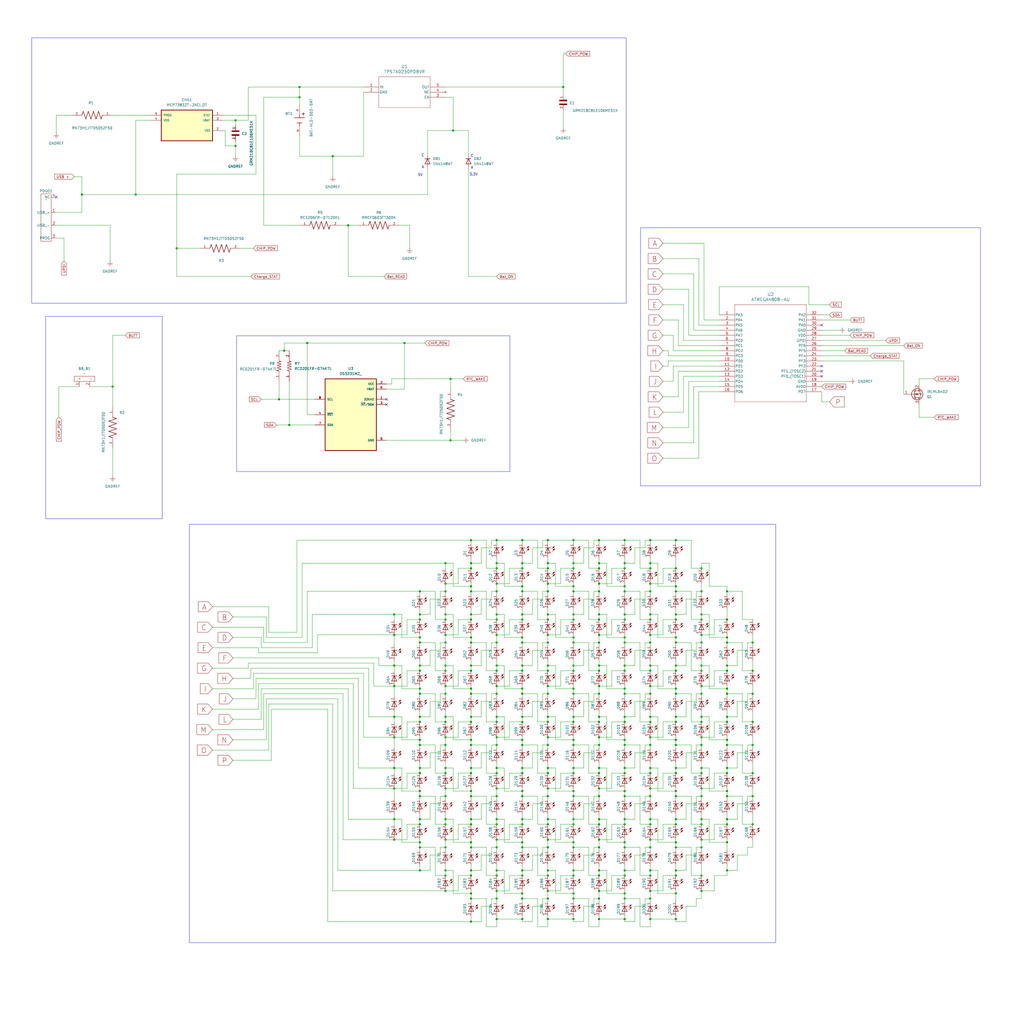
<source format=kicad_sch>
(kicad_sch (version 20250114) (generator "eeschema") (generator_version "9.0")
  (paper "User" 508 508)
  (rectangle (start 22.606 156.972) (end 80.518 257.302))
  (rectangle (start 93.98 260.096) (end 384.81 467.614))
  (rectangle (start 15.748 18.796) (end 310.642 150.368))
  (rectangle (start 317.754 113.03) (end 486.41 241.046))
  (rectangle (start 117.348 166.624) (end 252.984 233.934))
  (text "C" (at 234.188 77.47 0) (effects (font (size 1.27 1.27))))
  (text "3.3V" (at 234.95 86.614 0) (effects (font (size 1.27 1.27))))
  (text "C" (at 209.804 77.216 0) (effects (font (size 1.27 1.27))))
  (text "A" (at 234.188 83.312 0) (effects (font (size 1.27 1.27))))
  (text "5V" (at 208.534 86.868 0) (effects (font (size 1.27 1.27))))
  (text "A" (at 209.804 83.058 0) (effects (font (size 1.27 1.27))))
  (junction (at 259.08 307.34))
  (junction (at 220.98 434.34))
  (junction (at 297.18 408.94))
  (junction (at 284.48 394.97))
  (junction (at 233.68 330.2))
  (junction (at 233.68 434.34))
  (junction (at 322.58 358.14))
  (junction (at 246.38 416.56))
  (junction (at 309.88 417.83))
  (junction (at 233.68 267.97))
  (junction (at 297.18 330.2))
  (junction (at 284.48 420.37))
  (junction (at 195.58 314.96))
  (junction (at 233.68 341.63))
  (junction (at 335.28 369.57))
  (junction (at 220.98 406.4))
  (junction (at 246.38 344.17))
  (junction (at 284.48 434.34))
  (junction (at 208.28 381))
  (junction (at 208.28 431.8))
  (junction (at 284.48 406.4))
  (junction (at 259.08 358.14))
  (junction (at 271.78 383.54))
  (junction (at 195.58 406.4))
  (junction (at 322.58 314.96))
  (junction (at 347.98 420.37))
  (junction (at 259.08 293.37))
  (junction (at 259.08 434.34))
  (junction (at 284.48 279.4))
  (junction (at 322.58 355.6))
  (junction (at 271.78 455.93))
  (junction (at 335.28 355.6))
  (junction (at 233.68 381))
  (junction (at 297.18 267.97))
  (junction (at 360.68 394.97))
  (junction (at 309.88 369.57))
  (junction (at 322.58 289.56))
  (junction (at 208.28 392.43))
  (junction (at 208.28 369.57))
  (junction (at 297.18 394.97))
  (junction (at 284.48 341.63))
  (junction (at 309.88 318.77))
  (junction (at 55.88 191.77))
  (junction (at 259.08 330.2))
  (junction (at 347.98 304.8))
  (junction (at 347.98 340.36))
  (junction (at 284.48 417.83))
  (junction (at 347.98 314.96))
  (junction (at 271.78 365.76))
  (junction (at 271.78 281.94))
  (junction (at 360.68 330.2))
  (junction (at 284.48 304.8))
  (junction (at 360.68 358.14))
  (junction (at 259.08 406.4))
  (junction (at 322.58 332.74))
  (junction (at 309.88 330.2))
  (junction (at 297.18 281.94))
  (junction (at 259.08 304.8))
  (junction (at 322.58 279.4))
  (junction (at 271.78 307.34))
  (junction (at 246.38 318.77))
  (junction (at 322.58 344.17))
  (junction (at 233.68 316.23))
  (junction (at 233.68 406.4))
  (junction (at 233.68 457.2))
  (junction (at 284.48 455.93))
  (junction (at 347.98 383.54))
  (junction (at 297.18 391.16))
  (junction (at 322.58 330.2))
  (junction (at 322.58 391.16))
  (junction (at 259.08 355.6))
  (junction (at 271.78 420.37))
  (junction (at 223.52 187.96))
  (junction (at 208.28 318.77))
  (junction (at 271.78 289.56))
  (junction (at 335.28 293.37))
  (junction (at 322.58 416.56))
  (junction (at 208.28 420.37))
  (junction (at 271.78 441.96))
  (junction (at 284.48 307.34))
  (junction (at 360.68 369.57))
  (junction (at 335.28 381))
  (junction (at 233.68 369.57))
  (junction (at 297.18 381))
  (junction (at 271.78 416.56))
  (junction (at 246.38 391.16))
  (junction (at 246.38 408.94))
  (junction (at 335.28 281.94))
  (junction (at 233.68 318.77))
  (junction (at 246.38 381))
  (junction (at 233.68 392.43))
  (junction (at 246.38 289.56))
  (junction (at 220.98 369.57))
  (junction (at 309.88 307.34))
  (junction (at 271.78 279.4))
  (junction (at 284.48 358.14))
  (junction (at 224.79 64.77))
  (junction (at 259.08 369.57))
  (junction (at 284.48 367.03))
  (junction (at 246.38 314.96))
  (junction (at 297.18 307.34))
  (junction (at 309.88 406.4))
  (junction (at 195.58 381))
  (junction (at 67.31 96.52))
  (junction (at 297.18 304.8))
  (junction (at 284.48 290.83))
  (junction (at 309.88 431.8))
  (junction (at 208.28 406.4))
  (junction (at 360.68 332.74))
  (junction (at 322.58 394.97))
  (junction (at 360.68 344.17))
  (junction (at 297.18 441.96))
  (junction (at 284.48 332.74))
  (junction (at 297.18 431.8))
  (junction (at 246.38 365.76))
  (junction (at 322.58 369.57))
  (junction (at 259.08 383.54))
  (junction (at 208.28 330.2))
  (junction (at 360.68 417.83))
  (junction (at 220.98 293.37))
  (junction (at 271.78 293.37))
  (junction (at 297.18 383.54))
  (junction (at 40.64 96.52))
  (junction (at 259.08 443.23))
  (junction (at 259.08 392.43))
  (junction (at 233.68 293.37))
  (junction (at 271.78 434.34))
  (junction (at 347.98 441.96))
  (junction (at 309.88 355.6))
  (junction (at 279.4 43.18))
  (junction (at 233.68 344.17))
  (junction (at 223.52 218.44))
  (junction (at 335.28 304.8))
  (junction (at 259.08 408.94))
  (junction (at 297.18 340.36))
  (junction (at 220.98 394.97))
  (junction (at 271.78 304.8))
  (junction (at 309.88 383.54))
  (junction (at 309.88 443.23))
  (junction (at 271.78 445.77))
  (junction (at 220.98 344.17))
  (junction (at 360.68 367.03))
  (junction (at 284.48 318.77))
  (junction (at 297.18 355.6))
  (junction (at 373.38 344.17))
  (junction (at 220.98 314.96))
  (junction (at 284.48 281.94))
  (junction (at 373.38 408.94))
  (junction (at 297.18 318.77))
  (junction (at 220.98 355.6))
  (junction (at 322.58 304.8))
  (junction (at 259.08 367.03))
  (junction (at 220.98 318.77))
  (junction (at 322.58 455.93))
  (junction (at 347.98 318.77))
  (junction (at 335.28 394.97))
  (junction (at 152.4 170.18))
  (junction (at 322.58 381))
  (junction (at 373.38 318.77))
  (junction (at 143.51 210.82))
  (junction (at 233.68 279.4))
  (junction (at 233.68 281.94))
  (junction (at 335.28 267.97))
  (junction (at 347.98 381))
  (junction (at 373.38 358.14))
  (junction (at 271.78 340.36))
  (junction (at 220.98 279.4))
  (junction (at 309.88 358.14))
  (junction (at 360.68 355.6))
  (junction (at 220.98 383.54))
  (junction (at 347.98 358.14))
  (junction (at 271.78 344.17))
  (junction (at 140.97 173.99))
  (junction (at 246.38 340.36))
  (junction (at 246.38 394.97))
  (junction (at 297.18 289.56))
  (junction (at 284.48 330.2))
  (junction (at 259.08 341.63))
  (junction (at 259.08 445.77))
  (junction (at 233.68 304.8))
  (junction (at 335.28 307.34))
  (junction (at 322.58 307.34))
  (junction (at 347.98 394.97))
  (junction (at 297.18 293.37))
  (junction (at 360.68 318.77))
  (junction (at 309.88 394.97))
  (junction (at 246.38 332.74))
  (junction (at 297.18 365.76))
  (junction (at 259.08 455.93))
  (junction (at 335.28 290.83))
  (junction (at 322.58 406.4))
  (junction (at 233.68 443.23))
  (junction (at 309.88 293.37))
  (junction (at 246.38 434.34))
  (junction (at 271.78 330.2))
  (junction (at 322.58 293.37))
  (junction (at 309.88 332.74))
  (junction (at 347.98 408.94))
  (junction (at 309.88 408.94))
  (junction (at 195.58 304.8))
  (junction (at 246.38 304.8))
  (junction (at 233.68 332.74))
  (junction (at 322.58 318.77))
  (junction (at 309.88 434.34))
  (junction (at 335.28 434.34))
  (junction (at 246.38 293.37))
  (junction (at 259.08 381))
  (junction (at 172.72 111.76))
  (junction (at 271.78 408.94))
  (junction (at 233.68 431.8))
  (junction (at 322.58 340.36))
  (junction (at 309.88 316.23))
  (junction (at 246.38 455.93))
  (junction (at 322.58 281.94))
  (junction (at 347.98 307.34))
  (junction (at 360.68 406.4))
  (junction (at 297.18 416.56))
  (junction (at 220.98 304.8))
  (junction (at 335.28 408.94))
  (junction (at 309.88 381))
  (junction (at 259.08 417.83))
  (junction (at 220.98 381))
  (junction (at 233.68 355.6))
  (junction (at 322.58 445.77))
  (junction (at 322.58 420.37))
  (junction (at 322.58 431.8))
  (junction (at 297.18 455.93))
  (junction (at 335.28 431.8))
  (junction (at 347.98 332.74))
  (junction (at 116.84 72.39))
  (junction (at 297.18 420.37))
  (junction (at 208.28 304.8))
  (junction (at 347.98 365.76))
  (junction (at 233.68 420.37))
  (junction (at 297.18 314.96))
  (junction (at 360.68 392.43))
  (junction (at 220.98 408.94))
  (junction (at 208.28 344.17))
  (junction (at 271.78 267.97))
  (junction (at 116.84 59.69))
  (junction (at 297.18 369.57))
  (junction (at 246.38 369.57))
  (junction (at 259.08 290.83))
  (junction (at 246.38 358.14))
  (junction (at 347.98 281.94))
  (junction (at 208.28 383.54))
  (junction (at 335.28 367.03))
  (junction (at 297.18 434.34))
  (junction (at 322.58 408.94))
  (junction (at 360.68 431.8))
  (junction (at 309.88 392.43))
  (junction (at 309.88 367.03))
  (junction (at 233.68 358.14))
  (junction (at 284.48 445.77))
  (junction (at 335.28 420.37))
  (junction (at 233.68 290.83))
  (junction (at 195.58 365.76))
  (junction (at 284.48 316.23))
  (junction (at 373.38 369.57))
  (junction (at 284.48 344.17))
  (junction (at 259.08 344.17))
  (junction (at 259.08 394.97))
  (junction (at 347.98 434.34))
  (junction (at 360.68 381))
  (junction (at 271.78 391.16))
  (junction (at 271.78 431.8))
  (junction (at 246.38 307.34))
  (junction (at 246.38 441.96))
  (junction (at 335.28 417.83))
  (junction (at 322.58 434.34))
  (junction (at 347.98 330.2))
  (junction (at 322.58 441.96))
  (junction (at 297.18 344.17))
  (junction (at 335.28 316.23))
  (junction (at 220.98 420.37))
  (junction (at 322.58 365.76))
  (junction (at 347.98 416.56))
  (junction (at 322.58 267.97))
  (junction (at 246.38 267.97))
  (junction (at 195.58 416.56))
  (junction (at 233.68 445.77))
  (junction (at 246.38 281.94))
  (junction (at 360.68 316.23))
  (junction (at 233.68 417.83))
  (junction (at 373.38 332.74))
  (junction (at 297.18 279.4))
  (junction (at 220.98 307.34))
  (junction (at 309.88 445.77))
  (junction (at 271.78 358.14))
  (junction (at 335.28 341.63))
  (junction (at 309.88 267.97))
  (junction (at 347.98 369.57))
  (junction (at 297.18 445.77))
  (junction (at 259.08 316.23))
  (junction (at 309.88 281.94))
  (junction (at 246.38 330.2))
  (junction (at 373.38 394.97))
  (junction (at 284.48 383.54))
  (junction (at 246.38 355.6))
  (junction (at 335.28 358.14))
  (junction (at 233.68 394.97))
  (junction (at 208.28 293.37))
  (junction (at 284.48 355.6))
  (junction (at 220.98 358.14))
  (junction (at 284.48 369.57))
  (junction (at 220.98 330.2))
  (junction (at 347.98 406.4))
  (junction (at 246.38 431.8))
  (junction (at 271.78 314.96))
  (junction (at 148.59 48.26))
  (junction (at 246.38 406.4))
  (junction (at 195.58 330.2))
  (junction (at 246.38 279.4))
  (junction (at 259.08 420.37))
  (junction (at 271.78 332.74))
  (junction (at 233.68 307.34))
  (junction (at 309.88 341.63))
  (junction (at 220.98 289.56))
  (junction (at 360.68 293.37))
  (junction (at 360.68 408.94))
  (junction (at 220.98 391.16))
  (junction (at 208.28 408.94))
  (junction (at 284.48 408.94))
  (junction (at 297.18 332.74))
  (junction (at 138.43 198.12))
  (junction (at 200.66 170.18))
  (junction (at 309.88 455.93))
  (junction (at 259.08 318.77))
  (junction (at 335.28 332.74))
  (junction (at 284.48 431.8))
  (junction (at 220.98 441.96))
  (junction (at 259.08 279.4))
  (junction (at 233.68 367.03))
  (junction (at 208.28 316.23))
  (junction (at 233.68 383.54))
  (junction (at 335.28 344.17))
  (junction (at 373.38 383.54))
  (junction (at 335.28 455.93))
  (junction (at 309.88 420.37))
  (junction (at 335.28 330.2))
  (junction (at 271.78 394.97))
  (junction (at 233.68 408.94))
  (junction (at 284.48 443.23))
  (junction (at 271.78 381))
  (junction (at 271.78 355.6))
  (junction (at 309.88 304.8))
  (junction (at 208.28 417.83))
  (junction (at 309.88 279.4))
  (junction (at 259.08 281.94))
  (junction (at 220.98 416.56))
  (junction (at 208.28 394.97))
  (junction (at 259.08 332.74))
  (junction (at 360.68 383.54))
  (junction (at 208.28 367.03))
  (junction (at 335.28 406.4))
  (junction (at 208.28 341.63))
  (junction (at 148.59 43.18))
  (junction (at 297.18 358.14))
  (junction (at 309.88 290.83))
  (junction (at 208.28 355.6))
  (junction (at 335.28 392.43))
  (junction (at 271.78 318.77))
  (junction (at 347.98 293.37))
  (junction (at 284.48 267.97))
  (junction (at 259.08 431.8))
  (junction (at 347.98 344.17))
  (junction (at 246.38 383.54))
  (junction (at 347.98 391.16))
  (junction (at 322.58 383.54))
  (junction (at 335.28 383.54))
  (junction (at 335.28 443.23))
  (junction (at 220.98 340.36))
  (junction (at 360.68 341.63))
  (junction (at 195.58 340.36))
  (junction (at 297.18 406.4))
  (junction (at 220.98 365.76))
  (junction (at 271.78 369.57))
  (junction (at 259.08 267.97))
  (junction (at 271.78 406.4))
  (junction (at 284.48 293.37))
  (junction (at 284.48 392.43))
  (junction (at 195.58 355.6))
  (junction (at 347.98 355.6))
  (junction (at 246.38 445.77))
  (junction (at 309.88 344.17))
  (junction (at 360.68 307.34))
  (junction (at 220.98 431.8))
  (junction (at 284.48 381))
  (junction (at 165.1 77.47))
  (junction (at 220.98 332.74))
  (junction (at 87.63 123.19))
  (junction (at 208.28 358.14))
  (junction (at 335.28 318.77))
  (junction (at 208.28 307.34))
  (junction (at 246.38 420.37))
  (junction (at 195.58 391.16))
  (junction (at 208.28 332.74))
  (no_connect (at 191.77 198.12))
  (no_connect (at 27.94 97.79))
  (no_connect (at 407.67 181.61))
  (no_connect (at 407.67 184.15))
  (no_connect (at 407.67 161.29))
  (no_connect (at 407.67 186.69))
  (no_connect (at 191.77 200.66))
  (wire (pts (xy 292.1 369.57) (xy 292.1 383.54)))
  (wire (pts (xy 354.33 358.14) (xy 354.33 365.76)))
  (wire (pts (xy 351.79 367.03) (xy 360.68 367.03)))
  (wire (pts (xy 365.76 424.18) (xy 370.84 424.18)))
  (wire (pts (xy 370.84 344.17) (xy 373.38 344.17)))
  (wire (pts (xy 360.68 392.43) (xy 360.68 394.97)))
  (wire (pts (xy 335.28 381) (xy 340.36 381)))
  (wire (pts (xy 354.33 332.74) (xy 360.68 332.74)))
  (wire (pts (xy 309.88 455.93) (xy 309.88 457.2)))
  (wire (pts (xy 289.56 381) (xy 289.56 373.38)))
  (wire (pts (xy 347.98 420.37) (xy 347.98 421.64)))
  (wire (pts (xy 269.24 369.57) (xy 271.78 369.57)))
  (wire (pts (xy 195.58 330.2) (xy 199.39 330.2)))
  (wire (pts (xy 271.78 267.97) (xy 271.78 269.24)))
  (wire (pts (xy 347.98 314.96) (xy 354.33 314.96)))
  (wire (pts (xy 266.7 344.17) (xy 266.7 358.14)))
  (wire (pts (xy 191.77 218.44) (xy 223.52 218.44)))
  (wire (pts (xy 326.39 304.8) (xy 326.39 316.23)))
  (wire (pts (xy 111.76 72.39) (xy 116.84 72.39)))
  (wire (pts (xy 218.44 394.97) (xy 220.98 394.97)))
  (wire (pts (xy 201.93 383.54) (xy 201.93 391.16)))
  (wire (pts (xy 259.08 406.4) (xy 259.08 408.94)))
  (wire (pts (xy 252.73 434.34) (xy 252.73 441.96)))
  (wire (pts (xy 116.84 59.69) (xy 116.84 62.23)))
  (wire (pts (xy 341.63 166.37) (xy 356.87 166.37)))
  (wire (pts (xy 148.59 48.26) (xy 130.81 48.26)))
  (wire (pts (xy 215.9 344.17) (xy 215.9 358.14)))
  (wire (pts (xy 342.9 420.37) (xy 342.9 434.34)))
  (wire (pts (xy 320.04 297.18) (xy 320.04 293.37)))
  (wire (pts (xy 203.2 111.76) (xy 203.2 123.19)))
  (wire (pts (xy 365.76 330.2) (xy 365.76 322.58)))
  (wire (pts (xy 246.38 318.77) (xy 246.38 320.04)))
  (wire (pts (xy 194.31 187.96) (xy 223.52 187.96)))
  (wire (pts (xy 55.88 57.15) (xy 74.93 57.15)))
  (wire (pts (xy 259.08 406.4) (xy 264.16 406.4)))
  (wire (pts (xy 309.88 340.36) (xy 309.88 341.63)))
  (wire (pts (xy 238.76 330.2) (xy 238.76 322.58)))
  (wire (pts (xy 27.94 111.76) (xy 54.61 111.76)))
  (wire (pts (xy 373.38 327.66) (xy 373.38 332.74)))
  (wire (pts (xy 297.18 420.37) (xy 297.18 421.64)))
  (wire (pts (xy 328.93 196.85) (xy 336.55 196.85)))
  (wire (pts (xy 275.59 279.4) (xy 275.59 290.83)))
  (wire (pts (xy 148.59 77.47) (xy 165.1 77.47)))
  (wire (pts (xy 322.58 330.2) (xy 326.39 330.2)))
  (wire (pts (xy 347.98 391.16) (xy 354.33 391.16)))
  (wire (pts (xy 317.5 281.94) (xy 322.58 281.94)))
  (wire (pts (xy 243.84 347.98) (xy 243.84 344.17)))
  (wire (pts (xy 331.47 176.53) (xy 356.87 176.53)))
  (wire (pts (xy 347.98 365.76) (xy 347.98 369.57)))
  (wire (pts (xy 328.93 358.14) (xy 328.93 365.76)))
  (wire (pts (xy 208.28 355.6) (xy 208.28 358.14)))
  (wire (pts (xy 132.08 346.71) (xy 167.64 346.71)))
  (wire (pts (xy 128.27 351.79) (xy 128.27 339.09)))
  (wire (pts (xy 347.98 403.86) (xy 347.98 406.4)))
  (wire (pts (xy 271.78 289.56) (xy 278.13 289.56)))
  (wire (pts (xy 314.96 355.6) (xy 314.96 347.98)))
  (wire (pts (xy 284.48 403.86) (xy 284.48 406.4)))
  (wire (pts (xy 309.88 279.4) (xy 309.88 281.94)))
  (wire (pts (xy 292.1 318.77) (xy 292.1 332.74)))
  (wire (pts (xy 360.68 290.83) (xy 360.68 293.37)))
  (wire (pts (xy 259.08 276.86) (xy 259.08 279.4)))
  (wire (pts (xy 297.18 455.93) (xy 309.88 455.93)))
  (wire (pts (xy 373.38 391.16) (xy 373.38 394.97)))
  (wire (pts (xy 246.38 340.36) (xy 246.38 344.17)))
  (wire (pts (xy 345.44 293.37) (xy 347.98 293.37)))
  (wire (pts (xy 346.71 161.29) (xy 346.71 128.27)))
  (wire (pts (xy 326.39 290.83) (xy 335.28 290.83)))
  (wire (pts (xy 289.56 406.4) (xy 289.56 398.78)))
  (wire (pts (xy 328.93 383.54) (xy 328.93 391.16)))
  (wire (pts (xy 309.88 457.2) (xy 314.96 457.2)))
  (wire (pts (xy 232.41 137.16) (xy 246.38 137.16)))
  (wire (pts (xy 271.78 381) (xy 275.59 381)))
  (wire (pts (xy 328.93 128.27) (xy 346.71 128.27)))
  (wire (pts (xy 224.79 367.03) (xy 233.68 367.03)))
  (wire (pts (xy 220.98 355.6) (xy 220.98 358.14)))
  (wire (pts (xy 335.28 355.6) (xy 335.28 358.14)))
  (wire (pts (xy 326.39 392.43) (xy 335.28 392.43)))
  (wire (pts (xy 220.98 378.46) (xy 220.98 381)))
  (wire (pts (xy 360.68 330.2) (xy 365.76 330.2)))
  (wire (pts (xy 370.84 347.98) (xy 370.84 344.17)))
  (wire (pts (xy 130.81 48.26) (xy 130.81 111.76)))
  (wire (pts (xy 220.98 330.2) (xy 224.79 330.2)))
  (wire (pts (xy 297.18 441.96) (xy 303.53 441.96)))
  (wire (pts (xy 116.84 59.69) (xy 123.19 59.69)))
  (wire (pts (xy 335.28 406.4) (xy 340.36 406.4)))
  (wire (pts (xy 289.56 297.18) (xy 294.64 297.18)))
  (wire (pts (xy 284.48 378.46) (xy 284.48 381)))
  (wire (pts (xy 246.38 353.06) (xy 246.38 355.6)))
  (wire (pts (xy 195.58 304.8) (xy 195.58 307.34)))
  (wire (pts (xy 309.88 378.46) (xy 309.88 381)))
  (wire (pts (xy 309.88 353.06) (xy 309.88 355.6)))
  (wire (pts (xy 335.28 320.04) (xy 335.28 318.77)))
  (wire (pts (xy 328.93 307.34) (xy 328.93 314.96)))
  (wire (pts (xy 335.28 455.93) (xy 335.28 457.2)))
  (wire (pts (xy 342.9 307.34) (xy 347.98 307.34)))
  (wire (pts (xy 233.68 441.96) (xy 233.68 443.23)))
  (wire (pts (xy 195.58 304.8) (xy 154.94 304.8)))
  (wire (pts (xy 195.58 340.36) (xy 201.93 340.36)))
  (wire (pts (xy 284.48 355.6) (xy 284.48 358.14)))
  (wire (pts (xy 309.88 289.56) (xy 309.88 290.83)))
  (wire (pts (xy 264.16 304.8) (xy 264.16 297.18)))
  (wire (pts (xy 345.44 398.78) (xy 345.44 394.97)))
  (wire (pts (xy 284.48 355.6) (xy 289.56 355.6)))
  (wire (pts (xy 317.5 420.37) (xy 317.5 434.34)))
  (wire (pts (xy 335.28 316.23) (xy 335.28 318.77)))
  (wire (pts (xy 208.28 406.4) (xy 213.36 406.4)))
  (wire (pts (xy 354.33 307.34) (xy 360.68 307.34)))
  (wire (pts (xy 271.78 441.96) (xy 271.78 445.77)))
  (wire (pts (xy 300.99 392.43) (xy 309.88 392.43)))
  (wire (pts (xy 347.98 365.76) (xy 354.33 365.76)))
  (wire (pts (xy 309.88 406.4) (xy 309.88 408.94)))
  (wire (pts (xy 373.38 369.57) (xy 373.38 370.84)))
  (wire (pts (xy 195.58 381) (xy 199.39 381)))
  (wire (pts (xy 347.98 330.2) (xy 347.98 332.74)))
  (wire (pts (xy 309.88 431.8) (xy 314.96 431.8)))
  (wire (pts (xy 347.98 327.66) (xy 347.98 330.2)))
  (wire (pts (xy 347.98 381) (xy 351.79 381)))
  (wire (pts (xy 346.71 161.29) (xy 356.87 161.29)))
  (wire (pts (xy 67.31 59.69) (xy 67.31 96.52)))
  (wire (pts (xy 300.99 443.23) (xy 309.88 443.23)))
  (wire (pts (xy 87.63 123.19) (xy 99.06 123.19)))
  (wire (pts (xy 233.68 406.4) (xy 233.68 408.94)))
  (wire (pts (xy 297.18 416.56) (xy 303.53 416.56)))
  (wire (pts (xy 269.24 297.18) (xy 269.24 293.37)))
  (wire (pts (xy 233.68 340.36) (xy 233.68 341.63)))
  (wire (pts (xy 246.38 431.8) (xy 246.38 434.34)))
  (wire (pts (xy 314.96 347.98) (xy 320.04 347.98)))
  (wire (pts (xy 215.9 293.37) (xy 215.9 307.34)))
  (wire (pts (xy 322.58 318.77) (xy 322.58 320.04)))
  (wire (pts (xy 335.28 441.96) (xy 335.28 443.23)))
  (wire (pts (xy 246.38 391.16) (xy 252.73 391.16)))
  (wire (pts (xy 224.79 290.83) (xy 233.68 290.83)))
  (wire (pts (xy 345.44 424.18) (xy 345.44 420.37)))
  (wire (pts (xy 246.38 355.6) (xy 246.38 358.14)))
  (wire (pts (xy 250.19 316.23) (xy 259.08 316.23)))
  (wire (pts (xy 309.88 355.6) (xy 314.96 355.6)))
  (wire (pts (xy 200.66 170.18) (xy 210.82 170.18)))
  (wire (pts (xy 233.68 367.03) (xy 233.68 369.57)))
  (wire (pts (xy 227.33 281.94) (xy 227.33 289.56)))
  (wire (pts (xy 266.7 267.97) (xy 266.7 281.94)))
  (wire (pts (xy 208.28 365.76) (xy 208.28 367.03)))
  (wire (pts (xy 195.58 327.66) (xy 195.58 330.2)))
  (wire (pts (xy 320.04 293.37) (xy 322.58 293.37)))
  (wire (pts (xy 360.68 365.76) (xy 360.68 367.03)))
  (wire (pts (xy 220.98 43.18) (xy 279.4 43.18)))
  (wire (pts (xy 259.08 378.46) (xy 259.08 381)))
  (wire (pts (xy 224.79 341.63) (xy 233.68 341.63)))
  (wire (pts (xy 328.93 408.94) (xy 328.93 416.56)))
  (wire (pts (xy 284.48 443.23) (xy 284.48 445.77)))
  (wire (pts (xy 271.78 267.97) (xy 284.48 267.97)))
  (wire (pts (xy 320.04 445.77) (xy 322.58 445.77)))
  (wire (pts (xy 297.18 429.26) (xy 297.18 431.8)))
  (wire (pts (xy 365.76 355.6) (xy 365.76 347.98)))
  (wire (pts (xy 127 57.15) (xy 127 86.36)))
  (wire (pts (xy 271.78 314.96) (xy 278.13 314.96)))
  (wire (pts (xy 284.48 417.83) (xy 284.48 420.37)))
  (wire (pts (xy 233.68 392.43) (xy 233.68 394.97)))
  (wire (pts (xy 344.17 191.77) (xy 356.87 191.77)))
  (wire (pts (xy 284.48 391.16) (xy 284.48 392.43)))
  (wire (pts (xy 271.78 355.6) (xy 275.59 355.6)))
  (wire (pts (xy 297.18 431.8) (xy 300.99 431.8)))
  (wire (pts (xy 360.68 406.4) (xy 360.68 408.94)))
  (wire (pts (xy 314.96 406.4) (xy 314.96 398.78)))
  (wire (pts (xy 250.19 367.03) (xy 259.08 367.03)))
  (wire (pts (xy 326.39 279.4) (xy 326.39 290.83)))
  (wire (pts (xy 347.98 304.8) (xy 351.79 304.8)))
  (wire (pts (xy 212.09 64.77) (xy 224.79 64.77)))
  (wire (pts (xy 275.59 431.8) (xy 275.59 443.23)))
  (wire (pts (xy 269.24 373.38) (xy 269.24 369.57)))
  (wire (pts (xy 335.28 345.44) (xy 335.28 344.17)))
  (wire (pts (xy 271.78 403.86) (xy 271.78 406.4)))
  (wire (pts (xy 133.35 349.25) (xy 165.1 349.25)))
  (wire (pts (xy 322.58 454.66) (xy 322.58 455.93)))
  (wire (pts (xy 322.58 344.17) (xy 322.58 345.44)))
  (wire (pts (xy 208.28 429.26) (xy 208.28 431.8)))
  (wire (pts (xy 271.78 355.6) (xy 271.78 358.14)))
  (wire (pts (xy 275.59 381) (xy 275.59 392.43)))
  (wire (pts (xy 213.36 355.6) (xy 213.36 347.98)))
  (wire (pts (xy 342.9 267.97) (xy 335.28 267.97)))
  (wire (pts (xy 241.3 307.34) (xy 246.38 307.34)))
  (wire (pts (xy 208.28 370.84) (xy 208.28 369.57)))
  (wire (pts (xy 317.5 344.17) (xy 317.5 358.14)))
  (wire (pts (xy 40.64 87.63) (xy 40.64 96.52)))
  (wire (pts (xy 215.9 408.94) (xy 220.98 408.94)))
  (wire (pts (xy 220.98 314.96) (xy 220.98 318.77)))
  (wire (pts (xy 218.44 369.57) (xy 220.98 369.57)))
  (wire (pts (xy 264.16 279.4) (xy 264.16 271.78)))
  (wire (pts (xy 342.9 344.17) (xy 342.9 358.14)))
  (wire (pts (xy 271.78 289.56) (xy 271.78 293.37)))
  (wire (pts (xy 354.33 434.34) (xy 354.33 441.96)))
  (wire (pts (xy 289.56 355.6) (xy 289.56 347.98)))
  (wire (pts (xy 320.04 373.38) (xy 320.04 369.57)))
  (wire (pts (xy 342.9 369.57) (xy 335.28 369.57)))
  (wire (pts (xy 335.28 269.24) (xy 335.28 267.97)))
  (wire (pts (xy 322.58 455.93) (xy 335.28 455.93)))
  (wire (pts (xy 309.88 367.03) (xy 309.88 369.57)))
  (wire (pts (xy 218.44 347.98) (xy 218.44 344.17)))
  (wire (pts (xy 309.88 381) (xy 314.96 381)))
  (wire (pts (xy 271.78 330.2) (xy 271.78 332.74)))
  (wire (pts (xy 220.98 314.96) (xy 227.33 314.96)))
  (wire (pts (xy 271.78 455.93) (xy 284.48 455.93)))
  (wire (pts (xy 266.7 394.97) (xy 266.7 408.94)))
  (wire (pts (xy 259.08 391.16) (xy 259.08 392.43)))
  (wire (pts (xy 322.58 293.37) (xy 322.58 294.64)))
  (wire (pts (xy 326.39 355.6) (xy 326.39 367.03)))
  (wire (pts (xy 233.68 304.8) (xy 233.68 307.34)))
  (wire (pts (xy 297.18 378.46) (xy 297.18 381)))
  (wire (pts (xy 224.79 279.4) (xy 224.79 290.83)))
  (wire (pts (xy 326.39 330.2) (xy 326.39 341.63)))
  (wire (pts (xy 271.78 276.86) (xy 271.78 279.4)))
  (wire (pts (xy 250.19 279.4) (xy 250.19 290.83)))
  (wire (pts (xy 370.84 373.38) (xy 370.84 369.57)))
  (wire (pts (xy 370.84 420.37) (xy 373.38 420.37)))
  (wire (pts (xy 309.88 406.4) (xy 314.96 406.4)))
  (wire (pts (xy 195.58 355.6) (xy 182.88 355.6)))
  (wire (pts (xy 309.88 345.44) (xy 309.88 344.17)))
  (wire (pts (xy 208.28 316.23) (xy 208.28 318.77)))
  (wire (pts (xy 271.78 340.36) (xy 271.78 344.17)))
  (wire (pts (xy 373.38 394.97) (xy 373.38 396.24)))
  (wire (pts (xy 275.59 392.43) (xy 284.48 392.43)))
  (wire (pts (xy 233.68 279.4) (xy 233.68 281.94)))
  (wire (pts (xy 455.93 207.01) (xy 463.55 207.01)))
  (wire (pts (xy 340.36 449.58) (xy 345.44 449.58)))
  (wire (pts (xy 342.9 408.94) (xy 347.98 408.94)))
  (wire (pts (xy 340.36 431.8) (xy 340.36 424.18)))
  (wire (pts (xy 227.33 383.54) (xy 233.68 383.54)))
  (wire (pts (xy 297.18 289.56) (xy 297.18 293.37)))
  (wire (pts (xy 269.24 344.17) (xy 271.78 344.17)))
  (wire (pts (xy 220.98 327.66) (xy 220.98 330.2)))
  (wire (pts (xy 55.88 166.37) (xy 55.88 191.77)))
  (wire (pts (xy 208.28 416.56) (xy 208.28 417.83)))
  (wire (pts (xy 232.41 64.77) (xy 232.41 76.2)))
  (wire (pts (xy 300.99 355.6) (xy 300.99 367.03)))
  (wire (pts (xy 275.59 304.8) (xy 275.59 316.23)))
  (wire (pts (xy 233.68 345.44) (xy 233.68 344.17)))
  (wire (pts (xy 264.16 347.98) (xy 269.24 347.98)))
  (wire (pts (xy 345.44 297.18) (xy 345.44 293.37)))
  (wire (pts (xy 328.93 135.89) (xy 344.17 135.89)))
  (wire (pts (xy 303.53 358.14) (xy 309.88 358.14)))
  (wire (pts (xy 292.1 394.97) (xy 292.1 408.94)))
  (wire (pts (xy 345.44 373.38) (xy 345.44 369.57)))
  (wire (pts (xy 317.5 408.94) (xy 322.58 408.94)))
  (wire (pts (xy 87.63 86.36) (xy 87.63 123.19)))
  (wire (pts (xy 309.88 421.64) (xy 309.88 420.37)))
  (wire (pts (xy 317.5 369.57) (xy 309.88 369.57)))
  (wire (pts (xy 241.3 281.94) (xy 246.38 281.94)))
  (wire (pts (xy 292.1 369.57) (xy 284.48 369.57)))
  (wire (pts (xy 259.08 316.23) (xy 259.08 318.77)))
  (wire (pts (xy 326.39 417.83) (xy 335.28 417.83)))
  (wire (pts (xy 360.68 330.2) (xy 360.68 332.74)))
  (wire (pts (xy 115.57 356.87) (xy 129.54 356.87)))
  (wire (pts (xy 317.5 459.74) (xy 322.58 459.74)))
  (wire (pts (xy 455.93 187.96) (xy 463.55 187.96)))
  (wire (pts (xy 208.28 327.66) (xy 208.28 330.2)))
  (wire (pts (xy 241.3 267.97) (xy 233.68 267.97)))
  (wire (pts (xy 309.88 276.86) (xy 309.88 279.4)))
  (wire (pts (xy 292.1 434.34) (xy 297.18 434.34)))
  (wire (pts (xy 292.1 332.74) (xy 297.18 332.74)))
  (wire (pts (xy 213.36 398.78) (xy 218.44 398.78)))
  (wire (pts (xy 335.28 454.66) (xy 335.28 455.93)))
  (wire (pts (xy 138.43 198.12) (xy 156.21 198.12)))
  (wire (pts (xy 360.68 355.6) (xy 360.68 358.14)))
  (wire (pts (xy 266.7 281.94) (xy 271.78 281.94)))
  (wire (pts (xy 213.36 322.58) (xy 218.44 322.58)))
  (wire (pts (xy 354.33 434.34) (xy 360.68 434.34)))
  (wire (pts (xy 271.78 378.46) (xy 271.78 381)))
  (wire (pts (xy 218.44 297.18) (xy 218.44 293.37)))
  (wire (pts (xy 297.18 318.77) (xy 297.18 320.04)))
  (wire (pts (xy 259.08 365.76) (xy 259.08 367.03)))
  (wire (pts (xy 345.44 369.57) (xy 347.98 369.57)))
  (wire (pts (xy 360.68 367.03) (xy 360.68 369.57)))
  (wire (pts (xy 233.68 355.6) (xy 238.76 355.6)))
  (wire (pts (xy 344.17 135.89) (xy 344.17 163.83)))
  (wire (pts (xy 297.18 279.4) (xy 297.18 281.94)))
  (wire (pts (xy 220.98 403.86) (xy 220.98 406.4)))
  (wire (pts (xy 266.7 459.74) (xy 271.78 459.74)))
  (wire (pts (xy 279.4 26.67) (xy 280.67 26.67)))
  (wire (pts (xy 335.28 396.24) (xy 335.28 394.97)))
  (wire (pts (xy 212.09 64.77) (xy 212.09 76.2)))
  (wire (pts (xy 259.08 457.2) (xy 264.16 457.2)))
  (wire (pts (xy 246.38 454.66) (xy 246.38 455.93)))
  (wire (pts (xy 335.28 392.43) (xy 335.28 394.97)))
  (wire (pts (xy 309.88 392.43) (xy 309.88 394.97)))
  (wire (pts (xy 335.28 330.2) (xy 335.28 332.74)))
  (wire (pts (xy 335.28 381) (xy 335.28 383.54)))
  (wire (pts (xy 266.7 344.17) (xy 259.08 344.17)))
  (wire (pts (xy 175.26 391.16) (xy 175.26 339.09)))
  (wire (pts (xy 360.68 416.56) (xy 360.68 417.83)))
  (wire (pts (xy 266.7 445.77) (xy 266.7 459.74)))
  (wire (pts (xy 309.88 381) (xy 309.88 383.54)))
  (wire (pts (xy 279.4 54.61) (xy 279.4 63.5)))
  (wire (pts (xy 148.59 52.07) (xy 148.59 48.26)))
  (wire (pts (xy 284.48 290.83) (xy 284.48 293.37)))
  (wire (pts (xy 317.5 332.74) (xy 322.58 332.74)))
  (wire (pts (xy 360.68 381) (xy 360.68 383.54)))
  (wire (pts (xy 233.68 341.63) (xy 233.68 344.17)))
  (wire (pts (xy 241.3 408.94) (xy 246.38 408.94)))
  (wire (pts (xy 279.4 43.18) (xy 279.4 46.99)))
  (wire (pts (xy 259.08 367.03) (xy 259.08 369.57)))
  (wire (pts (xy 278.13 307.34) (xy 284.48 307.34)))
  (wire (pts (xy 365.76 381) (xy 365.76 373.38)))
  (wire (pts (xy 238.76 398.78) (xy 243.84 398.78)))
  (wire (pts (xy 335.28 341.63) (xy 335.28 344.17)))
  (wire (pts (xy 322.58 420.37) (xy 322.58 421.64)))
  (wire (pts (xy 105.41 311.15) (xy 130.81 311.15)))
  (wire (pts (xy 303.53 408.94) (xy 303.53 416.56)))
  (wire (pts (xy 208.28 340.36) (xy 208.28 341.63)))
  (wire (pts (xy 271.78 330.2) (xy 275.59 330.2)))
  (wire (pts (xy 300.99 367.03) (xy 309.88 367.03)))
  (wire (pts (xy 238.76 381) (xy 238.76 373.38)))
  (wire (pts (xy 182.88 355.6) (xy 182.88 331.47)))
  (wire (pts (xy 271.78 455.93) (xy 271.78 459.74)))
  (wire (pts (xy 292.1 318.77) (xy 284.48 318.77)))
  (wire (pts (xy 250.19 381) (xy 250.19 392.43)))
  (wire (pts (xy 250.19 304.8) (xy 250.19 316.23)))
  (wire (pts (xy 243.84 369.57) (xy 246.38 369.57)))
  (wire (pts (xy 284.48 276.86) (xy 284.48 279.4)))
  (wire (pts (xy 322.58 403.86) (xy 322.58 406.4)))
  (wire (pts (xy 278.13 408.94) (xy 284.48 408.94)))
  (wire (pts (xy 317.5 445.77) (xy 317.5 459.74)))
  (wire (pts (xy 340.36 347.98) (xy 345.44 347.98)))
  (wire (pts (xy 328.93 281.94) (xy 328.93 289.56)))
  (wire (pts (xy 129.54 341.63) (xy 129.54 356.87)))
  (wire (pts (xy 278.13 332.74) (xy 278.13 340.36)))
  (wire (pts (xy 266.7 318.77) (xy 259.08 318.77)))
  (wire (pts (xy 208.28 381) (xy 213.36 381)))
  (wire (pts (xy 326.39 443.23) (xy 335.28 443.23)))
  (wire (pts (xy 309.88 302.26) (xy 309.88 304.8)))
  (wire (pts (xy 27.94 57.15) (xy 27.94 66.04)))
  (wire (pts (xy 322.58 441.96) (xy 322.58 445.77)))
  (wire (pts (xy 326.39 367.03) (xy 335.28 367.03)))
  (wire (pts (xy 345.44 449.58) (xy 345.44 445.77)))
  (wire (pts (xy 284.48 381) (xy 289.56 381)))
  (wire (pts (xy 259.08 341.63) (xy 259.08 344.17)))
  (wire (pts (xy 297.18 267.97) (xy 297.18 269.24)))
  (wire (pts (xy 292.1 344.17) (xy 292.1 358.14)))
  (wire (pts (xy 246.38 304.8) (xy 250.19 304.8)))
  (wire (pts (xy 322.58 416.56) (xy 322.58 420.37)))
  (wire (pts (xy 220.98 48.26) (xy 224.79 48.26)))
  (wire (pts (xy 335.28 391.16) (xy 335.28 392.43)))
  (wire (pts (xy 259.08 327.66) (xy 259.08 330.2)))
  (wire (pts (xy 55.88 222.25) (xy 55.88 236.22)))
  (wire (pts (xy 340.36 297.18) (xy 345.44 297.18)))
  (wire (pts (xy 322.58 406.4) (xy 326.39 406.4)))
  (wire (pts (xy 224.79 431.8) (xy 224.79 443.23)))
  (wire (pts (xy 294.64 420.37) (xy 297.18 420.37)))
  (wire (pts (xy 213.36 406.4) (xy 213.36 398.78)))
  (wire (pts (xy 317.5 445.77) (xy 309.88 445.77)))
  (wire (pts (xy 347.98 355.6) (xy 351.79 355.6)))
  (wire (pts (xy 284.48 406.4) (xy 289.56 406.4)))
  (wire (pts (xy 335.28 276.86) (xy 335.28 281.94)))
  (wire (pts (xy 292.1 267.97) (xy 292.1 281.94)))
  (wire (pts (xy 347.98 378.46) (xy 347.98 381)))
  (wire (pts (xy 278.13 281.94) (xy 278.13 289.56)))
  (wire (pts (xy 294.64 449.58) (xy 294.64 445.77)))
  (wire (pts (xy 271.78 327.66) (xy 271.78 330.2)))
  (wire (pts (xy 289.56 322.58) (xy 294.64 322.58)))
  (wire (pts (xy 259.08 304.8) (xy 259.08 307.34)))
  (wire (pts (xy 137.16 210.82) (xy 143.51 210.82)))
  (wire (pts (xy 284.48 269.24) (xy 284.48 267.97)))
  (wire (pts (xy 220.98 279.4) (xy 149.86 279.4)))
  (wire (pts (xy 271.78 304.8) (xy 275.59 304.8)))
  (wire (pts (xy 195.58 378.46) (xy 195.58 381)))
  (wire (pts (xy 345.44 420.37) (xy 347.98 420.37)))
  (wire (pts (xy 39.37 191.77) (xy 29.21 191.77)))
  (wire (pts (xy 300.99 417.83) (xy 309.88 417.83)))
  (wire (pts (xy 284.48 341.63) (xy 284.48 344.17)))
  (wire (pts (xy 289.56 431.8) (xy 289.56 424.18)))
  (wire (pts (xy 149.86 279.4) (xy 149.86 316.23)))
  (wire (pts (xy 294.64 267.97) (xy 297.18 267.97)))
  (wire (pts (xy 264.16 457.2) (xy 264.16 449.58)))
  (wire (pts (xy 208.28 353.06) (xy 208.28 355.6)))
  (wire (pts (xy 115.57 336.55) (xy 124.46 336.55)))
  (wire (pts (xy 157.48 314.96) (xy 157.48 323.85)))
  (wire (pts (xy 195.58 406.4) (xy 172.72 406.4)))
  (wire (pts (xy 213.36 304.8) (xy 213.36 297.18)))
  (wire (pts (xy 233.68 457.2) (xy 238.76 457.2)))
  (wire (pts (xy 320.04 398.78) (xy 320.04 394.97)))
  (wire (pts (xy 220.98 365.76) (xy 227.33 365.76)))
  (wire (pts (xy 233.68 320.04) (xy 233.68 318.77)))
  (wire (pts (xy 360.68 396.24) (xy 360.68 394.97)))
  (wire (pts (xy 335.28 431.8) (xy 335.28 434.34)))
  (wire (pts (xy 303.53 434.34) (xy 309.88 434.34)))
  (wire (pts (xy 351.79 392.43) (xy 360.68 392.43)))
  (wire (pts (xy 346.71 194.31) (xy 346.71 227.33)))
  (wire (pts (xy 238.76 304.8) (xy 238.76 297.18)))
  (wire (pts (xy 342.9 383.54) (xy 347.98 383.54)))
  (wire (pts (xy 335.28 431.8) (xy 340.36 431.8)))
  (wire (pts (xy 334.01 181.61) (xy 356.87 181.61)))
  (wire (pts (xy 246.38 420.37) (xy 246.38 421.64)))
  (wire (pts (xy 128.27 339.09) (xy 175.26 339.09)))
  (wire (pts (xy 220.98 293.37) (xy 220.98 294.64)))
  (wire (pts (xy 368.3 344.17) (xy 360.68 344.17)))
  (wire (pts (xy 309.88 316.23) (xy 309.88 318.77)))
  (wire (pts (xy 172.72 406.4) (xy 172.72 341.63)))
  (wire (pts (xy 266.7 332.74) (xy 271.78 332.74)))
  (wire (pts (xy 224.79 355.6) (xy 224.79 367.03)))
  (wire (pts (xy 123.19 59.69) (xy 123.19 43.18)))
  (wire (pts (xy 259.08 294.64) (xy 259.08 293.37)))
  (wire (pts (xy 172.72 137.16) (xy 190.5 137.16)))
  (wire (pts (xy 246.38 403.86) (xy 246.38 406.4)))
  (wire (pts (xy 241.3 293.37) (xy 241.3 307.34)))
  (wire (pts (xy 317.5 318.77) (xy 317.5 332.74)))
  (wire (pts (xy 165.1 441.96) (xy 165.1 349.25)))
  (wire (pts (xy 195.58 381) (xy 195.58 383.54)))
  (wire (pts (xy 259.08 314.96) (xy 259.08 316.23)))
  (wire (pts (xy 317.5 318.77) (xy 309.88 318.77)))
  (wire (pts (xy 208.28 341.63) (xy 208.28 344.17)))
  (wire (pts (xy 220.98 431.8) (xy 224.79 431.8)))
  (wire (pts (xy 252.73 383.54) (xy 252.73 391.16)))
  (wire (pts (xy 320.04 347.98) (xy 320.04 344.17)))
  (wire (pts (xy 309.88 391.16) (xy 309.88 392.43)))
  (wire (pts (xy 271.78 279.4) (xy 275.59 279.4)))
  (wire (pts (xy 309.88 431.8) (xy 309.88 434.34)))
  (wire (pts (xy 227.33 358.14) (xy 233.68 358.14)))
  (wire (pts (xy 250.19 355.6) (xy 250.19 367.03)))
  (wire (pts (xy 224.79 316.23) (xy 233.68 316.23)))
  (wire (pts (xy 328.93 212.09) (xy 341.63 212.09)))
  (wire (pts (xy 297.18 276.86) (xy 297.18 279.4)))
  (wire (pts (xy 347.98 304.8) (xy 347.98 307.34)))
  (wire (pts (xy 271.78 441.96) (xy 278.13 441.96)))
  (wire (pts (xy 271.78 340.36) (xy 278.13 340.36)))
  (wire (pts (xy 246.38 394.97) (xy 246.38 396.24)))
  (wire (pts (xy 289.56 271.78) (xy 294.64 271.78)))
  (wire (pts (xy 111.76 72.39) (xy 111.76 64.77)))
  (wire (pts (xy 195.58 381) (xy 177.8 381)))
  (wire (pts (xy 31.75 118.11) (xy 31.75 129.54)))
  (wire (pts (xy 322.58 267.97) (xy 322.58 269.24)))
  (wire (pts (xy 199.39 381) (xy 199.39 392.43)))
  (wire (pts (xy 335.28 314.96) (xy 335.28 316.23)))
  (wire (pts (xy 368.3 394.97) (xy 368.3 408.94)))
  (wire (pts (xy 62.23 166.37) (xy 55.88 166.37)))
  (wire (pts (xy 177.8 381) (xy 177.8 336.55)))
  (wire (pts (xy 322.58 391.16) (xy 322.58 394.97)))
  (wire (pts (xy 238.76 457.2) (xy 238.76 449.58)))
  (wire (pts (xy 360.68 314.96) (xy 360.68 316.23)))
  (wire (pts (xy 266.7 293.37) (xy 266.7 307.34)))
  (wire (pts (xy 360.68 316.23) (xy 360.68 318.77)))
  (wire (pts (xy 215.9 434.34) (xy 220.98 434.34)))
  (wire (pts (xy 360.68 294.64) (xy 360.68 293.37)))
  (wire (pts (xy 347.98 330.2) (xy 351.79 330.2)))
  (wire (pts (xy 271.78 391.16) (xy 271.78 394.97)))
  (wire (pts (xy 123.19 328.93) (xy 185.42 328.93)))
  (wire (pts (xy 259.08 302.26) (xy 259.08 304.8)))
  (wire (pts (xy 246.38 455.93) (xy 259.08 455.93)))
  (wire (pts (xy 250.19 417.83) (xy 259.08 417.83)))
  (wire (pts (xy 303.53 307.34) (xy 309.88 307.34)))
  (wire (pts (xy 368.3 307.34) (xy 373.38 307.34)))
  (wire (pts (xy 233.68 289.56) (xy 233.68 290.83)))
  (wire (pts (xy 289.56 424.18) (xy 294.64 424.18)))
  (wire (pts (xy 347.98 441.96) (xy 354.33 441.96)))
  (wire (pts (xy 368.3 408.94) (xy 373.38 408.94)))
  (wire (pts (xy 218.44 424.18) (xy 218.44 420.37)))
  (wire (pts (xy 340.36 457.2) (xy 340.36 449.58)))
  (wire (pts (xy 300.99 279.4) (xy 300.99 290.83)))
  (wire (pts (xy 215.9 383.54) (xy 220.98 383.54)))
  (wire (pts (xy 292.1 293.37) (xy 292.1 307.34)))
  (wire (pts (xy 297.18 455.93) (xy 297.18 459.74)))
  (wire (pts (xy 284.48 370.84) (xy 284.48 369.57)))
  (wire (pts (xy 220.98 416.56) (xy 220.98 420.37)))
  (wire (pts (xy 246.38 302.26) (xy 246.38 304.8)))
  (wire (pts (xy 317.5 434.34) (xy 322.58 434.34)))
  (wire (pts (xy 292.1 383.54) (xy 297.18 383.54)))
  (wire (pts (xy 227.33 332.74) (xy 233.68 332.74)))
  (wire (pts (xy 199.39 316.23) (xy 208.28 316.23)))
  (wire (pts (xy 195.58 304.8) (xy 199.39 304.8)))
  (wire (pts (xy 342.9 344.17) (xy 335.28 344.17)))
  (wire (pts (xy 360.68 340.36) (xy 360.68 341.63)))
  (wire (pts (xy 294.64 344.17) (xy 297.18 344.17)))
  (wire (pts (xy 224.79 48.26) (xy 224.79 64.77)))
  (wire (pts (xy 259.08 340.36) (xy 259.08 341.63)))
  (wire (pts (xy 309.88 429.26) (xy 309.88 431.8)))
  (wire (pts (xy 331.47 179.07) (xy 356.87 179.07)))
  (wire (pts (xy 407.67 189.23) (xy 421.64 189.23)))
  (wire (pts (xy 294.64 445.77) (xy 297.18 445.77)))
  (wire (pts (xy 331.47 173.99) (xy 331.47 176.53)))
  (wire (pts (xy 275.59 316.23) (xy 284.48 316.23)))
  (wire (pts (xy 284.48 279.4) (xy 289.56 279.4)))
  (wire (pts (xy 246.38 381) (xy 250.19 381)))
  (wire (pts (xy 354.33 408.94) (xy 354.33 416.56)))
  (wire (pts (xy 309.88 330.2) (xy 309.88 332.74)))
  (wire (pts (xy 138.43 189.23) (xy 138.43 198.12)))
  (wire (pts (xy 317.5 394.97) (xy 317.5 408.94)))
  (wire (pts (xy 322.58 429.26) (xy 322.58 431.8)))
  (wire (pts (xy 322.58 279.4) (xy 322.58 281.94)))
  (wire (pts (xy 314.96 279.4) (xy 314.96 271.78)))
  (wire (pts (xy 266.7 445.77) (xy 259.08 445.77)))
  (wire (pts (xy 271.78 420.37) (xy 271.78 421.64)))
  (wire (pts (xy 335.28 294.64) (xy 335.28 293.37)))
  (wire (pts (xy 328.93 219.71) (xy 344.17 219.71)))
  (wire (pts (xy 220.98 391.16) (xy 220.98 394.97)))
  (wire (pts (xy 143.51 189.23) (xy 143.51 210.82)))
  (wire (pts (xy 271.78 445.77) (xy 271.78 447.04)))
  (wire (pts (xy 322.58 267.97) (xy 335.28 267.97)))
  (wire (pts (xy 278.13 281.94) (xy 284.48 281.94)))
  (wire (pts (xy 259.08 431.8) (xy 259.08 434.34)))
  (wire (pts (xy 264.16 431.8) (xy 264.16 424.18)))
  (wire (pts (xy 322.58 391.16) (xy 328.93 391.16)))
  (wire (pts (xy 200.66 170.18) (xy 200.66 193.04)))
  (wire (pts (xy 297.18 340.36) (xy 303.53 340.36)))
  (wire (pts (xy 322.58 327.66) (xy 322.58 330.2)))
  (wire (pts (xy 259.08 455.93) (xy 259.08 457.2)))
  (wire (pts (xy 347.98 406.4) (xy 347.98 408.94)))
  (wire (pts (xy 407.67 194.31) (xy 407.67 199.39)))
  (wire (pts (xy 271.78 365.76) (xy 271.78 369.57)))
  (wire (pts (xy 284.48 327.66) (xy 284.48 330.2)))
  (wire (pts (xy 110.49 59.69) (xy 116.84 59.69)))
  (wire (pts (xy 259.08 392.43) (xy 259.08 394.97)))
  (wire (pts (xy 340.36 381) (xy 340.36 373.38)))
  (wire (pts (xy 259.08 304.8) (xy 264.16 304.8)))
  (wire (pts (xy 246.38 406.4) (xy 250.19 406.4)))
  (wire (pts (xy 339.09 186.69) (xy 339.09 204.47)))
  (wire (pts (xy 342.9 267.97) (xy 342.9 281.94)))
  (wire (pts (xy 218.44 293.37) (xy 220.98 293.37)))
  (wire (pts (xy 317.5 267.97) (xy 309.88 267.97)))
  (wire (pts (xy 368.3 394.97) (xy 360.68 394.97)))
  (wire (pts (xy 220.98 318.77) (xy 220.98 320.04)))
  (wire (pts (xy 208.28 381) (xy 208.28 383.54)))
  (wire (pts (xy 224.79 381) (xy 224.79 392.43)))
  (wire (pts (xy 152.4 205.74) (xy 156.21 205.74)))
  (wire (pts (xy 322.58 381) (xy 322.58 383.54)))
  (wire (pts (xy 55.88 191.77) (xy 55.88 201.93)))
  (wire (pts (xy 297.18 344.17) (xy 297.18 345.44)))
  (wire (pts (xy 259.08 441.96) (xy 259.08 443.23)))
  (wire (pts (xy 208.28 417.83) (xy 208.28 420.37)))
  (wire (pts (xy 218.44 398.78) (xy 218.44 394.97)))
  (wire (pts (xy 322.58 353.06) (xy 322.58 355.6)))
  (wire (pts (xy 215.9 318.77) (xy 215.9 332.74)))
  (wire (pts (xy 259.08 345.44) (xy 259.08 344.17)))
  (wire (pts (xy 314.96 297.18) (xy 320.04 297.18)))
  (wire (pts (xy 215.9 358.14) (xy 220.98 358.14)))
  (wire (pts (xy 347.98 318.77) (xy 347.98 320.04)))
  (wire (pts (xy 241.3 434.34) (xy 246.38 434.34)))
  (wire (pts (xy 227.33 408.94) (xy 227.33 416.56)))
  (wire (pts (xy 347.98 293.37) (xy 347.98 294.64)))
  (wire (pts (xy 259.08 431.8) (xy 264.16 431.8)))
  (wire (pts (xy 314.96 373.38) (xy 320.04 373.38)))
  (wire (pts (xy 368.3 293.37) (xy 368.3 307.34)))
  (wire (pts (xy 335.28 457.2) (xy 340.36 457.2)))
  (wire (pts (xy 297.18 314.96) (xy 303.53 314.96)))
  (wire (pts (xy 354.33 307.34) (xy 354.33 314.96)))
  (wire (pts (xy 241.3 293.37) (xy 233.68 293.37)))
  (wire (pts (xy 269.24 398.78) (xy 269.24 394.97)))
  (wire (pts (xy 110.49 57.15) (xy 127 57.15)))
  (wire (pts (xy 246.38 340.36) (xy 252.73 340.36)))
  (wire (pts (xy 297.18 304.8) (xy 300.99 304.8)))
  (wire (pts (xy 201.93 307.34) (xy 208.28 307.34)))
  (wire (pts (xy 322.58 279.4) (xy 326.39 279.4)))
  (wire (pts (xy 314.96 322.58) (xy 320.04 322.58)))
  (wire (pts (xy 238.76 347.98) (xy 243.84 347.98)))
  (wire (pts (xy 213.36 381) (xy 213.36 373.38)))
  (wire (pts (xy 368.3 332.74) (xy 373.38 332.74)))
  (wire (pts (xy 292.1 358.14) (xy 297.18 358.14)))
  (wire (pts (xy 129.54 341.63) (xy 172.72 341.63)))
  (wire (pts (xy 208.28 403.86) (xy 208.28 406.4)))
  (wire (pts (xy 347.98 391.16) (xy 347.98 394.97)))
  (wire (pts (xy 187.96 330.2) (xy 187.96 326.39)))
  (wire (pts (xy 243.84 394.97) (xy 246.38 394.97)))
  (wire (pts (xy 303.53 383.54) (xy 303.53 391.16)))
  (wire (pts (xy 448.31 179.07) (xy 448.31 195.58)))
  (wire (pts (xy 246.38 445.77) (xy 246.38 447.04)))
  (wire (pts (xy 278.13 408.94) (xy 278.13 416.56)))
  (wire (pts (xy 271.78 302.26) (xy 271.78 304.8)))
  (wire (pts (xy 241.3 344.17) (xy 241.3 358.14)))
  (wire (pts (xy 208.28 302.26) (xy 208.28 304.8)))
  (wire (pts (xy 232.41 83.82) (xy 232.41 137.16)))
  (wire (pts (xy 233.68 355.6) (xy 233.68 358.14)))
  (wire (pts (xy 165.1 77.47) (xy 180.34 77.47)))
  (wire (pts (xy 300.99 316.23) (xy 309.88 316.23)))
  (wire (pts (xy 275.59 406.4) (xy 275.59 417.83)))
  (wire (pts (xy 314.96 424.18) (xy 320.04 424.18)))
  (wire (pts (xy 233.68 381) (xy 233.68 383.54)))
  (wire (pts (xy 334.01 173.99) (xy 334.01 166.37)))
  (wire (pts (xy 246.38 276.86) (xy 246.38 279.4)))
  (wire (pts (xy 215.9 344.17) (xy 208.28 344.17)))
  (wire (pts (xy 233.68 353.06) (xy 233.68 355.6)))
  (wire (pts (xy 289.56 373.38) (xy 294.64 373.38)))
  (wire (pts (xy 292.1 307.34) (xy 297.18 307.34)))
  (wire (pts (xy 201.93 358.14) (xy 208.28 358.14)))
  (wire (pts (xy 278.13 383.54) (xy 278.13 391.16)))
  (wire (pts (xy 365.76 322.58) (xy 370.84 322.58)))
  (wire (pts (xy 360.68 391.16) (xy 360.68 392.43)))
  (wire (pts (xy 128.27 321.31) (xy 128.27 323.85)))
  (wire (pts (xy 320.04 420.37) (xy 322.58 420.37)))
  (wire (pts (xy 199.39 367.03) (xy 208.28 367.03)))
  (wire (pts (xy 284.48 416.56) (xy 284.48 417.83)))
  (wire (pts (xy 292.1 281.94) (xy 297.18 281.94)))
  (wire (pts (xy 195.58 403.86) (xy 195.58 406.4)))
  (wire (pts (xy 87.63 123.19) (xy 87.63 137.16)))
  (wire (pts (xy 125.73 334.01) (xy 180.34 334.01)))
  (wire (pts (xy 266.7 358.14) (xy 271.78 358.14)))
  (wire (pts (xy 345.44 445.77) (xy 347.98 445.77)))
  (wire (pts (xy 292.1 293.37) (xy 284.48 293.37)))
  (wire (pts (xy 284.48 406.4) (xy 284.48 408.94)))
  (wire (pts (xy 347.98 381) (xy 347.98 383.54)))
  (wire (pts (xy 130.81 344.17) (xy 170.18 344.17)))
  (wire (pts (xy 233.68 302.26) (xy 233.68 304.8)))
  (wire (pts (xy 246.38 327.66) (xy 246.38 330.2)))
  (wire (pts (xy 284.48 429.26) (xy 284.48 431.8)))
  (wire (pts (xy 243.84 373.38) (xy 243.84 369.57)))
  (wire (pts (xy 208.28 294.64) (xy 208.28 293.37)))
  (wire (pts (xy 220.98 340.36) (xy 227.33 340.36)))
  (wire (pts (xy 297.18 381) (xy 300.99 381)))
  (wire (pts (xy 284.48 314.96) (xy 284.48 316.23)))
  (wire (pts (xy 264.16 424.18) (xy 269.24 424.18)))
  (wire (pts (xy 243.84 344.17) (xy 246.38 344.17)))
  (wire (pts (xy 238.76 297.18) (xy 243.84 297.18)))
  (wire (pts (xy 360.68 370.84) (xy 360.68 369.57)))
  (wire (pts (xy 373.38 378.46) (xy 373.38 383.54)))
  (wire (pts (xy 271.78 369.57) (xy 271.78 370.84)))
  (wire (pts (xy 347.98 355.6) (xy 347.98 358.14)))
  (wire (pts (xy 195.58 355.6) (xy 199.39 355.6)))
  (wire (pts (xy 220.98 304.8) (xy 220.98 307.34)))
  (wire (pts (xy 215.9 293.37) (xy 208.28 293.37)))
  (wire (pts (xy 341.63 189.23) (xy 341.63 212.09)))
  (wire (pts (xy 360.68 302.26) (xy 360.68 307.34)))
  (wire (pts (xy 105.41 300.99) (xy 133.35 300.99)))
  (wire (pts (xy 250.19 330.2) (xy 250.19 341.63)))
  (wire (pts (xy 342.9 394.97) (xy 335.28 394.97)))
  (wire (pts (xy 340.36 406.4) (xy 340.36 398.78)))
  (wire (pts (xy 241.3 445.77) (xy 233.68 445.77)))
  (wire (pts (xy 264.16 398.78) (xy 269.24 398.78)))
  (wire (pts (xy 322.58 369.57) (xy 322.58 370.84)))
  (wire (pts (xy 278.13 434.34) (xy 278.13 441.96)))
  (wire (pts (xy 297.18 391.16) (xy 297.18 394.97)))
  (wire (pts (xy 264.16 330.2) (xy 264.16 322.58)))
  (wire (pts (xy 289.56 398.78) (xy 294.64 398.78)))
  (wire (pts (xy 246.38 279.4) (xy 246.38 281.94)))
  (wire (pts (xy 246.38 455.93) (xy 246.38 459.74)))
  (wire (pts (xy 351.79 304.8) (xy 351.79 316.23)))
  (wire (pts (xy 227.33 358.14) (xy 227.33 365.76)))
  (wire (pts (xy 351.79 316.23) (xy 360.68 316.23)))
  (wire (pts (xy 259.08 355.6) (xy 264.16 355.6)))
  (wire (pts (xy 297.18 267.97) (xy 309.88 267.97)))
  (wire (pts (xy 322.58 365.76) (xy 322.58 369.57)))
  (wire (pts (xy 284.48 279.4) (xy 284.48 281.94)))
  (wire (pts (xy 259.08 381) (xy 259.08 383.54)))
  (wire (pts (xy 215.9 369.57) (xy 208.28 369.57)))
  (wire (pts (xy 335.28 289.56) (xy 335.28 290.83)))
  (wire (pts (xy 233.68 370.84) (xy 233.68 369.57)))
  (wire (pts (xy 365.76 431.8) (xy 365.76 424.18)))
  (wire (pts (xy 195.58 406.4) (xy 195.58 408.94)))
  (wire (pts (xy 373.38 353.06) (xy 373.38 358.14)))
  (wire (pts (xy 233.68 290.83) (xy 233.68 293.37)))
  (wire (pts (xy 322.58 394.97) (xy 322.58 396.24)))
  (wire (pts (xy 238.76 424.18) (xy 243.84 424.18)))
  (wire (pts (xy 294.64 322.58) (xy 294.64 318.77)))
  (wire (pts (xy 172.72 111.76) (xy 172.72 137.16)))
  (wire (pts (xy 328.93 166.37) (xy 334.01 166.37)))
  (wire (pts (xy 370.84 318.77) (xy 373.38 318.77)))
  (wire (pts (xy 271.78 353.06) (xy 271.78 355.6)))
  (wire (pts (xy 215.9 394.97) (xy 215.9 408.94)))
  (wire (pts (xy 292.1 394.97) (xy 284.48 394.97)))
  (wire (pts (xy 252.73 434.34) (xy 259.08 434.34)))
  (wire (pts (xy 284.48 330.2) (xy 289.56 330.2)))
  (wire (pts (xy 275.59 290.83) (xy 284.48 290.83)))
  (wire (pts (xy 317.5 383.54) (xy 322.58 383.54)))
  (wire (pts (xy 208.28 392.43) (xy 208.28 394.97)))
  (wire (pts (xy 130.81 361.95) (xy 130.81 344.17)))
  (wire (pts (xy 233.68 330.2) (xy 238.76 330.2)))
  (wire (pts (xy 124.46 336.55) (xy 124.46 331.47)))
  (wire (pts (xy 326.39 341.63) (xy 335.28 341.63)))
  (wire (pts (xy 317.5 420.37) (xy 309.88 420.37)))
  (wire (pts (xy 224.79 330.2) (xy 224.79 341.63)))
  (wire (pts (xy 340.36 424.18) (xy 345.44 424.18)))
  (wire (pts (xy 373.38 365.76) (xy 373.38 369.57)))
  (wire (pts (xy 246.38 289.56) (xy 246.38 293.37)))
  (wire (pts (xy 284.48 457.2) (xy 289.56 457.2)))
  (wire (pts (xy 284.48 340.36) (xy 284.48 341.63)))
  (wire (pts (xy 320.04 318.77) (xy 322.58 318.77)))
  (wire (pts (xy 215.9 420.37) (xy 208.28 420.37)))
  (wire (pts (xy 271.78 318.77) (xy 271.78 320.04)))
  (wire (pts (xy 368.3 358.14) (xy 373.38 358.14)))
  (wire (pts (xy 259.08 279.4) (xy 264.16 279.4)))
  (wire (pts (xy 292.1 420.37) (xy 284.48 420.37)))
  (wire (pts (xy 208.28 391.16) (xy 208.28 392.43)))
  (wire (pts (xy 342.9 332.74) (xy 347.98 332.74)))
  (wire (pts (xy 320.04 344.17) (xy 322.58 344.17)))
  (wire (pts (xy 342.9 281.94) (xy 347.98 281.94)))
  (wire (pts (xy 368.3 318.77) (xy 360.68 318.77)))
  (wire (pts (xy 246.38 416.56) (xy 252.73 416.56)))
  (wire (pts (xy 303.53 434.34) (xy 303.53 441.96)))
  (wire (pts (xy 335.28 443.23) (xy 335.28 447.04)))
  (wire (pts (xy 360.68 320.04) (xy 360.68 318.77)))
  (wire (pts (xy 328.93 173.99) (xy 331.47 173.99)))
  (wire (pts (xy 233.68 454.66) (xy 233.68 457.2)))
  (wire (pts (xy 154.94 304.8) (xy 154.94 321.31)))
  (wire (pts (xy 269.24 267.97) (xy 271.78 267.97)))
  (wire (pts (xy 269.24 420.37) (xy 271.78 420.37)))
  (wire (pts (xy 309.88 304.8) (xy 309.88 307.34)))
  (wire (pts (xy 241.3 394.97) (xy 233.68 394.97)))
  (wire (pts (xy 194.31 190.5) (xy 194.31 187.96)))
  (wire (pts (xy 271.78 304.8) (xy 271.78 307.34)))
  (wire (pts (xy 407.67 168.91) (xy 439.42 168.91)))
  (wire (pts (xy 241.3 383.54) (xy 246.38 383.54)))
  (wire (pts (xy 354.33 332.74) (xy 354.33 340.36)))
  (wire (pts (xy 252.73 281.94) (xy 259.08 281.94)))
  (wire (pts (xy 208.28 345.44) (xy 208.28 344.17)))
  (wire (pts (xy 284.48 304.8) (xy 289.56 304.8)))
  (wire (pts (xy 266.7 420.37) (xy 259.08 420.37)))
  (wire (pts (xy 215.9 307.34) (xy 220.98 307.34)))
  (wire (pts (xy 347.98 340.36) (xy 347.98 344.17)))
  (wire (pts (xy 220.98 344.17) (xy 220.98 345.44)))
  (wire (pts (xy 116.84 69.85) (xy 116.84 72.39)))
  (wire (pts (xy 195.58 365.76) (xy 195.58 370.84)))
  (wire (pts (xy 284.48 454.66) (xy 284.48 455.93)))
  (wire (pts (xy 297.18 369.57) (xy 297.18 370.84)))
  (wire (pts (xy 347.98 441.96) (xy 347.98 445.77)))
  (wire (pts (xy 284.48 447.04) (xy 284.48 445.77)))
  (wire (pts (xy 227.33 307.34) (xy 233.68 307.34)))
  (wire (pts (xy 297.18 445.77) (xy 297.18 447.04)))
  (wire (pts (xy 309.88 269.24) (xy 309.88 267.97)))
  (wire (pts (xy 347.98 302.26) (xy 347.98 304.8)))
  (wire (pts (xy 455.93 190.5) (xy 455.93 187.96)))
  (wire (pts (xy 54.61 111.76) (xy 54.61 129.54)))
  (wire (pts (xy 360.68 429.26) (xy 360.68 431.8)))
  (wire (pts (xy 259.08 447.04) (xy 259.08 445.77)))
  (wire (pts (xy 322.58 416.56) (xy 328.93 416.56)))
  (wire (pts (xy 351.79 330.2) (xy 351.79 341.63)))
  (wire (pts (xy 271.78 314.96) (xy 271.78 318.77)))
  (wire (pts (xy 314.96 304.8) (xy 314.96 297.18)))
  (wire (pts (xy 213.36 373.38) (xy 218.44 373.38)))
  (wire (pts (xy 309.88 327.66) (xy 309.88 330.2)))
  (wire (pts (xy 233.68 457.2) (xy 162.56 457.2)))
  (wire (pts (xy 336.55 184.15) (xy 336.55 196.85)))
  (wire (pts (xy 87.63 137.16) (xy 124.46 137.16)))
  (wire (pts (xy 365.76 406.4) (xy 365.76 398.78)))
  (wire (pts (xy 335.28 367.03) (xy 335.28 369.57)))
  (wire (pts (xy 309.88 365.76) (xy 309.88 367.03)))
  (wire (pts (xy 233.68 443.23) (xy 233.68 445.77)))
  (wire (pts (xy 335.28 378.46) (xy 335.28 381)))
  (wire (pts (xy 309.88 341.63) (xy 309.88 344.17)))
  (wire (pts (xy 269.24 293.37) (xy 271.78 293.37)))
  (wire (pts (xy 243.84 297.18) (xy 243.84 293.37)))
  (wire (pts (xy 309.88 279.4) (xy 314.96 279.4)))
  (wire (pts (xy 322.58 431.8) (xy 326.39 431.8)))
  (wire (pts (xy 227.33 408.94) (xy 233.68 408.94)))
  (wire (pts (xy 368.3 344.17) (xy 368.3 358.14)))
  (wire (pts (xy 115.57 367.03) (xy 132.08 367.03)))
  (wire (pts (xy 360.68 381) (xy 365.76 381)))
  (wire (pts (xy 347.98 369.57) (xy 347.98 370.84)))
  (wire (pts (xy 322.58 441.96) (xy 328.93 441.96)))
  (wire (pts (xy 275.59 417.83) (xy 284.48 417.83)))
  (wire (pts (xy 271.78 431.8) (xy 271.78 434.34)))
  (wire (pts (xy 407.67 179.07) (xy 448.31 179.07)))
  (wire (pts (xy 243.84 271.78) (xy 243.84 267.97)))
  (wire (pts (xy 264.16 322.58) (xy 269.24 322.58)))
  (wire (pts (xy 345.44 347.98) (xy 345.44 344.17)))
  (wire (pts (xy 40.64 96.52) (xy 40.64 105.41)))
  (wire (pts (xy 317.5 293.37) (xy 317.5 307.34)))
  (wire (pts (xy 292.1 445.77) (xy 284.48 445.77)))
  (wire (pts (xy 328.93 151.13) (xy 339.09 151.13)))
  (wire (pts (xy 134.62 351.79) (xy 162.56 351.79)))
  (wire (pts (xy 303.53 281.94) (xy 303.53 289.56)))
  (wire (pts (xy 252.73 281.94) (xy 252.73 289.56)))
  (wire (pts (xy 130.81 111.76) (xy 148.59 111.76)))
  (wire (pts (xy 271.78 365.76) (xy 278.13 365.76)))
  (wire (pts (xy 328.93 120.65) (xy 349.25 120.65)))
  (wire (pts (xy 278.13 358.14) (xy 278.13 365.76)))
  (wire (pts (xy 269.24 449.58) (xy 269.24 445.77)))
  (wire (pts (xy 208.28 421.64) (xy 208.28 420.37)))
  (wire (pts (xy 309.88 396.24) (xy 309.88 394.97)))
  (wire (pts (xy 294.64 369.57) (xy 297.18 369.57)))
  (wire (pts (xy 328.93 408.94) (xy 335.28 408.94)))
  (wire (pts (xy 275.59 330.2) (xy 275.59 341.63)))
  (wire (pts (xy 223.52 213.36) (xy 223.52 218.44)))
  (wire (pts (xy 132.08 316.23) (xy 149.86 316.23)))
  (wire (pts (xy 162.56 457.2) (xy 162.56 351.79)))
  (wire (pts (xy 195.58 314.96) (xy 195.58 320.04)))
  (wire (pts (xy 116.84 72.39) (xy 116.84 77.47)))
  (wire (pts (xy 264.16 406.4) (xy 264.16 398.78)))
  (wire (pts (xy 297.18 327.66) (xy 297.18 330.2)))
  (wire (pts (xy 227.33 307.34) (xy 227.33 314.96)))
  (wire (pts (xy 233.68 378.46) (xy 233.68 381)))
  (wire (pts (xy 191.77 190.5) (xy 194.31 190.5)))
  (wire (pts (xy 198.12 111.76) (xy 203.2 111.76)))
  (wire (pts (xy 309.88 454.66) (xy 309.88 455.93)))
  (wire (pts (xy 67.31 59.69) (xy 74.93 59.69)))
  (wire (pts (xy 252.73 408.94) (xy 259.08 408.94)))
  (wire (pts (xy 241.3 344.17) (xy 233.68 344.17)))
  (wire (pts (xy 356.87 142.24) (xy 356.87 156.21)))
  (wire (pts (xy 322.58 355.6) (xy 326.39 355.6)))
  (wire (pts (xy 250.19 290.83) (xy 259.08 290.83)))
  (wire (pts (xy 303.53 332.74) (xy 309.88 332.74)))
  (wire (pts (xy 342.9 369.57) (xy 342.9 383.54)))
  (wire (pts (xy 292.1 267.97) (xy 284.48 267.97)))
  (wire (pts (xy 243.84 449.58) (xy 243.84 445.77)))
  (wire (pts (xy 227.33 434.34) (xy 227.33 441.96)))
  (wire (pts (xy 340.36 322.58) (xy 345.44 322.58)))
  (wire (pts (xy 105.41 372.11) (xy 133.35 372.11)))
  (wire (pts (xy 328.93 189.23) (xy 334.01 189.23)))
  (wire (pts (xy 322.58 340.36) (xy 322.58 344.17)))
  (wire (pts (xy 335.28 330.2) (xy 340.36 330.2)))
  (wire (pts (xy 220.98 279.4) (xy 224.79 279.4)))
  (wire (pts (xy 241.3 318.77) (xy 241.3 332.74)))
  (wire (pts (xy 266.7 267.97) (xy 259.08 267.97)))
  (wire (pts (xy 320.04 267.97) (xy 322.58 267.97)))
  (wire (pts (xy 407.67 176.53) (xy 431.8 176.53)))
  (wire (pts (xy 335.28 406.4) (xy 335.28 408.94)))
  (wire (pts (xy 455.93 200.66) (xy 455.93 207.01)))
  (wire (pts (xy 339.09 151.13) (xy 339.09 168.91)))
  (wire (pts (xy 246.38 441.96) (xy 246.38 445.77)))
  (wire (pts (xy 271.78 293.37) (xy 271.78 294.64)))
  (wire (pts (xy 407.67 156.21) (xy 411.48 156.21)))
  (wire (pts (xy 132.08 367.03) (xy 132.08 346.71)))
  (wire (pts (xy 278.13 358.14) (xy 284.48 358.14)))
  (wire (pts (xy 303.53 307.34) (xy 303.53 314.96)))
  (wire (pts (xy 233.68 314.96) (xy 233.68 316.23)))
  (wire (pts (xy 140.97 173.99) (xy 143.51 173.99)))
  (wire (pts (xy 303.53 281.94) (xy 309.88 281.94)))
  (wire (pts (xy 246.38 429.26) (xy 246.38 431.8)))
  (wire (pts (xy 300.99 381) (xy 300.99 392.43)))
  (wire (pts (xy 208.28 431.8) (xy 213.36 431.8)))
  (wire (pts (xy 300.99 341.63) (xy 309.88 341.63)))
  (wire (pts (xy 233.68 276.86) (xy 233.68 279.4)))
  (wire (pts (xy 335.28 327.66) (xy 335.28 330.2)))
  (wire (pts (xy 212.09 96.52) (xy 212.09 83.82)))
  (wire (pts (xy 328.93 181.61) (xy 331.47 181.61)))
  (wire (pts (xy 292.1 420.37) (xy 292.1 434.34)))
  (wire (pts (xy 208.28 314.96) (xy 208.28 316.23)))
  (wire (pts (xy 401.32 142.24) (xy 356.87 142.24)))
  (wire (pts (xy 201.93 408.94) (xy 201.93 416.56)))
  (wire (pts (xy 342.9 434.34) (xy 347.98 434.34)))
  (wire (pts (xy 351.79 381) (xy 351.79 392.43)))
  (wire (pts (xy 227.33 281.94) (xy 233.68 281.94)))
  (wire (pts (xy 243.84 293.37) (xy 246.38 293.37)))
  (wire (pts (xy 134.62 377.19) (xy 115.57 377.19)))
  (wire (pts (xy 201.93 307.34) (xy 201.93 314.96)))
  (wire (pts (xy 322.58 406.4) (xy 322.58 408.94)))
  (wire (pts (xy 233.68 403.86) (xy 233.68 406.4)))
  (wire (pts (xy 223.52 187.96) (xy 229.87 187.96)))
  (wire (pts (xy 407.67 199.39) (xy 411.48 199.39)))
  (wire (pts (xy 264.16 355.6) (xy 264.16 347.98)))
  (wire (pts (xy 335.28 340.36) (xy 335.28 341.63)))
  (wire (pts (xy 284.48 365.76) (xy 284.48 367.03)))
  (wire (pts (xy 27.94 105.41) (xy 40.64 105.41)))
  (wire (pts (xy 346.71 227.33) (xy 328.93 227.33)))
  (wire (pts (xy 317.5 344.17) (xy 309.88 344.17)))
  (wire (pts (xy 246.38 289.56) (xy 252.73 289.56)))
  (wire (pts (xy 195.58 391.16) (xy 195.58 396.24)))
  (wire (pts (xy 360.68 341.63) (xy 360.68 344.17)))
  (wire (pts (xy 360.68 406.4) (xy 365.76 406.4)))
  (wire (pts (xy 241.3 318.77) (xy 233.68 318.77)))
  (wire (pts (xy 297.18 365.76) (xy 303.53 365.76)))
  (wire (pts (xy 289.56 279.4) (xy 289.56 271.78)))
  (wire (pts (xy 297.18 304.8) (xy 297.18 307.34)))
  (wire (pts (xy 284.48 392.43) (xy 284.48 394.97)))
  (wire (pts (xy 284.48 381) (xy 284.48 383.54)))
  (wire (pts (xy 328.93 383.54) (xy 335.28 383.54)))
  (wire (pts (xy 345.44 318.77) (xy 347.98 318.77)))
  (wire (pts (xy 243.84 318.77) (xy 246.38 318.77)))
  (wire (pts (xy 105.41 331.47) (xy 123.19 331.47)))
  (wire (pts (xy 342.9 293.37) (xy 335.28 293.37)))
  (wire (pts (xy 339.09 168.91) (xy 356.87 168.91)))
  (wire (pts (xy 326.39 316.23) (xy 335.28 316.23)))
  (wire (pts (xy 238.76 279.4) (xy 238.76 271.78)))
  (wire (pts (xy 360.68 431.8) (xy 360.68 434.34)))
  (wire (pts (xy 259.08 279.4) (xy 259.08 281.94)))
  (wire (pts (xy 220.98 431.8) (xy 220.98 434.34)))
  (wire (pts (xy 336.55 171.45) (xy 356.87 171.45)))
  (wire (pts (xy 252.73 307.34) (xy 252.73 314.96)))
  (wire (pts (xy 271.78 454.66) (xy 271.78 455.93)))
  (wire (pts (xy 344.17 163.83) (xy 356.87 163.83)))
  (wire (pts (xy 241.3 369.57) (xy 233.68 369.57)))
  (wire (pts (xy 213.36 424.18) (xy 218.44 424.18)))
  (wire (pts (xy 294.64 318.77) (xy 297.18 318.77)))
  (wire (pts (xy 148.59 48.26) (xy 148.59 43.18)))
  (wire (pts (xy 351.79 406.4) (xy 351.79 417.83)))
  (wire (pts (xy 347.98 416.56) (xy 354.33 416.56)))
  (wire (pts (xy 370.84 424.18) (xy 370.84 420.37)))
  (wire (pts (xy 328.93 434.34) (xy 335.28 434.34)))
  (wire (pts (xy 252.73 332.74) (xy 259.08 332.74)))
  (wire (pts (xy 133.35 300.99) (xy 133.35 313.69)))
  (wire (pts (xy 127 336.55) (xy 177.8 336.55)))
  (wire (pts (xy 297.18 381) (xy 297.18 383.54)))
  (wire (pts (xy 342.9 318.77) (xy 342.9 332.74)))
  (wire (pts (xy 351.79 417.83) (xy 360.68 417.83)))
  (wire (pts (xy 297.18 314.96) (xy 297.18 318.77)))
  (wire (pts (xy 246.38 355.6) (xy 250.19 355.6)))
  (wire (pts (xy 309.88 403.86) (xy 309.88 406.4)))
  (wire (pts (xy 275.59 443.23) (xy 284.48 443.23)))
  (wire (pts (xy 335.28 370.84) (xy 335.28 369.57)))
  (wire (pts (xy 368.3 369.57) (xy 360.68 369.57)))
  (wire (pts (xy 215.9 369.57) (xy 215.9 383.54)))
  (wire (pts (xy 195.58 365.76) (xy 201.93 365.76)))
  (wire (pts (xy 195.58 355.6) (xy 195.58 358.14)))
  (wire (pts (xy 322.58 276.86) (xy 322.58 279.4)))
  (wire (pts (xy 341.63 143.51) (xy 341.63 166.37)))
  (wire (pts (xy 220.98 406.4) (xy 224.79 406.4)))
  (wire (pts (xy 148.59 43.18) (xy 180.34 43.18)))
  (wire (pts (xy 360.68 417.83) (xy 360.68 421.64)))
  (wire (pts (xy 266.7 408.94) (xy 271.78 408.94)))
  (wire (pts (xy 328.93 307.34) (xy 335.28 307.34)))
  (wire (pts (xy 218.44 318.77) (xy 220.98 318.77)))
  (wire (pts (xy 250.19 406.4) (xy 250.19 417.83)))
  (wire (pts (xy 320.04 369.57) (xy 322.58 369.57)))
  (wire (pts (xy 271.78 431.8) (xy 275.59 431.8)))
  (wire (pts (xy 220.98 369.57) (xy 220.98 370.84)))
  (wire (pts (xy 407.67 173.99) (xy 419.1 173.99)))
  (wire (pts (xy 223.52 218.44) (xy 229.87 218.44)))
  (wire (pts (xy 271.78 394.97) (xy 271.78 396.24)))
  (wire (pts (xy 246.38 391.16) (xy 246.38 394.97)))
  (wire (pts (xy 208.28 304.8) (xy 213.36 304.8)))
  (wire (pts (xy 266.7 318.77) (xy 266.7 332.74)))
  (wire (pts (xy 220.98 416.56) (xy 227.33 416.56)))
  (wire (pts (xy 294.64 398.78) (xy 294.64 394.97)))
  (wire (pts (xy 284.48 421.64) (xy 284.48 420.37)))
  (wire (pts (xy 360.68 355.6) (xy 365.76 355.6)))
  (wire (pts (xy 354.33 358.14) (xy 360.68 358.14)))
  (wire (pts (xy 213.36 330.2) (xy 213.36 322.58)))
  (wire (pts (xy 208.28 355.6) (xy 213.36 355.6)))
  (wire (pts (xy 40.64 96.52) (xy 67.31 96.52)))
  (wire (pts (xy 35.56 57.15) (xy 27.94 57.15)))
  (wire (pts (xy 331.47 181.61) (xy 331.47 179.07)))
  (wire (pts (xy 297.18 394.97) (xy 297.18 396.24)))
  (wire (pts (xy 284.48 320.04) (xy 284.48 318.77)))
  (wire (pts (xy 278.13 383.54) (xy 284.48 383.54)))
  (wire (pts (xy 233.68 421.64) (xy 233.68 420.37)))
  (wire (pts (xy 259.08 290.83) (xy 259.08 293.37)))
  (wire (pts (xy 292.1 445.77) (xy 292.1 459.74)))
  (wire (pts (xy 127 346.71) (xy 127 336.55)))
  (wire (pts (xy 297.18 353.06) (xy 297.18 355.6)))
  (wire (pts (xy 220.98 302.26) (xy 220.98 304.8)))
  (wire (pts (xy 152.4 170.18) (xy 152.4 205.74)))
  (wire (pts (xy 246.38 406.4) (xy 246.38 408.94)))
  (wire (pts (xy 347.98 340.36) (xy 354.33 340.36)))
  (wire (pts (xy 342.9 394.97) (xy 342.9 408.94)))
  (wire (pts (xy 322.58 304.8) (xy 322.58 307.34)))
  (wire (pts (xy 220.98 340.36) (xy 220.98 344.17)))
  (wire (pts (xy 297.18 279.4) (xy 300.99 279.4)))
  (wire (pts (xy 243.84 398.78) (xy 243.84 394.97)))
  (wire (pts (xy 347.98 394.97) (xy 347.98 396.24)))
  (wire (pts (xy 335.28 290.83) (xy 335.28 293.37)))
  (wire (pts (xy 140.97 173.99) (xy 140.97 170.18)))
  (wire (pts (xy 241.3 369.57) (xy 241.3 383.54)))
  (wire (pts (xy 342.9 318.77) (xy 335.28 318.77)))
  (wire (pts (xy 401.32 151.13) (xy 411.48 151.13)))
  (wire (pts (xy 317.5 307.34) (xy 322.58 307.34)))
  (wire (pts (xy 322.58 302.26) (xy 322.58 304.8)))
  (wire (pts (xy 294.64 347.98) (xy 294.64 344.17)))
  (wire (pts (xy 252.73 358.14) (xy 252.73 365.76)))
  (wire (pts (xy 213.36 347.98) (xy 218.44 347.98)))
  (wire (pts (xy 345.44 322.58) (xy 345.44 318.77)))
  (wire (pts (xy 241.3 394.97) (xy 241.3 408.94)))
  (wire (pts (xy 335.28 302.26) (xy 335.28 304.8)))
  (wire (pts (xy 294.64 293.37) (xy 297.18 293.37)))
  (wire (pts (xy 266.7 394.97) (xy 259.08 394.97)))
  (wire (pts (xy 336.55 171.45) (xy 336.55 158.75)))
  (wire (pts (xy 125.73 341.63) (xy 125.73 334.01)))
  (wire (pts (xy 322.58 355.6) (xy 322.58 358.14)))
  (wire (pts (xy 309.88 355.6) (xy 309.88 358.14)))
  (wire (pts (xy 224.79 406.4) (xy 224.79 417.83)))
  (wire (pts (xy 220.98 441.96) (xy 227.33 441.96)))
  (wire (pts (xy 289.56 449.58) (xy 294.64 449.58)))
  (wire (pts (xy 238.76 271.78) (xy 243.84 271.78)))
  (wire (pts (xy 224.79 392.43) (xy 233.68 392.43)))
  (wire (pts (xy 347.98 344.17) (xy 347.98 345.44)))
  (wire (pts (xy 347.98 314.96) (xy 347.98 318.77)))
  (wire (pts (xy 373.38 318.77) (xy 373.38 320.04)))
  (wire (pts (xy 309.88 320.04) (xy 309.88 318.77)))
  (wire (pts (xy 328.93 332.74) (xy 328.93 340.36)))
  (wire (pts (xy 275.59 355.6) (xy 275.59 367.03)))
  (wire (pts (xy 259.08 320.04) (xy 259.08 318.77)))
  (wire (pts (xy 224.79 417.83) (xy 233.68 417.83)))
  (wire (pts (xy 180.34 365.76) (xy 180.34 334.01)))
  (wire (pts (xy 124.46 331.47) (xy 182.88 331.47)))
  (wire (pts (xy 27.94 118.11) (xy 31.75 118.11)))
  (wire (pts (xy 264.16 381) (xy 264.16 373.38)))
  (wire (pts (xy 241.3 420.37) (xy 241.3 434.34)))
  (wire (pts (xy 208.28 330.2) (xy 208.28 332.74)))
  (wire (pts (xy 309.88 441.96) (xy 309.88 443.23)))
  (wire (pts (xy 266.7 293.37) (xy 259.08 293.37)))
  (wire (pts (xy 407.67 158.75) (xy 421.64 158.75)))
  (wire (pts (xy 322.58 365.76) (xy 328.93 365.76)))
  (wire (pts (xy 259.08 443.23) (xy 259.08 445.77)))
  (wire (pts (xy 365.76 347.98) (xy 370.84 347.98)))
  (wire (pts (xy 297.18 330.2) (xy 297.18 332.74)))
  (wire (pts (xy 233.68 365.76) (xy 233.68 367.03)))
  (wire (pts (xy 271.78 429.26) (xy 271.78 431.8)))
  (wire (pts (xy 297.18 431.8) (xy 297.18 434.34)))
  (wire (pts (xy 246.38 416.56) (xy 246.38 420.37)))
  (wire (pts (xy 297.18 416.56) (xy 297.18 420.37)))
  (wire (pts (xy 266.7 383.54) (xy 271.78 383.54)))
  (wire (pts (xy 347.98 353.06) (xy 347.98 355.6)))
  (wire (pts (xy 246.38 431.8) (xy 250.19 431.8)))
  (wire (pts (xy 351.79 341.63) (xy 360.68 341.63)))
  (wire (pts (xy 309.88 304.8) (xy 314.96 304.8)))
  (wire (pts (xy 241.3 332.74) (xy 246.38 332.74)))
  (wire (pts (xy 284.48 316.23) (xy 284.48 318.77)))
  (wire (pts (xy 322.58 314.96) (xy 328.93 314.96)))
  (wire (pts (xy 201.93 332.74) (xy 201.93 340.36)))
  (wire (pts (xy 233.68 417.83) (xy 233.68 420.37)))
  (wire (pts (xy 360.68 431.8) (xy 365.76 431.8)))
  (wire (pts (xy 115.57 326.39) (xy 187.96 326.39)))
  (wire (pts (xy 220.98 441.96) (xy 165.1 441.96)))
  (wire (pts (xy 314.96 271.78) (xy 320.04 271.78)))
  (wire (pts (xy 326.39 406.4) (xy 326.39 417.83)))
  (wire (pts (xy 269.24 394.97) (xy 271.78 394.97)))
  (wire (pts (xy 368.3 318.77) (xy 368.3 332.74)))
  (wire (pts (xy 314.96 449.58) (xy 320.04 449.58)))
  (wire (pts (xy 297.18 340.36) (xy 297.18 344.17)))
  (wire (pts (xy 233.68 294.64) (xy 233.68 293.37)))
  (wire (pts (xy 195.58 340.36) (xy 185.42 340.36)))
  (wire (pts (xy 335.28 304.8) (xy 340.36 304.8)))
  (wire (pts (xy 328.93 332.74) (xy 335.28 332.74)))
  (wire (pts (xy 309.88 416.56) (xy 309.88 417.83)))
  (wire (pts (xy 360.68 327.66) (xy 360.68 330.2)))
  (wire (pts (xy 213.36 297.18) (xy 218.44 297.18)))
  (wire (pts (xy 314.96 381) (xy 314.96 373.38)))
  (wire (pts (xy 279.4 26.67) (xy 279.4 43.18)))
  (wire (pts (xy 314.96 330.2) (xy 314.96 322.58)))
  (wire (pts (xy 347.98 279.4) (xy 351.79 279.4)))
  (wire (pts (xy 238.76 431.8) (xy 238.76 424.18)))
  (wire (pts (xy 246.38 314.96) (xy 246.38 318.77)))
  (wire (pts (xy 322.58 340.36) (xy 328.93 340.36)))
  (wire (pts (xy 351.79 355.6) (xy 351.79 367.03)))
  (wire (pts (xy 224.79 64.77) (xy 232.41 64.77)))
  (wire (pts (xy 133.35 372.11) (xy 133.35 349.25)))
  (wire (pts (xy 259.08 421.64) (xy 259.08 420.37)))
  (wire (pts (xy 328.93 143.51) (xy 341.63 143.51)))
  (wire (pts (xy 128.27 323.85) (xy 157.48 323.85)))
  (wire (pts (xy 322.58 445.77) (xy 322.58 447.04)))
  (wire (pts (xy 185.42 340.36) (xy 185.42 328.93)))
  (wire (pts (xy 347.98 429.26) (xy 347.98 434.34)))
  (wire (pts (xy 119.38 123.19) (xy 125.73 123.19)))
  (wire (pts (xy 309.88 447.04) (xy 309.88 445.77)))
  (wire (pts (xy 218.44 322.58) (xy 218.44 318.77)))
  (wire (pts (xy 220.98 406.4) (xy 220.98 408.94)))
  (wire (pts (xy 220.98 304.8) (xy 224.79 304.8)))
  (wire (pts (xy 284.48 367.03) (xy 284.48 369.57)))
  (wire (pts (xy 172.72 111.76) (xy 177.8 111.76)))
  (wire (pts (xy 180.34 45.72) (xy 180.34 77.47)))
  (wire (pts (xy 220.98 429.26) (xy 220.98 431.8)))
  (wire (pts (xy 320.04 394.97) (xy 322.58 394.97)))
  (wire (pts (xy 241.3 459.74) (xy 246.38 459.74)))
  (wire (pts (xy 195.58 406.4) (xy 199.39 406.4)))
  (wire (pts (xy 266.7 307.34) (xy 271.78 307.34)))
  (wire (pts (xy 208.28 304.8) (xy 208.28 307.34)))
  (wire (pts (xy 354.33 383.54) (xy 354.33 391.16)))
  (wire (pts (xy 238.76 322.58) (xy 243.84 322.58)))
  (wire (pts (xy 328.93 358.14) (xy 335.28 358.14)))
  (wire (pts (xy 328.93 281.94) (xy 335.28 281.94)))
  (wire (pts (xy 373.38 340.36) (xy 373.38 344.17)))
  (wire (pts (xy 218.44 420.37) (xy 220.98 420.37)))
  (wire (pts (xy 129.54 316.23) (xy 129.54 321.31)))
  (wire (pts (xy 297.18 355.6) (xy 300.99 355.6)))
  (wire (pts (xy 303.53 332.74) (xy 303.53 340.36)))
  (wire (pts (xy 259.08 370.84) (xy 259.08 369.57)))
  (wire (pts (xy 243.84 424.18) (xy 243.84 420.37)))
  (wire (pts (xy 297.18 406.4) (xy 300.99 406.4)))
  (wire (pts (xy 250.19 341.63) (xy 259.08 341.63)))
  (wire (pts (xy 266.7 420.37) (xy 266.7 434.34)))
  (wire (pts (xy 259.08 381) (xy 264.16 381)))
  (wire (pts (xy 340.36 398.78) (xy 345.44 398.78)))
  (wire (pts (xy 241.3 445.77) (xy 241.3 459.74)))
  (wire (pts (xy 201.93 408.94) (xy 208.28 408.94)))
  (wire (pts (xy 129.54 321.31) (xy 154.94 321.31)))
  (wire (pts (xy 233.68 279.4) (xy 238.76 279.4)))
  (wire (pts (xy 224.79 304.8) (xy 224.79 316.23)))
  (wire (pts (xy 322.58 330.2) (xy 322.58 332.74)))
  (wire (pts (xy 368.3 383.54) (xy 373.38 383.54)))
  (wire (pts (xy 266.7 369.57) (xy 266.7 383.54)))
  (wire (pts (xy 407.67 163.83) (xy 416.56 163.83)))
  (wire (pts (xy 370.84 394.97) (xy 373.38 394.97)))
  (wire (pts (xy 320.04 424.18) (xy 320.04 420.37)))
  (wire (pts (xy 278.13 434.34) (xy 284.48 434.34)))
  (wire (pts (xy 351.79 290.83) (xy 360.68 290.83)))
  (wire (pts (xy 259.08 396.24) (xy 259.08 394.97)))
  (wire (pts (xy 297.18 441.96) (xy 297.18 445.77)))
  (wire (pts (xy 127 86.36) (xy 87.63 86.36)))
  (wire (pts (xy 195.58 416.56) (xy 170.18 416.56)))
  (wire (pts (xy 143.51 210.82) (xy 156.21 210.82)))
  (wire (pts (xy 199.39 330.2) (xy 199.39 341.63)))
  (wire (pts (xy 354.33 408.94) (xy 360.68 408.94)))
  (wire (pts (xy 218.44 373.38) (xy 218.44 369.57)))
  (wire (pts (xy 294.64 424.18) (xy 294.64 420.37)))
  (wire (pts (xy 269.24 322.58) (xy 269.24 318.77)))
  (wire (pts (xy 264.16 449.58) (xy 269.24 449.58)))
  (wire (pts (xy 29.21 207.01) (xy 29.21 191.77)))
  (wire (pts (xy 309.88 443.23) (xy 309.88 445.77)))
  (wire (pts (xy 297.18 391.16) (xy 303.53 391.16)))
  (wire (pts (xy 227.33 383.54) (xy 227.33 391.16)))
  (wire (pts (xy 309.88 370.84) (xy 309.88 369.57)))
  (wire (pts (xy 201.93 332.74) (xy 208.28 332.74)))
  (wire (pts (xy 67.31 96.52) (xy 212.09 96.52)))
  (wire (pts (xy 250.19 431.8) (xy 250.19 443.23)))
  (wire (pts (xy 170.18 416.56) (xy 170.18 344.17)))
  (wire (pts (xy 278.13 332.74) (xy 284.48 332.74)))
  (wire (pts (xy 328.93 434.34) (xy 328.93 441.96)))
  (wire (pts (xy 269.24 318.77) (xy 271.78 318.77)))
  (wire (pts (xy 278.13 307.34) (xy 278.13 314.96)))
  (wire (pts (xy 233.68 431.8) (xy 233.68 434.34)))
  (wire (pts (xy 334.01 173.99) (xy 356.87 173.99)))
  (wire (pts (xy 360.68 353.06) (xy 360.68 355.6)))
  (wire (pts (xy 259.08 355.6) (xy 259.08 358.14)))
  (wire (pts (xy 271.78 416.56) (xy 271.78 420.37)))
  (wire (pts (xy 241.3 267.97) (xy 241.3 281.94)))
  (wire (pts (xy 373.38 314.96) (xy 373.38 318.77)))
  (wire (pts (xy 335.28 429.26) (xy 335.28 431.8)))
  (wire (pts (xy 284.48 304.8) (xy 284.48 307.34)))
  (wire (pts (xy 342.9 420.37) (xy 335.28 420.37)))
  (wire (pts (xy 314.96 398.78) (xy 320.04 398.78)))
  (wire (pts (xy 215.9 394.97) (xy 208.28 394.97)))
  (wire (pts (xy 294.64 297.18) (xy 294.64 293.37)))
  (wire (pts (xy 218.44 344.17) (xy 220.98 344.17)))
  (wire (pts (xy 215.9 318.77) (xy 208.28 318.77)))
  (wire (pts (xy 208.28 406.4) (xy 208.28 408.94)))
  (wire (pts (xy 227.33 434.34) (xy 233.68 434.34)))
  (wire (pts (xy 407.67 171.45) (xy 448.31 171.45)))
  (wire (pts (xy 335.28 417.83) (xy 335.28 420.37)))
  (wire (pts (xy 243.84 420.37) (xy 246.38 420.37)))
  (wire (pts (xy 259.08 353.06) (xy 259.08 355.6)))
  (wire (pts (xy 238.76 449.58) (xy 243.84 449.58)))
  (wire (pts (xy 208.28 320.04) (xy 208.28 318.77)))
  (wire (pts (xy 165.1 77.47) (xy 165.1 87.63)))
  (wire (pts (xy 115.57 316.23) (xy 129.54 316.23)))
  (wire (pts (xy 130.81 318.77) (xy 152.4 318.77)))
  (wire (pts (xy 266.7 369.57) (xy 259.08 369.57)))
  (wire (pts (xy 208.28 431.8) (xy 167.64 431.8)))
  (wire (pts (xy 342.9 358.14) (xy 347.98 358.14)))
  (wire (pts (xy 292.1 344.17) (xy 284.48 344.17)))
  (wire (pts (xy 243.84 267.97) (xy 246.38 267.97)))
  (wire (pts (xy 259.08 403.86) (xy 259.08 406.4)))
  (wire (pts (xy 297.18 293.37) (xy 297.18 294.64)))
  (wire (pts (xy 335.28 365.76) (xy 335.28 367.03)))
  (wire (pts (xy 233.68 431.8) (xy 238.76 431.8)))
  (wire (pts (xy 220.98 420.37) (xy 220.98 421.64)))
  (wire (pts (xy 133.35 313.69) (xy 147.32 313.69)))
  (wire (pts (xy 233.68 267.97) (xy 147.32 267.97)))
  (wire (pts (xy 246.38 279.4) (xy 250.19 279.4)))
  (wire (pts (xy 347.98 289.56) (xy 347.98 293.37)))
  (wire (pts (xy 360.68 403.86) (xy 360.68 406.4)))
  (wire (pts (xy 215.9 420.37) (xy 215.9 434.34)))
  (wire (pts (xy 292.1 408.94) (xy 297.18 408.94)))
  (wire (pts (xy 233.68 391.16) (xy 233.68 392.43)))
  (wire (pts (xy 199.39 406.4) (xy 199.39 417.83)))
  (wire (pts (xy 271.78 416.56) (xy 278.13 416.56)))
  (wire (pts (xy 195.58 330.2) (xy 195.58 332.74)))
  (wire (pts (xy 368.3 369.57) (xy 368.3 383.54)))
  (wire (pts (xy 238.76 355.6) (xy 238.76 347.98)))
  (wire (pts (xy 220.98 279.4) (xy 220.98 281.94)))
  (wire (pts (xy 250.19 392.43) (xy 259.08 392.43)))
  (wire (pts (xy 200.66 193.04) (xy 191.77 193.04)))
  (wire (pts (xy 259.08 417.83) (xy 259.08 420.37)))
  (wire (pts (xy 241.3 358.14) (xy 246.38 358.14)))
  (wire (pts (xy 246.38 267.97) (xy 246.38 269.24)))
  (wire (pts (xy 407.67 166.37) (xy 421.64 166.37)))
  (wire (pts (xy 195.58 330.2) (xy 187.96 330.2)))
  (wire (pts (xy 105.41 361.95) (xy 130.81 361.95)))
  (wire (pts (xy 208.28 330.2) (xy 213.36 330.2)))
  (wire (pts (xy 365.76 373.38) (xy 370.84 373.38)))
  (wire (pts (xy 289.56 457.2) (xy 289.56 449.58)))
  (wire (pts (xy 223.52 187.96) (xy 223.52 193.04)))
  (wire (pts (xy 167.64 431.8) (xy 167.64 346.71)))
  (wire (pts (xy 300.99 304.8) (xy 300.99 316.23)))
  (wire (pts (xy 336.55 184.15) (xy 356.87 184.15)))
  (wire (pts (xy 322.58 381) (xy 326.39 381)))
  (wire (pts (xy 264.16 373.38) (xy 269.24 373.38)))
  (wire (pts (xy 344.17 219.71) (xy 344.17 191.77)))
  (wire (pts (xy 309.88 330.2) (xy 314.96 330.2)))
  (wire (pts (xy 360.68 345.44) (xy 360.68 344.17)))
  (wire (pts (xy 335.28 421.64) (xy 335.28 420.37)))
  (wire (pts (xy 309.88 294.64) (xy 309.88 293.37)))
  (wire (pts (xy 201.93 358.14) (xy 201.93 365.76)))
  (wire (pts (xy 220.98 381) (xy 220.98 383.54)))
  (wire (pts (xy 309.88 314.96) (xy 309.88 316.23)))
  (wire (pts (xy 340.36 355.6) (xy 340.36 347.98)))
  (wire (pts (xy 284.48 455.93) (xy 284.48 457.2)))
  (wire (pts (xy 220.98 381) (xy 224.79 381)))
  (wire (pts (xy 356.87 194.31) (xy 346.71 194.31)))
  (wire (pts (xy 152.4 170.18) (xy 200.66 170.18)))
  (wire (pts (xy 339.09 186.69) (xy 356.87 186.69)))
  (wire (pts (xy 44.45 191.77) (xy 55.88 191.77)))
  (wire (pts (xy 147.32 267.97) (xy 147.32 313.69)))
  (wire (pts (xy 252.73 408.94) (xy 252.73 416.56)))
  (wire (pts (xy 199.39 355.6) (xy 199.39 367.03)))
  (wire (pts (xy 347.98 416.56) (xy 347.98 420.37)))
  (wire (pts (xy 233.68 327.66) (xy 233.68 330.2)))
  (wire (pts (xy 401.32 151.13) (xy 401.32 142.24)))
  (wire (pts (xy 269.24 271.78) (xy 269.24 267.97)))
  (wire (pts (xy 322.58 378.46) (xy 322.58 381)))
  (wire (pts (xy 259.08 429.26) (xy 259.08 431.8)))
  (wire (pts (xy 303.53 383.54) (xy 309.88 383.54)))
  (wire (pts (xy 259.08 330.2) (xy 259.08 332.74)))
  (wire (pts (xy 340.36 304.8) (xy 340.36 297.18)))
  (wire (pts (xy 243.84 322.58) (xy 243.84 318.77)))
  (wire (pts (xy 252.73 332.74) (xy 252.73 340.36)))
  (wire (pts (xy 360.68 378.46) (xy 360.68 381)))
  (wire (pts (xy 271.78 279.4) (xy 271.78 281.94)))
  (wire (pts (xy 335.28 304.8) (xy 335.28 307.34)))
  (wire (pts (xy 132.08 306.07) (xy 132.08 316.23)))
  (wire (pts (xy 271.78 406.4) (xy 271.78 408.94)))
  (wire (pts (xy 220.98 365.76) (xy 220.98 369.57)))
  (wire (pts (xy 284.48 294.64) (xy 284.48 293.37)))
  (wire (pts (xy 264.16 297.18) (xy 269.24 297.18)))
  (wire (pts (xy 199.39 304.8) (xy 199.39 316.23)))
  (wire (pts (xy 297.18 403.86) (xy 297.18 406.4)))
  (wire (pts (xy 340.36 330.2) (xy 340.36 322.58)))
  (wire (pts (xy 105.41 321.31) (xy 128.27 321.31)))
  (wire (pts (xy 284.48 431.8) (xy 284.48 434.34)))
  (wire (pts (xy 275.59 341.63) (xy 284.48 341.63)))
  (wire (pts (xy 233.68 381) (xy 238.76 381)))
  (wire (pts (xy 284.48 431.8) (xy 289.56 431.8)))
  (wire (pts (xy 317.5 369.57) (xy 317.5 383.54)))
  (wire (pts (xy 148.59 77.47) (xy 148.59 67.31)))
  (wire (pts (xy 335.28 416.56) (xy 335.28 417.83)))
  (wire (pts (xy 208.28 396.24) (xy 208.28 394.97)))
  (wire (pts (xy 220.98 394.97) (xy 220.98 396.24)))
  (wire (pts (xy 195.58 391.16) (xy 201.93 391.16)))
  (wire (pts (xy 233.68 330.2) (xy 233.68 332.74)))
  (wire (pts (xy 233.68 429.26) (xy 233.68 431.8)))
  (wire (pts (xy 227.33 332.74) (xy 227.33 340.36)))
  (wire (pts (xy 289.56 347.98) (xy 294.64 347.98)))
  (wire (pts (xy 275.59 367.03) (xy 284.48 367.03)))
  (wire (pts (xy 129.54 198.12) (xy 138.43 198.12)))
  (wire (pts (xy 300.99 406.4) (xy 300.99 417.83)))
  (wire (pts (xy 250.19 443.23) (xy 259.08 443.23)))
  (wire (pts (xy 241.3 420.37) (xy 233.68 420.37)))
  (wire (pts (xy 284.48 330.2) (xy 284.48 332.74)))
  (wire (pts (xy 300.99 290.83) (xy 309.88 290.83)))
  (wire (pts (xy 300.99 431.8) (xy 300.99 443.23)))
  (wire (pts (xy 259.08 330.2) (xy 264.16 330.2)))
  (wire (pts (xy 138.43 173.99) (xy 140.97 173.99)))
  (wire (pts (xy 370.84 369.57) (xy 373.38 369.57)))
  (wire (pts (xy 284.48 302.26) (xy 284.48 304.8)))
  (wire (pts (xy 233.68 304.8) (xy 238.76 304.8)))
  (wire (pts (xy 195.58 365.76) (xy 180.34 365.76)))
  (wire (pts (xy 259.08 269.24) (xy 259.08 267.97)))
  (wire (pts (xy 195.58 353.06) (xy 195.58 355.6)))
  (wire (pts (xy 266.7 434.34) (xy 271.78 434.34)))
  (wire (pts (xy 115.57 346.71) (xy 127 346.71)))
  (wire (pts (xy 233.68 269.24) (xy 233.68 267.97)))
  (wire (pts (xy 152.4 293.37) (xy 152.4 318.77)))
  (wire (pts (xy 215.9 332.74) (xy 220.98 332.74)))
  (wire (pts (xy 195.58 314.96) (xy 201.93 314.96)))
  (wire (pts (xy 322.58 289.56) (xy 322.58 293.37)))
  (wire (pts (xy 317.5 394.97) (xy 309.88 394.97)))
  (wire (pts (xy 130.81 311.15) (xy 130.81 318.77)))
  (wire (pts (xy 297.18 330.2) (xy 300.99 330.2)))
  (wire (pts (xy 303.53 408.94) (xy 309.88 408.94)))
  (wire (pts (xy 208.28 367.03) (xy 208.28 369.57)))
  (wire (pts (xy 238.76 373.38) (xy 243.84 373.38)))
  (wire (pts (xy 370.84 322.58) (xy 370.84 318.77)))
  (wire (pts (xy 292.1 459.74) (xy 297.18 459.74)))
  (wire (pts (xy 259.08 416.56) (xy 259.08 417.83)))
  (wire (pts (xy 294.64 271.78) (xy 294.64 267.97)))
  (wire (pts (xy 115.57 306.07) (xy 132.08 306.07)))
  (wire (pts (xy 322.58 455.93) (xy 322.58 459.74)))
  (wire (pts (xy 351.79 279.4) (xy 351.79 290.83)))
  (wire (pts (xy 284.48 289.56) (xy 284.48 290.83)))
  (wire (pts (xy 334.01 181.61) (xy 334.01 189.23)))
  (wire (pts (xy 354.33 383.54) (xy 360.68 383.54)))
  (wire (pts (xy 233.68 416.56) (xy 233.68 417.83)))
  (wire (pts (xy 341.63 189.23) (xy 356.87 189.23)))
  (wire (pts (xy 140.97 170.18) (xy 152.4 170.18)))
  (wire (pts (xy 284.48 396.24) (xy 284.48 394.97)))
  (wire (pts (xy 294.64 373.38) (xy 294.64 369.57)))
  (wire (pts (xy 289.56 304.8) (xy 289.56 297.18)))
  (wire (pts (xy 322.58 289.56) (xy 328.93 289.56)))
  (wire (pts (xy 246.38 267.97) (xy 259.08 267.97)))
  (wire (pts (xy 373.38 416.56) (xy 373.38 420.37)))
  (wire (pts (xy 246.38 365.76) (xy 252.73 365.76)))
  (wire (pts (xy 246.38 365.76) (xy 246.38 369.57)))
  (wire (pts (xy 349.25 120.65) (xy 349.25 158.75)))
  (wire (pts (xy 246.38 378.46) (xy 246.38 381)))
  (wire (pts (xy 335.28 355.6) (xy 340.36 355.6)))
  (wire (pts (xy 220.98 355.6) (xy 224.79 355.6)))
  (wire (pts (xy 195.58 416.56) (xy 201.93 416.56)))
  (wire (pts (xy 168.91 111.76) (xy 172.72 111.76)))
  (wire (pts (xy 328.93 158.75) (xy 336.55 158.75)))
  (wire (pts (xy 246.38 344.17) (xy 246.38 345.44)))
  (wire (pts (xy 271.78 381) (xy 271.78 383.54)))
  (wire (pts (xy 314.96 431.8) (xy 314.96 424.18)))
  (wire (pts (xy 326.39 381) (xy 326.39 392.43)))
  (wire (pts (xy 326.39 431.8) (xy 326.39 443.23)))
  (wire (pts (xy 271.78 391.16) (xy 278.13 391.16)))
  (wire (pts (xy 349.25 158.75) (xy 356.87 158.75)))
  (wire (pts (xy 297.18 406.4) (xy 297.18 408.94)))
  (wire (pts (xy 320.04 322.58) (xy 320.04 318.77)))
  (wire (pts (xy 297.18 454.66) (xy 297.18 455.93)))
  (wire (pts (xy 340.36 373.38) (xy 345.44 373.38)))
  (wire (pts (xy 246.38 330.2) (xy 250.19 330.2)))
  (wire (pts (xy 297.18 302.26) (xy 297.18 304.8)))
  (wire (pts (xy 111.76 64.77) (xy 110.49 64.77)))
  (wire (pts (xy 269.24 424.18) (xy 269.24 420.37)))
  (wire (pts (xy 284.48 353.06) (xy 284.48 355.6)))
  (wire (pts (xy 328.93 204.47) (xy 339.09 204.47)))
  (wire (pts (xy 317.5 358.14) (xy 322.58 358.14)))
  (wire (pts (xy 297.18 289.56) (xy 303.53 289.56)))
  (wire (pts (xy 335.28 353.06) (xy 335.28 355.6)))
  (wire (pts (xy 233.68 447.04) (xy 233.68 445.77)))
  (wire (pts (xy 284.48 345.44) (xy 284.48 344.17)))
  (wire (pts (xy 320.04 449.58) (xy 320.04 445.77)))
  (wire (pts (xy 246.38 330.2) (xy 246.38 332.74)))
  (wire (pts (xy 238.76 406.4) (xy 238.76 398.78)))
  (wire (pts (xy 220.98 289.56) (xy 227.33 289.56)))
  (wire (pts (xy 322.58 304.8) (xy 326.39 304.8)))
  (wire (pts (xy 271.78 406.4) (xy 275.59 406.4)))
  (wire (pts (xy 252.73 383.54) (xy 259.08 383.54)))
  (wire (pts (xy 347.98 279.4) (xy 347.98 281.94)))
  (wire (pts (xy 199.39 392.43) (xy 208.28 392.43)))
  (wire (pts (xy 105.41 351.79) (xy 128.27 351.79)))
  (wire (pts (xy 320.04 271.78) (xy 320.04 267.97)))
  (wire (pts (xy 220.98 353.06) (xy 220.98 355.6)))
  (wire (pts (xy 233.68 406.4) (xy 238.76 406.4)))
  (wire (pts (xy 314.96 457.2) (xy 314.96 449.58)))
  (wire (pts (xy 303.53 358.14) (xy 303.53 365.76)))
  (wire (pts (xy 345.44 344.17) (xy 347.98 344.17)))
  (wire (pts (xy 289.56 330.2) (xy 289.56 322.58)))
  (wire (pts (xy 134.62 351.79) (xy 134.62 377.19)))
  (wire (pts (xy 199.39 341.63) (xy 208.28 341.63)))
  (wire (pts (xy 195.58 340.36) (xy 195.58 345.44)))
  (wire (pts (xy 208.28 293.37) (xy 152.4 293.37)))
  (wire (pts (xy 246.38 304.8) (xy 246.38 307.34)))
  (wire (pts (xy 195.58 314.96) (xy 157.48 314.96)))
  (wire (pts (xy 373.38 344.17) (xy 373.38 345.44)))
  (wire (pts (xy 309.88 290.83) (xy 309.88 293.37)))
  (wire (pts (xy 123.19 43.18) (xy 148.59 43.18)))
  (wire (pts (xy 345.44 394.97) (xy 347.98 394.97)))
  (wire (pts (xy 220.98 391.16) (xy 227.33 391.16)))
  (wire (pts (xy 252.73 358.14) (xy 259.08 358.14)))
  (wire (pts (xy 220.98 330.2) (xy 220.98 332.74)))
  (wire (pts (xy 105.41 341.63) (xy 125.73 341.63)))
  (wire (pts (xy 368.3 293.37) (xy 360.68 293.37)))
  (wire (pts (xy 224.79 443.23) (xy 233.68 443.23)))
  (wire (pts (xy 246.38 441.96) (xy 252.73 441.96)))
  (wire (pts (xy 335.28 403.86) (xy 335.28 406.4)))
  (wire (pts (xy 269.24 445.77) (xy 271.78 445.77)))
  (wire (pts (xy 365.76 398.78) (xy 370.84 398.78)))
  (wire (pts (xy 233.68 316.23) (xy 233.68 318.77)))
  (wire (pts (xy 243.84 445.77) (xy 246.38 445.77)))
  (wire (pts (xy 195.58 391.16) (xy 175.26 391.16)))
  (wire (pts (xy 246.38 369.57) (xy 246.38 370.84)))
  (wire (pts (xy 264.16 271.78) (xy 269.24 271.78)))
  (wire (pts (xy 284.48 441.96) (xy 284.48 443.23)))
  (wire (pts (xy 123.19 331.47) (xy 123.19 328.93)))
  (wire (pts (xy 309.88 417.83) (xy 309.88 420.37)))
  (wire (pts (xy 233.68 396.24) (xy 233.68 394.97)))
  (wire (pts (xy 246.38 314.96) (xy 252.73 314.96)))
  (wire (pts (xy 259.08 454.66) (xy 259.08 455.93)))
  (wire (pts (xy 317.5 293.37) (xy 309.88 293.37)))
  (wire (pts (xy 269.24 347.98) (xy 269.24 344.17)))
  (wire (pts (xy 370.84 398.78) (xy 370.84 394.97)))
  (wire (pts (xy 297.18 355.6) (xy 297.18 358.14)))
  (wire (pts (xy 208.28 378.46) (xy 208.28 381)))
  (wire (pts (xy 373.38 403.86) (xy 373.38 408.94)))
  (wire (pts (xy 246.38 293.37) (xy 246.38 294.64)))
  (wire (pts (xy 294.64 394.97) (xy 297.18 394.97)))
  (wire (pts (xy 252.73 307.34) (xy 259.08 307.34)))
  (wire (pts (xy 213.36 431.8) (xy 213.36 424.18)))
  (wire (pts (xy 322.58 314.96) (xy 322.58 318.77)))
  (wire (pts (xy 201.93 383.54) (xy 208.28 383.54)))
  (wire (pts (xy 220.98 289.56) (xy 220.98 293.37)))
  (wire (pts (xy 342.9 293.37) (xy 342.9 307.34)))
  (wire (pts (xy 271.78 344.17) (xy 271.78 345.44)))
  (wire (pts (xy 259.08 289.56) (xy 259.08 290.83)))
  (wire (pts (xy 297.18 365.76) (xy 297.18 369.57)))
  (wire (pts (xy 322.58 431.8) (xy 322.58 434.34)))
  (wire (pts (xy 347.98 406.4) (xy 351.79 406.4)))
  (wire (pts (xy 199.39 417.83) (xy 208.28 417.83)))
  (wire (pts (xy 36.83 87.63) (xy 40.64 87.63)))
  (wire (pts (xy 300.99 330.2) (xy 300.99 341.63)))
  (wire (pts (xy 317.5 267.97) (xy 317.5 281.94)))
  (wire (pts (xy 246.38 381) (xy 246.38 383.54)))
  (global_label "B" (shape input) (at 115.57 306.07 180) (effects (font (size 2.54 2.54))) (property "Intersheetrefs" "${INTERSHEET_REFS}" (effects (hide yes))))
  (global_label "SCL" (shape input) (at 411.48 151.13 0) (property "Intersheetrefs" "${INTERSHEET_REFS}" (effects (hide yes))))
  (global_label "M" (shape input) (at 328.93 212.09 180) (effects (font (size 2.54 2.54))) (property "Intersheetrefs" "${INTERSHEET_REFS}" (effects (hide yes))))
  (global_label "CHIP_POW" (shape input) (at 463.55 187.96 0) (property "Intersheetrefs" "${INTERSHEET_REFS}" (effects (hide yes))))
  (global_label "Bat_READ" (shape input) (at 419.1 173.99 0) (property "Intersheetrefs" "${INTERSHEET_REFS}" (effects (hide yes))))
  (global_label "Bat_ON" (shape input) (at 448.31 171.45 0) (property "Intersheetrefs" "${INTERSHEET_REFS}" (effects (hide yes))))
  (global_label "Bat_READ" (shape input) (at 190.5 137.16 0) (property "Intersheetrefs" "${INTERSHEET_REFS}" (effects (hide yes))))
  (global_label "UPDI" (shape input) (at 439.42 168.91 0) (property "Intersheetrefs" "${INTERSHEET_REFS}" (effects (hide yes))))
  (global_label "K" (shape input) (at 328.93 196.85 180) (effects (font (size 2.54 2.54))) (property "Intersheetrefs" "${INTERSHEET_REFS}" (effects (hide yes))))
  (global_label "RTC_WAKE" (shape input) (at 463.55 207.01 0) (property "Intersheetrefs" "${INTERSHEET_REFS}" (effects (hide yes))))
  (global_label "SDA" (shape input) (at 411.48 156.21 0) (property "Intersheetrefs" "${INTERSHEET_REFS}" (effects (hide yes))))
  (global_label "H" (shape input) (at 115.57 336.55 180) (effects (font (size 2.54 2.54))) (property "Intersheetrefs" "${INTERSHEET_REFS}" (effects (hide yes))))
  (global_label "CHIP_POW" (shape input) (at 210.82 170.18 0) (property "Intersheetrefs" "${INTERSHEET_REFS}" (effects (hide yes))))
  (global_label "B" (shape input) (at 328.93 128.27 180) (effects (font (size 2.54 2.54))) (property "Intersheetrefs" "${INTERSHEET_REFS}" (effects (hide yes))))
  (global_label "M" (shape input) (at 105.41 361.95 180) (effects (font (size 2.54 2.54))) (property "Intersheetrefs" "${INTERSHEET_REFS}" (effects (hide yes))))
  (global_label "L" (shape input) (at 328.93 204.47 180) (effects (font (size 2.54 2.54))) (property "Intersheetrefs" "${INTERSHEET_REFS}" (effects (hide yes))))
  (global_label "SCL" (shape input) (at 129.54 198.12 180) (property "Intersheetrefs" "${INTERSHEET_REFS}" (effects (hide yes))))
  (global_label "F" (shape input) (at 115.57 326.39 180) (effects (font (size 2.54 2.54))) (property "Intersheetrefs" "${INTERSHEET_REFS}" (effects (hide yes))))
  (global_label "CHIP_POW" (shape input) (at 421.64 166.37 0) (property "Intersheetrefs" "${INTERSHEET_REFS}" (effects (hide yes))))
  (global_label "CHIP_POW" (shape input) (at 407.67 191.77 0) (property "Intersheetrefs" "${INTERSHEET_REFS}" (effects (hide yes))))
  (global_label "P" (shape input) (at 411.48 199.39 0) (effects (font (size 2.54 2.54))) (property "Intersheetrefs" "${INTERSHEET_REFS}" (effects (hide yes))))
  (global_label "J" (shape input) (at 115.57 346.71 180) (effects (font (size 2.54 2.54))) (property "Intersheetrefs" "${INTERSHEET_REFS}" (effects (hide yes))))
  (global_label "A" (shape input) (at 328.93 120.65 180) (effects (font (size 2.54 2.54))) (property "Intersheetrefs" "${INTERSHEET_REFS}" (effects (hide yes))))
  (global_label "I" (shape input) (at 328.93 181.61 180) (effects (font (size 2.54 2.54))) (property "Intersheetrefs" "${INTERSHEET_REFS}" (effects (hide yes))))
  (global_label "C" (shape input) (at 328.93 135.89 180) (effects (font (size 2.54 2.54))) (property "Intersheetrefs" "${INTERSHEET_REFS}" (effects (hide yes))))
  (global_label "D" (shape input) (at 115.57 316.23 180) (effects (font (size 2.54 2.54))) (property "Intersheetrefs" "${INTERSHEET_REFS}" (effects (hide yes))))
  (global_label "F" (shape input) (at 328.93 158.75 180) (effects (font (size 2.54 2.54))) (property "Intersheetrefs" "${INTERSHEET_REFS}" (effects (hide yes))))
  (global_label "CHIP_POW" (shape input) (at 125.73 123.19 0) (property "Intersheetrefs" "${INTERSHEET_REFS}" (effects (hide yes))))
  (global_label "N" (shape input) (at 115.57 367.03 180) (effects (font (size 2.54 2.54))) (property "Intersheetrefs" "${INTERSHEET_REFS}" (effects (hide yes))))
  (global_label "SDA" (shape input) (at 137.16 210.82 180) (property "Intersheetrefs" "${INTERSHEET_REFS}" (effects (hide yes))))
  (global_label "J" (shape input) (at 328.93 189.23 180) (effects (font (size 2.54 2.54))) (property "Intersheetrefs" "${INTERSHEET_REFS}" (effects (hide yes))))
  (global_label "G" (shape input) (at 328.93 166.37 180) (effects (font (size 2.54 2.54))) (property "Intersheetrefs" "${INTERSHEET_REFS}" (effects (hide yes))))
  (global_label "N" (shape input) (at 328.93 219.71 180) (effects (font (size 2.54 2.54))) (property "Intersheetrefs" "${INTERSHEET_REFS}" (effects (hide yes))))
  (global_label "BUTT" (shape input) (at 62.23 166.37 0) (property "Intersheetrefs" "${INTERSHEET_REFS}" (effects (hide yes))))
  (global_label "RTC_WAKE" (shape input) (at 229.87 187.96 0) (property "Intersheetrefs" "${INTERSHEET_REFS}" (effects (hide yes))))
  (global_label "O" (shape input) (at 328.93 227.33 180) (effects (font (size 2.54 2.54))) (property "Intersheetrefs" "${INTERSHEET_REFS}" (effects (hide yes))))
  (global_label "Charge_STAT" (shape input) (at 124.46 137.16 0) (property "Intersheetrefs" "${INTERSHEET_REFS}" (effects (hide yes))))
  (global_label "USB + " (shape input) (at 36.83 87.63 180) (property "Intersheetrefs" "${INTERSHEET_REFS}" (effects (hide yes))))
  (global_label "O" (shape input) (at 105.41 372.11 180) (effects (font (size 2.54 2.54))) (property "Intersheetrefs" "${INTERSHEET_REFS}" (effects (hide yes))))
  (global_label "BUTT" (shape input) (at 421.64 158.75 0) (property "Intersheetrefs" "${INTERSHEET_REFS}" (effects (hide yes))))
  (global_label "K" (shape input) (at 105.41 351.79 180) (effects (font (size 2.54 2.54))) (property "Intersheetrefs" "${INTERSHEET_REFS}" (effects (hide yes))))
  (global_label "CHIP_POW" (shape input) (at 29.21 207.01 270) (property "Intersheetrefs" "${INTERSHEET_REFS}" (effects (hide yes))))
  (global_label "H" (shape input) (at 328.93 173.99 180) (effects (font (size 2.54 2.54))) (property "Intersheetrefs" "${INTERSHEET_REFS}" (effects (hide yes))))
  (global_label "A" (shape input) (at 105.41 300.99 180) (effects (font (size 2.54 2.54))) (property "Intersheetrefs" "${INTERSHEET_REFS}" (effects (hide yes))))
  (global_label "Charge_STAT" (shape input) (at 431.8 176.53 0) (property "Intersheetrefs" "${INTERSHEET_REFS}" (effects (hide yes))))
  (global_label "Bat_ON" (shape input) (at 246.38 137.16 0) (property "Intersheetrefs" "${INTERSHEET_REFS}" (effects (hide yes))))
  (global_label "C" (shape input) (at 105.41 311.15 180) (effects (font (size 2.54 2.54))) (property "Intersheetrefs" "${INTERSHEET_REFS}" (effects (hide yes))))
  (global_label "CHIP_POW" (shape input) (at 280.67 26.67 0) (property "Intersheetrefs" "${INTERSHEET_REFS}" (effects (hide yes))))
  (global_label "E" (shape input) (at 105.41 321.31 180) (effects (font (size 2.54 2.54))) (property "Intersheetrefs" "${INTERSHEET_REFS}" (effects (hide yes))))
  (global_label "D" (shape input) (at 328.93 143.51 180) (effects (font (size 2.54 2.54))) (property "Intersheetrefs" "${INTERSHEET_REFS}" (effects (hide yes))))
  (global_label "L" (shape input) (at 115.57 356.87 180) (effects (font (size 2.54 2.54))) (property "Intersheetrefs" "${INTERSHEET_REFS}" (effects (hide yes))))
  (global_label "G" (shape input) (at 105.41 331.47 180) (effects (font (size 2.54 2.54))) (property "Intersheetrefs" "${INTERSHEET_REFS}" (effects (hide yes))))
  (global_label "E" (shape input) (at 328.93 151.13 180) (effects (font (size 2.54 2.54))) (property "Intersheetrefs" "${INTERSHEET_REFS}" (effects (hide yes))))
  (global_label "I" (shape input) (at 105.41 341.63 180) (effects (font (size 2.54 2.54))) (property "Intersheetrefs" "${INTERSHEET_REFS}" (effects (hide yes))))
  (global_label "UPDI" (shape input) (at 31.75 129.54 270) (property "Intersheetrefs" "${INTERSHEET_REFS}" (effects (hide yes))))
  (global_label "P" (shape input) (at 115.57 377.19 180) (effects (font (size 2.54 2.54))) (property "Intersheetrefs" "${INTERSHEET_REFS}" (effects (hide yes))))
  (symbol (lib_id "WL-SMCC_0402:WL-SMCC_0402") (at 246.38 309.88 270) (unit 1)
    (property "Reference" "D38" (at 243.332 313.69 0) (effects (justify right)))
    (property "Value" "WL-SMCC_0402" (effects (hide yes)))
    (property "Footprint" "WL-SMCC_0402:WL-SMCC_0402" (effects (hide yes)))
  )
  (symbol (lib_id "WL-SMCC_0402:WL-SMCC_0402") (at 309.88 436.88 270) (unit 1)
    (property "Reference" "D189" (at 306.832 440.69 0) (effects (justify right)))
    (property "Value" "WL-SMCC_0402" (effects (hide yes)))
    (property "Footprint" "WL-SMCC_0402:WL-SMCC_0402" (effects (hide yes)))
  )
  (symbol (lib_id "WL-SMCC_0402:WL-SMCC_0402") (at 233.68 271.78 270) (unit 1)
    (property "Reference" "D1" (at 230.632 275.59 0) (effects (justify right)))
    (property "Value" "WL-SMCC_0402" (effects (hide yes)))
    (property "Footprint" "WL-SMCC_0402:WL-SMCC_0402" (effects (hide yes)))
  )
  (symbol (lib_id "RC0201FR-074K7L:RC0201FR-074K7L") (at 143.51 181.61 90) (unit 1)
    (property "Reference" "R7" (at 146.05 180.3399 90) (effects (justify right)))
    (property "Value" "RC0201FR-074K7L" (at 146.05 182.8799 90) (effects (justify right)))
    (property "Footprint" "RC0201FR_074K7L:RESC0603X26N" (effects (hide yes)))
  )
  (symbol (lib_id "power:GNDREF") (at 421.64 189.23 90) (unit 1)
    (property "Reference" "#PWR07" (effects (hide yes)))
    (property "Value" "GNDREF" (at 425.45 189.2299 90) (effects (justify right)))
    (property "Description" "Power symbol creates a global label with name \"GNDREF\" , reference supply ground" (effects (hide yes)))
  )
  (symbol (lib_id "WL-SMCC_0402:WL-SMCC_0402") (at 322.58 373.38 270) (unit 1)
    (property "Reference" "D119" (at 319.532 377.19 0) (effects (justify right)))
    (property "Value" "WL-SMCC_0402" (effects (hide yes)))
    (property "Footprint" "WL-SMCC_0402:WL-SMCC_0402" (effects (hide yes)))
  )
  (symbol (lib_id "WL-SMCC_0402:WL-SMCC_0402") (at 195.58 335.28 270) (unit 1)
    (property "Reference" "D64" (at 192.532 339.09 0) (effects (justify right)))
    (property "Value" "WL-SMCC_0402" (effects (hide yes)))
    (property "Footprint" "WL-SMCC_0402:WL-SMCC_0402" (effects (hide yes)))
  )
  (symbol (lib_id "WL-SMCC_0402:WL-SMCC_0402") (at 271.78 271.78 270) (unit 1)
    (property "Reference" "D4" (at 268.732 275.59 0) (effects (justify right)))
    (property "Value" "WL-SMCC_0402" (effects (hide yes)))
    (property "Footprint" "WL-SMCC_0402:WL-SMCC_0402" (effects (hide yes)))
  )
  (symbol (lib_id "WL-SMCC_0402:WL-SMCC_0402") (at 195.58 347.98 270) (unit 1)
    (property "Reference" "D79" (at 192.532 351.79 0) (effects (justify right)))
    (property "Value" "WL-SMCC_0402" (effects (hide yes)))
    (property "Footprint" "WL-SMCC_0402:WL-SMCC_0402" (effects (hide yes)))
  )
  (symbol (lib_id "WL-SMCC_0402:WL-SMCC_0402") (at 322.58 297.18 270) (unit 1)
    (property "Reference" "D30" (at 319.532 300.99 0) (effects (justify right)))
    (property "Value" "WL-SMCC_0402" (effects (hide yes)))
    (property "Footprint" "WL-SMCC_0402:WL-SMCC_0402" (effects (hide yes)))
  )
  (symbol (lib_id "WL-SMCC_0402:WL-SMCC_0402") (at 335.28 322.58 270) (unit 1)
    (property "Reference" "D60" (at 332.232 326.39 0) (effects (justify right)))
    (property "Value" "WL-SMCC_0402" (effects (hide yes)))
    (property "Footprint" "WL-SMCC_0402:WL-SMCC_0402" (effects (hide yes)))
  )
  (symbol (lib_id "WL-SMCC_0402:WL-SMCC_0402") (at 233.68 335.28 270) (unit 1)
    (property "Reference" "D67" (at 230.632 339.09 0) (effects (justify right)))
    (property "Value" "WL-SMCC_0402" (effects (hide yes)))
    (property "Footprint" "WL-SMCC_0402:WL-SMCC_0402" (effects (hide yes)))
  )
  (symbol (lib_id "WL-SMCC_0402:WL-SMCC_0402") (at 360.68 424.18 270) (unit 1)
    (property "Reference" "D181" (at 357.632 427.99 0) (effects (justify right)))
    (property "Value" "WL-SMCC_0402" (effects (hide yes)))
    (property "Footprint" "WL-SMCC_0402:WL-SMCC_0402" (effects (hide yes)))
  )
  (symbol (lib_id "WL-SMCC_0402:WL-SMCC_0402") (at 259.08 284.48 270) (unit 1)
    (property "Reference" "D13" (at 256.032 288.29 0) (effects (justify right)))
    (property "Value" "WL-SMCC_0402" (effects (hide yes)))
    (property "Footprint" "WL-SMCC_0402:WL-SMCC_0402" (effects (hide yes)))
  )
  (symbol (lib_id "WL-SMCC_0402:WL-SMCC_0402") (at 347.98 424.18 270) (unit 1)
    (property "Reference" "D180" (at 344.932 427.99 0) (effects (justify right)))
    (property "Value" "WL-SMCC_0402" (effects (hide yes)))
    (property "Footprint" "WL-SMCC_0402:WL-SMCC_0402" (effects (hide yes)))
  )
  (symbol (lib_id "WL-SMCC_0402:WL-SMCC_0402") (at 271.78 449.58 270) (unit 1)
    (property "Reference" "D196" (at 268.732 453.39 0) (effects (justify right)))
    (property "Value" "WL-SMCC_0402" (effects (hide yes)))
    (property "Footprint" "WL-SMCC_0402:WL-SMCC_0402" (effects (hide yes)))
  )
  (symbol (lib_id "WL-SMCC_0402:WL-SMCC_0402") (at 322.58 309.88 270) (unit 1)
    (property "Reference" "D44" (at 319.532 313.69 0) (effects (justify right)))
    (property "Value" "WL-SMCC_0402" (effects (hide yes)))
    (property "Footprint" "WL-SMCC_0402:WL-SMCC_0402" (effects (hide yes)))
  )
  (symbol (lib_id "RC0201FR-074K7L:RC0201FR-074K7L") (at 138.43 181.61 90) (unit 1)
    (property "Reference" "R8" (at 133.604 180.34 90) (effects (justify right)))
    (property "Value" "RC0201FR-074K7L" (at 118.872 183.134 90) (effects (justify right)))
    (property "Footprint" "RC0201FR_074K7L:RESC0603X26N" (effects (hide yes)))
  )
  (symbol (lib_id "WL-SMCC_0402:WL-SMCC_0402") (at 271.78 360.68 270) (unit 1)
    (property "Reference" "D100" (at 268.732 364.49 0) (effects (justify right)))
    (property "Value" "WL-SMCC_0402" (effects (hide yes)))
    (property "Footprint" "WL-SMCC_0402:WL-SMCC_0402" (effects (hide yes)))
  )
  (symbol (lib_id "WL-SMCC_0402:WL-SMCC_0402") (at 220.98 398.78 270) (unit 1)
    (property "Reference" "D141" (at 217.932 402.59 0) (effects (justify right)))
    (property "Value" "WL-SMCC_0402" (effects (hide yes)))
    (property "Footprint" "WL-SMCC_0402:WL-SMCC_0402" (effects (hide yes)))
  )
  (symbol (lib_id "WL-SMCC_0402:WL-SMCC_0402") (at 259.08 322.58 270) (unit 1)
    (property "Reference" "D54" (at 256.032 326.39 0) (effects (justify right)))
    (property "Value" "WL-SMCC_0402" (effects (hide yes)))
    (property "Footprint" "WL-SMCC_0402:WL-SMCC_0402" (effects (hide yes)))
  )
  (symbol (lib_id "WL-SMCC_0402:WL-SMCC_0402") (at 233.68 309.88 270) (unit 1)
    (property "Reference" "D37" (at 230.632 313.69 0) (effects (justify right)))
    (property "Value" "WL-SMCC_0402" (effects (hide yes)))
    (property "Footprint" "WL-SMCC_0402:WL-SMCC_0402" (effects (hide yes)))
  )
  (symbol (lib_id "WL-SMCC_0402:WL-SMCC_0402") (at 271.78 322.58 270) (unit 1)
    (property "Reference" "D55" (at 268.732 326.39 0) (effects (justify right)))
    (property "Value" "WL-SMCC_0402" (effects (hide yes)))
    (property "Footprint" "WL-SMCC_0402:WL-SMCC_0402" (effects (hide yes)))
  )
  (symbol (lib_id "WL-SMCC_0402:WL-SMCC_0402") (at 335.28 271.78 270) (unit 1)
    (property "Reference" "D9" (at 332.232 275.59 0) (effects (justify right)))
    (property "Value" "WL-SMCC_0402" (effects (hide yes)))
    (property "Footprint" "WL-SMCC_0402:WL-SMCC_0402" (effects (hide yes)))
  )
  (symbol (lib_id "WL-SMCC_0402:WL-SMCC_0402") (at 220.98 297.18 270) (unit 1)
    (property "Reference" "D22" (at 217.932 300.99 0) (effects (justify right)))
    (property "Value" "WL-SMCC_0402" (effects (hide yes)))
    (property "Footprint" "WL-SMCC_0402:WL-SMCC_0402" (effects (hide yes)))
  )
  (symbol (lib_id "power:GNDREF") (at 54.61 129.54 0) (unit 1)
    (property "Reference" "#PWR05" (effects (hide yes)))
    (property "Value" "GNDREF" (at 54.61 134.62 0))
    (property "Description" "Power symbol creates a global label with name \"GNDREF\" , reference supply ground" (effects (hide yes)))
  )
  (symbol (lib_id "WL-SMCC_0402:WL-SMCC_0402") (at 246.38 360.68 270) (unit 1)
    (property "Reference" "D98" (at 243.332 364.49 0) (effects (justify right)))
    (property "Value" "WL-SMCC_0402" (effects (hide yes)))
    (property "Footprint" "WL-SMCC_0402:WL-SMCC_0402" (effects (hide yes)))
  )
  (symbol (lib_id "WL-SMCC_0402:WL-SMCC_0402") (at 246.38 373.38 270) (unit 1)
    (property "Reference" "D113" (at 243.332 377.19 0) (effects (justify right)))
    (property "Value" "WL-SMCC_0402" (effects (hide yes)))
    (property "Footprint" "WL-SMCC_0402:WL-SMCC_0402" (effects (hide yes)))
  )
  (symbol (lib_id "WL-SMCC_0402:WL-SMCC_0402") (at 233.68 449.58 270) (unit 1)
    (property "Reference" "D193" (at 230.632 453.39 0) (effects (justify right)))
    (property "Value" "WL-SMCC_0402" (effects (hide yes)))
    (property "Footprint" "WL-SMCC_0402:WL-SMCC_0402" (effects (hide yes)))
  )
  (symbol (lib_id "WL-SMCC_0402:WL-SMCC_0402") (at 335.28 411.48 270) (unit 1)
    (property "Reference" "D165" (at 332.232 415.29 0) (effects (justify right)))
    (property "Value" "WL-SMCC_0402" (effects (hide yes)))
    (property "Footprint" "WL-SMCC_0402:WL-SMCC_0402" (effects (hide yes)))
  )
  (symbol (lib_id "WL-SMCC_0402:WL-SMCC_0402") (at 284.48 411.48 270) (unit 1)
    (property "Reference" "D161" (at 281.432 415.29 0) (effects (justify right)))
    (property "Value" "WL-SMCC_0402" (effects (hide yes)))
    (property "Footprint" "WL-SMCC_0402:WL-SMCC_0402" (effects (hide yes)))
  )
  (symbol (lib_id "WL-SMCC_0402:WL-SMCC_0402") (at 246.38 449.58 270) (unit 1)
    (property "Reference" "D194" (at 243.332 453.39 0) (effects (justify right)))
    (property "Value" "WL-SMCC_0402" (effects (hide yes)))
    (property "Footprint" "WL-SMCC_0402:WL-SMCC_0402" (effects (hide yes)))
  )
  (symbol (lib_id "WL-SMCC_0402:WL-SMCC_0402") (at 347.98 398.78 270) (unit 1)
    (property "Reference" "D151" (at 344.932 402.59 0) (effects (justify right)))
    (property "Value" "WL-SMCC_0402" (effects (hide yes)))
    (property "Footprint" "WL-SMCC_0402:WL-SMCC_0402" (effects (hide yes)))
  )
  (symbol (lib_id "WL-SMCC_0402:WL-SMCC_0402") (at 373.38 398.78 270) (unit 1)
    (property "Reference" "D153" (at 370.332 402.59 0) (effects (justify right)))
    (property "Value" "WL-SMCC_0402" (effects (hide yes)))
    (property "Footprint" "WL-SMCC_0402:WL-SMCC_0402" (effects (hide yes)))
  )
  (symbol (lib_id "WL-SMCC_0402:WL-SMCC_0402") (at 309.88 284.48 270) (unit 1)
    (property "Reference" "D17" (at 306.832 288.29 0) (effects (justify right)))
    (property "Value" "WL-SMCC_0402" (effects (hide yes)))
    (property "Footprint" "WL-SMCC_0402:WL-SMCC_0402" (effects (hide yes)))
  )
  (symbol (lib_id "WL-SMCC_0402:WL-SMCC_0402") (at 208.28 335.28 270) (unit 1)
    (property "Reference" "D65" (at 205.232 339.09 0) (effects (justify right)))
    (property "Value" "WL-SMCC_0402" (effects (hide yes)))
    (property "Footprint" "WL-SMCC_0402:WL-SMCC_0402" (effects (hide yes)))
  )
  (symbol (lib_id "WL-SMCC_0402:WL-SMCC_0402") (at 360.68 335.28 270) (unit 1)
    (property "Reference" "D77" (at 357.632 339.09 0) (effects (justify right)))
    (property "Value" "WL-SMCC_0402" (effects (hide yes)))
    (property "Footprint" "WL-SMCC_0402:WL-SMCC_0402" (effects (hide yes)))
  )
  (symbol (lib_id "WL-SMCC_0402:WL-SMCC_0402") (at 360.68 297.18 270) (unit 1)
    (property "Reference" "D33" (at 357.632 300.99 0) (effects (justify right)))
    (property "Value" "WL-SMCC_0402" (effects (hide yes)))
    (property "Footprint" "WL-SMCC_0402:WL-SMCC_0402" (effects (hide yes)))
  )
  (symbol (lib_id "WL-SMCC_0402:WL-SMCC_0402") (at 208.28 360.68 270) (unit 1)
    (property "Reference" "D95" (at 205.232 364.49 0) (effects (justify right)))
    (property "Value" "WL-SMCC_0402" (effects (hide yes)))
    (property "Footprint" "WL-SMCC_0402:WL-SMCC_0402" (effects (hide yes)))
  )
  (symbol (lib_id "WL-SMCC_0402:WL-SMCC_0402") (at 347.98 436.88 270) (unit 1)
    (property "Reference" "D192" (at 344.932 440.69 0) (effects (justify right)))
    (property "Value" "WL-SMCC_0402" (effects (hide yes)))
    (property "Footprint" "WL-SMCC_0402:WL-SMCC_0402" (effects (hide yes)))
  )
  (symbol (lib_id "WL-SMCC_0402:WL-SMCC_0402") (at 297.18 373.38 270) (unit 1)
    (property "Reference" "D117" (at 294.132 377.19 0) (effects (justify right)))
    (property "Value" "WL-SMCC_0402" (effects (hide yes)))
    (property "Footprint" "WL-SMCC_0402:WL-SMCC_0402" (effects (hide yes)))
  )
  (symbol (lib_id "WL-SMCC_0402:WL-SMCC_0402") (at 220.98 309.88 270) (unit 1)
    (property "Reference" "D36" (at 217.932 313.69 0) (effects (justify right)))
    (property "Value" "WL-SMCC_0402" (effects (hide yes)))
    (property "Footprint" "WL-SMCC_0402:WL-SMCC_0402" (effects (hide yes)))
  )
  (symbol (lib_id "WL-SMCC_0402:WL-SMCC_0402") (at 284.48 335.28 270) (unit 1)
    (property "Reference" "D71" (at 281.432 339.09 0) (effects (justify right)))
    (property "Value" "WL-SMCC_0402" (effects (hide yes)))
    (property "Footprint" "WL-SMCC_0402:WL-SMCC_0402" (effects (hide yes)))
  )
  (symbol (lib_id "WL-SMCC_0402:WL-SMCC_0402") (at 246.38 398.78 270) (unit 1)
    (property "Reference" "D143" (at 243.332 402.59 0) (effects (justify right)))
    (property "Value" "WL-SMCC_0402" (effects (hide yes)))
    (property "Footprint" "WL-SMCC_0402:WL-SMCC_0402" (effects (hide yes)))
  )
  (symbol (lib_id "WL-SMCC_0402:WL-SMCC_0402") (at 373.38 347.98 270) (unit 1)
    (property "Reference" "D93" (at 370.332 351.79 0) (effects (justify right)))
    (property "Value" "WL-SMCC_0402" (effects (hide yes)))
    (property "Footprint" "WL-SMCC_0402:WL-SMCC_0402" (effects (hide yes)))
  )
  (symbol (lib_id "WL-SMCC_0402:WL-SMCC_0402") (at 246.38 322.58 270) (unit 1)
    (property "Reference" "D53" (at 243.332 326.39 0) (effects (justify right)))
    (property "Value" "WL-SMCC_0402" (effects (hide yes)))
    (property "Footprint" "WL-SMCC_0402:WL-SMCC_0402" (effects (hide yes)))
  )
  (symbol (lib_id "WL-SMCC_0402:WL-SMCC_0402") (at 309.88 297.18 270) (unit 1)
    (property "Reference" "D29" (at 306.832 300.99 0) (effects (justify right)))
    (property "Value" "WL-SMCC_0402" (effects (hide yes)))
    (property "Footprint" "WL-SMCC_0402:WL-SMCC_0402" (effects (hide yes)))
  )
  (symbol (lib_id "Diode:1N4148WT") (at 232.41 80.01 270) (unit 1)
    (property "Reference" "DB2" (at 234.95 78.7399 90) (effects (justify left)))
    (property "Value" "1N4148WT" (at 234.95 81.2799 90) (effects (justify left)))
    (property "Footprint" "Diode_SMD:D_SOD-523" (effects (hide yes)))
    (property "Datasheet" "https://www.diodes.com/assets/Datasheets/ds30396.pdf" (effects (hide yes)))
    (property "Description" "75V 0.15A Fast switching Diode, SOD-523" (effects (hide yes)))
    (property "Sim.Device" "D" (effects (hide yes)))
    (property "Sim.Pins" "1=K 2=A" (effects (hide yes)))
  )
  (symbol (lib_id "WL-SMCC_0402:WL-SMCC_0402") (at 259.08 424.18 270) (unit 1)
    (property "Reference" "D173" (at 256.032 427.99 0) (effects (justify right)))
    (property "Value" "WL-SMCC_0402" (effects (hide yes)))
    (property "Footprint" "WL-SMCC_0402:WL-SMCC_0402" (effects (hide yes)))
  )
  (symbol (lib_id "WL-SMCC_0402:WL-SMCC_0402") (at 195.58 373.38 270) (unit 1)
    (property "Reference" "D109" (at 192.532 377.19 0) (effects (justify right)))
    (property "Value" "WL-SMCC_0402" (effects (hide yes)))
    (property "Footprint" "WL-SMCC_0402:WL-SMCC_0402" (effects (hide yes)))
  )
  (symbol (lib_id "WL-SMCC_0402:WL-SMCC_0402") (at 220.98 373.38 270) (unit 1)
    (property "Reference" "D111" (at 217.932 377.19 0) (effects (justify right)))
    (property "Value" "WL-SMCC_0402" (effects (hide yes)))
    (property "Footprint" "WL-SMCC_0402:WL-SMCC_0402" (effects (hide yes)))
  )
  (symbol (lib_id "power:GNDREF") (at 27.94 66.04 0) (unit 1)
    (property "Reference" "#PWR01" (effects (hide yes)))
    (property "Value" "GNDREF" (at 27.94 71.12 0))
    (property "Description" "Power symbol creates a global label with name \"GNDREF\" , reference supply ground" (effects (hide yes)))
  )
  (symbol (lib_id "WL-SMCC_0402:WL-SMCC_0402") (at 220.98 335.28 270) (unit 1)
    (property "Reference" "D66" (at 217.932 339.09 0) (effects (justify right)))
    (property "Value" "WL-SMCC_0402" (effects (hide yes)))
    (property "Footprint" "WL-SMCC_0402:WL-SMCC_0402" (effects (hide yes)))
  )
  (symbol (lib_id "WL-SMCC_0402:WL-SMCC_0402") (at 208.28 386.08 270) (unit 1)
    (property "Reference" "D125" (at 205.232 389.89 0) (effects (justify right)))
    (property "Value" "WL-SMCC_0402" (effects (hide yes)))
    (property "Footprint" "WL-SMCC_0402:WL-SMCC_0402" (effects (hide yes)))
  )
  (symbol (lib_id "power:GNDREF") (at 165.1 87.63 0) (unit 1)
    (property "Reference" "#PWR03" (effects (hide yes)))
    (property "Value" "GNDREF" (at 165.1 92.71 0))
    (property "Description" "Power symbol creates a global label with name \"GNDREF\" , reference supply ground" (effects (hide yes)))
  )
  (symbol (lib_id "MCP73832T-2ACI_OT:MCP73832T-2ACI_OT") (at 92.71 62.23 0) (unit 1)
    (property "Reference" "CHG1" (at 92.71 49.53 0))
    (property "Value" "MCP73832T-2ACI_OT" (at 92.71 52.07 0))
    (property "Footprint" "MCP73832T_2ACI_OT:SOT95P270X145-5N" (effects (hide yes)))
  )
  (symbol (lib_id "WL-SMCC_0402:WL-SMCC_0402") (at 284.48 386.08 270) (unit 1)
    (property "Reference" "D131" (at 281.432 389.89 0) (effects (justify right)))
    (property "Value" "WL-SMCC_0402" (effects (hide yes)))
    (property "Footprint" "WL-SMCC_0402:WL-SMCC_0402" (effects (hide yes)))
  )
  (symbol (lib_id "WL-SMCC_0402:WL-SMCC_0402") (at 246.38 424.18 270) (unit 1)
    (property "Reference" "D172" (at 243.332 427.99 0) (effects (justify right)))
    (property "Value" "WL-SMCC_0402" (effects (hide yes)))
    (property "Footprint" "WL-SMCC_0402:WL-SMCC_0402" (effects (hide yes)))
  )
  (symbol (lib_id "power:GNDREF") (at 416.56 163.83 90) (unit 1)
    (property "Reference" "#PWR06" (effects (hide yes)))
    (property "Value" "GNDREF" (at 420.37 163.8299 90) (effects (justify right)))
    (property "Description" "Power symbol creates a global label with name \"GNDREF\" , reference supply ground" (effects (hide yes)))
  )
  (symbol (lib_id "WL-SMCC_0402:WL-SMCC_0402") (at 347.98 373.38 270) (unit 1)
    (property "Reference" "D121" (at 344.932 377.19 0) (effects (justify right)))
    (property "Value" "WL-SMCC_0402" (effects (hide yes)))
    (property "Footprint" "WL-SMCC_0402:WL-SMCC_0402" (effects (hide yes)))
  )
  (symbol (lib_id "WL-SMCC_0402:WL-SMCC_0402") (at 373.38 322.58 270) (unit 1)
    (property "Reference" "D63" (at 370.332 326.39 0) (effects (justify right)))
    (property "Value" "WL-SMCC_0402" (effects (hide yes)))
    (property "Footprint" "WL-SMCC_0402:WL-SMCC_0402" (effects (hide yes)))
  )
  (symbol (lib_id "WL-SMCC_0402:WL-SMCC_0402") (at 297.18 449.58 270) (unit 1)
    (property "Reference" "D198" (at 294.132 453.39 0) (effects (justify right)))
    (property "Value" "WL-SMCC_0402" (effects (hide yes)))
    (property "Footprint" "WL-SMCC_0402:WL-SMCC_0402" (effects (hide yes)))
  )
  (symbol (lib_id "WL-SMCC_0402:WL-SMCC_0402") (at 233.68 411.48 270) (unit 1)
    (property "Reference" "D157" (at 230.632 415.29 0) (effects (justify right)))
    (property "Value" "WL-SMCC_0402" (effects (hide yes)))
    (property "Footprint" "WL-SMCC_0402:WL-SMCC_0402" (effects (hide yes)))
  )
  (symbol (lib_id "WL-SMCC_0402:WL-SMCC_0402") (at 233.68 360.68 270) (unit 1)
    (property "Reference" "D97" (at 230.632 364.49 0) (effects (justify right)))
    (property "Value" "WL-SMCC_0402" (effects (hide yes)))
    (property "Footprint" "WL-SMCC_0402:WL-SMCC_0402" (effects (hide yes)))
  )
  (symbol (lib_id "WL-SMCC_0402:WL-SMCC_0402") (at 360.68 373.38 270) (unit 1)
    (property "Reference" "D122" (at 357.632 377.19 0) (effects (justify right)))
    (property "Value" "WL-SMCC_0402" (effects (hide yes)))
    (property "Footprint" "WL-SMCC_0402:WL-SMCC_0402" (effects (hide yes)))
  )
  (symbol (lib_id "PGO:POGO_FEMALE_2") (at 22.86 107.95 0) (unit 1)
    (property "Reference" "POGO1" (at 22.86 94.742 0))
    (property "Value" "~" (at 22.86 99.06 0))
    (property "Footprint" "WL-SMCC_0402:Untitled" (effects (hide yes)))
  )
  (symbol (lib_id "WL-SMCC_0402:WL-SMCC_0402") (at 284.48 449.58 270) (unit 1)
    (property "Reference" "D197" (at 281.432 453.39 0) (effects (justify right)))
    (property "Value" "WL-SMCC_0402" (effects (hide yes)))
    (property "Footprint" "WL-SMCC_0402:WL-SMCC_0402" (effects (hide yes)))
  )
  (symbol (lib_id "WL-SMCC_0402:WL-SMCC_0402") (at 195.58 398.78 270) (unit 1)
    (property "Reference" "D139" (at 192.532 402.59 0) (effects (justify right)))
    (property "Value" "WL-SMCC_0402" (effects (hide yes)))
    (property "Footprint" "WL-SMCC_0402:WL-SMCC_0402" (effects (hide yes)))
  )
  (symbol (lib_id "WL-SMCC_0402:WL-SMCC_0402") (at 233.68 297.18 270) (unit 1)
    (property "Reference" "D23" (at 230.632 300.99 0) (effects (justify right)))
    (property "Value" "WL-SMCC_0402" (effects (hide yes)))
    (property "Footprint" "WL-SMCC_0402:WL-SMCC_0402" (effects (hide yes)))
  )
  (symbol (lib_id "WL-SMCC_0402:WL-SMCC_0402") (at 360.68 411.48 270) (unit 1)
    (property "Reference" "D167" (at 357.632 415.29 0) (effects (justify right)))
    (property "Value" "WL-SMCC_0402" (effects (hide yes)))
    (property "Footprint" "WL-SMCC_0402:WL-SMCC_0402" (effects (hide yes)))
  )
  (symbol (lib_id "WL-SMCC_0402:WL-SMCC_0402") (at 284.48 373.38 270) (unit 1)
    (property "Reference" "D116" (at 281.432 377.19 0) (effects (justify right)))
    (property "Value" "WL-SMCC_0402" (effects (hide yes)))
    (property "Footprint" "WL-SMCC_0402:WL-SMCC_0402" (effects (hide yes)))
  )
  (symbol (lib_id "WL-SMCC_0402:WL-SMCC_0402") (at 259.08 360.68 270) (unit 1)
    (property "Reference" "D99" (at 256.032 364.49 0) (effects (justify right)))
    (property "Value" "WL-SMCC_0402" (effects (hide yes)))
    (property "Footprint" "WL-SMCC_0402:WL-SMCC_0402" (effects (hide yes)))
  )
  (symbol (lib_id "WL-SMCC_0402:WL-SMCC_0402") (at 259.08 335.28 270) (unit 1)
    (property "Reference" "D69" (at 256.032 339.09 0) (effects (justify right)))
    (property "Value" "WL-SMCC_0402" (effects (hide yes)))
    (property "Footprint" "WL-SMCC_0402:WL-SMCC_0402" (effects (hide yes)))
  )
  (symbol (lib_id "WL-SMCC_0402:WL-SMCC_0402") (at 360.68 360.68 270) (unit 1)
    (property "Reference" "D107" (at 357.632 364.49 0) (effects (justify right)))
    (property "Value" "WL-SMCC_0402" (effects (hide yes)))
    (property "Footprint" "WL-SMCC_0402:WL-SMCC_0402" (effects (hide yes)))
  )
  (symbol (lib_id "WL-SMCC_0402:WL-SMCC_0402") (at 360.68 347.98 270) (unit 1)
    (property "Reference" "D92" (at 357.632 351.79 0) (effects (justify right)))
    (property "Value" "WL-SMCC_0402" (effects (hide yes)))
    (property "Footprint" "WL-SMCC_0402:WL-SMCC_0402" (effects (hide yes)))
  )
  (symbol (lib_id "WL-SMCC_0402:WL-SMCC_0402") (at 246.38 347.98 270) (unit 1)
    (property "Reference" "D83" (at 243.332 351.79 0) (effects (justify right)))
    (property "Value" "WL-SMCC_0402" (effects (hide yes)))
    (property "Footprint" "WL-SMCC_0402:WL-SMCC_0402" (effects (hide yes)))
  )
  (symbol (lib_id "WL-SMCC_0402:WL-SMCC_0402") (at 335.28 398.78 270) (unit 1)
    (property "Reference" "D150" (at 332.232 402.59 0) (effects (justify right)))
    (property "Value" "WL-SMCC_0402" (effects (hide yes)))
    (property "Footprint" "WL-SMCC_0402:WL-SMCC_0402" (effects (hide yes)))
  )
  (symbol (lib_id "WL-SMCC_0402:WL-SMCC_0402") (at 347.98 297.18 270) (unit 1)
    (property "Reference" "D32" (at 344.932 300.99 0) (effects (justify right)))
    (property "Value" "WL-SMCC_0402" (effects (hide yes)))
    (property "Footprint" "WL-SMCC_0402:WL-SMCC_0402" (effects (hide yes)))
  )
  (symbol (lib_id "WL-SMCC_0402:WL-SMCC_0402") (at 322.58 322.58 270) (unit 1)
    (property "Reference" "D59" (at 319.532 326.39 0) (effects (justify right)))
    (property "Value" "WL-SMCC_0402" (effects (hide yes)))
    (property "Footprint" "WL-SMCC_0402:WL-SMCC_0402" (effects (hide yes)))
  )
  (symbol (lib_id "WL-SMCC_0402:WL-SMCC_0402") (at 297.18 360.68 270) (unit 1)
    (property "Reference" "D102" (at 294.132 364.49 0) (effects (justify right)))
    (property "Value" "WL-SMCC_0402" (effects (hide yes)))
    (property "Footprint" "WL-SMCC_0402:WL-SMCC_0402" (effects (hide yes)))
  )
  (symbol (lib_id "WL-SMCC_0402:WL-SMCC_0402") (at 309.88 411.48 270) (unit 1)
    (property "Reference" "D163" (at 306.832 415.29 0) (effects (justify right)))
    (property "Value" "WL-SMCC_0402" (effects (hide yes)))
    (property "Footprint" "WL-SMCC_0402:WL-SMCC_0402" (effects (hide yes)))
  )
  (symbol (lib_id "WL-SMCC_0402:WL-SMCC_0402") (at 220.98 424.18 270) (unit 1)
    (property "Reference" "D170" (at 217.932 427.99 0) (effects (justify right)))
    (property "Value" "WL-SMCC_0402" (effects (hide yes)))
    (property "Footprint" "WL-SMCC_0402:WL-SMCC_0402" (effects (hide yes)))
  )
  (symbol (lib_id "WL-SMCC_0402:WL-SMCC_0402") (at 297.18 284.48 270) (unit 1)
    (property "Reference" "D16" (at 294.132 288.29 0) (effects (justify right)))
    (property "Value" "WL-SMCC_0402" (effects (hide yes)))
    (property "Footprint" "WL-SMCC_0402:WL-SMCC_0402" (effects (hide yes)))
  )
  (symbol (lib_id "WL-SMCC_0402:WL-SMCC_0402") (at 195.58 309.88 270) (unit 1)
    (property "Reference" "D34" (at 192.532 313.69 0) (effects (justify right)))
    (property "Value" "WL-SMCC_0402" (effects (hide yes)))
    (property "Footprint" "WL-SMCC_0402:WL-SMCC_0402" (effects (hide yes)))
  )
  (symbol (lib_id "WL-SMCC_0402:WL-SMCC_0402") (at 373.38 386.08 270) (unit 1)
    (property "Reference" "D138" (at 370.332 389.89 0) (effects (justify right)))
    (property "Value" "WL-SMCC_0402" (effects (hide yes)))
    (property "Footprint" "WL-SMCC_0402:WL-SMCC_0402" (effects (hide yes)))
  )
  (symbol (lib_id "WL-SMCC_0402:WL-SMCC_0402") (at 246.38 335.28 270) (unit 1)
    (property "Reference" "D68" (at 243.332 339.09 0) (effects (justify right)))
    (property "Value" "WL-SMCC_0402" (effects (hide yes)))
    (property "Footprint" "WL-SMCC_0402:WL-SMCC_0402" (effects (hide yes)))
  )
  (symbol (lib_id "WL-SMCC_0402:WL-SMCC_0402") (at 271.78 347.98 270) (unit 1)
    (property "Reference" "D85" (at 268.732 351.79 0) (effects (justify right)))
    (property "Value" "WL-SMCC_0402" (effects (hide yes)))
    (property "Footprint" "WL-SMCC_0402:WL-SMCC_0402" (effects (hide yes)))
  )
  (symbol (lib_id "WL-SMCC_0402:WL-SMCC_0402") (at 259.08 297.18 270) (unit 1)
    (property "Reference" "D25" (at 256.032 300.99 0) (effects (justify right)))
    (property "Value" "WL-SMCC_0402" (effects (hide yes)))
    (property "Footprint" "WL-SMCC_0402:WL-SMCC_0402" (effects (hide yes)))
  )
  (symbol (lib_id "WL-SMCC_0402:WL-SMCC_0402") (at 309.88 322.58 270) (unit 1)
    (property "Reference" "D58" (at 306.832 326.39 0) (effects (justify right)))
    (property "Value" "WL-SMCC_0402" (effects (hide yes)))
    (property "Footprint" "WL-SMCC_0402:WL-SMCC_0402" (effects (hide yes)))
  )
  (symbol (lib_id "WL-SMCC_0402:WL-SMCC_0402") (at 309.88 335.28 270) (unit 1)
    (property "Reference" "D73" (at 306.832 339.09 0) (effects (justify right)))
    (property "Value" "WL-SMCC_0402" (effects (hide yes)))
    (property "Footprint" "WL-SMCC_0402:WL-SMCC_0402" (effects (hide yes)))
  )
  (symbol (lib_id "DS3231MZ_:DS3231MZ_") (at 173.99 205.74 0) (unit 1)
    (property "Reference" "U3" (at 173.99 182.88 0))
    (property "Value" "DS3231MZ_" (at 173.99 185.42 0))
    (property "Footprint" "DS3231MZ:DS3231MZ_" (effects (hide yes)))
  )
  (symbol (lib_id "WL-SMCC_0402:WL-SMCC_0402") (at 347.98 411.48 270) (unit 1)
    (property "Reference" "D166" (at 344.932 415.29 0) (effects (justify right)))
    (property "Value" "WL-SMCC_0402" (effects (hide yes)))
    (property "Footprint" "WL-SMCC_0402:WL-SMCC_0402" (effects (hide yes)))
  )
  (symbol (lib_id "WL-SMCC_0402:WL-SMCC_0402") (at 360.68 386.08 270) (unit 1)
    (property "Reference" "D137" (at 357.632 389.89 0) (effects (justify right)))
    (property "Value" "WL-SMCC_0402" (effects (hide yes)))
    (property "Footprint" "WL-SMCC_0402:WL-SMCC_0402" (effects (hide yes)))
  )
  (symbol (lib_id "WL-SMCC_0402:WL-SMCC_0402") (at 360.68 309.88 270) (unit 1)
    (property "Reference" "D47" (at 357.632 313.69 0) (effects (justify right)))
    (property "Value" "WL-SMCC_0402" (effects (hide yes)))
    (property "Footprint" "WL-SMCC_0402:WL-SMCC_0402" (effects (hide yes)))
  )
  (symbol (lib_id "WL-SMCC_0402:WL-SMCC_0402") (at 284.48 424.18 270) (unit 1)
    (property "Reference" "D175" (at 281.432 427.99 0) (effects (justify right)))
    (property "Value" "WL-SMCC_0402" (effects (hide yes)))
    (property "Footprint" "WL-SMCC_0402:WL-SMCC_0402" (effects (hide yes)))
  )
  (symbol (lib_id "power:GNDREF") (at 55.88 236.22 0) (unit 1)
    (property "Reference" "#PWR04" (effects (hide yes)))
    (property "Value" "GNDREF" (at 55.88 241.3 0))
    (property "Description" "Power symbol creates a global label with name \"GNDREF\" , reference supply ground" (effects (hide yes)))
  )
  (symbol (lib_id "WL-SMCC_0402:WL-SMCC_0402") (at 309.88 424.18 270) (unit 1)
    (property "Reference" "D177" (at 306.832 427.99 0) (effects (justify right)))
    (property "Value" "WL-SMCC_0402" (effects (hide yes)))
    (property "Footprint" "WL-SMCC_0402:WL-SMCC_0402" (effects (hide yes)))
  )
  (symbol (lib_id "Diode:1N4148WT") (at 212.09 80.01 270) (unit 1)
    (property "Reference" "DB1" (at 214.63 78.7399 90) (effects (justify left)))
    (property "Value" "1N4148WT" (at 214.63 81.2799 90) (effects (justify left)))
    (property "Footprint" "Diode_SMD:D_SOD-523" (effects (hide yes)))
    (property "Datasheet" "https://www.diodes.com/assets/Datasheets/ds30396.pdf" (effects (hide yes)))
    (property "Description" "75V 0.15A Fast switching Diode, SOD-523" (effects (hide yes)))
    (property "Sim.Device" "D" (effects (hide yes)))
    (property "Sim.Pins" "1=K 2=A" (effects (hide yes)))
  )
  (symbol (lib_id "WL-SMCC_0402:WL-SMCC_0402") (at 309.88 347.98 270) (unit 1)
    (property "Reference" "D88" (at 306.832 351.79 0) (effects (justify right)))
    (property "Value" "WL-SMCC_0402" (effects (hide yes)))
    (property "Footprint" "WL-SMCC_0402:WL-SMCC_0402" (effects (hide yes)))
  )
  (symbol (lib_id "WL-SMCC_0402:WL-SMCC_0402") (at 233.68 424.18 270) (unit 1)
    (property "Reference" "D171" (at 230.632 427.99 0) (effects (justify right)))
    (property "Value" "WL-SMCC_0402" (effects (hide yes)))
    (property "Footprint" "WL-SMCC_0402:WL-SMCC_0402" (effects (hide yes)))
  )
  (symbol (lib_id "WL-SMCC_0402:WL-SMCC_0402") (at 297.18 309.88 270) (unit 1)
    (property "Reference" "D42" (at 294.132 313.69 0) (effects (justify right)))
    (property "Value" "WL-SMCC_0402" (effects (hide yes)))
    (property "Footprint" "WL-SMCC_0402:WL-SMCC_0402" (effects (hide yes)))
  )
  (symbol (lib_id "WL-SMCC_0402:WL-SMCC_0402") (at 271.78 386.08 270) (unit 1)
    (property "Reference" "D130" (at 268.732 389.89 0) (effects (justify right)))
    (property "Value" "WL-SMCC_0402" (effects (hide yes)))
    (property "Footprint" "WL-SMCC_0402:WL-SMCC_0402" (effects (hide yes)))
  )
  (symbol (lib_id "WL-SMCC_0402:WL-SMCC_0402") (at 284.48 284.48 270) (unit 1)
    (property "Reference" "D15" (at 281.432 288.29 0) (effects (justify right)))
    (property "Value" "WL-SMCC_0402" (effects (hide yes)))
    (property "Footprint" "WL-SMCC_0402:WL-SMCC_0402" (effects (hide yes)))
  )
  (symbol (lib_id "WL-SMCC_0402:WL-SMCC_0402") (at 322.58 386.08 270) (unit 1)
    (property "Reference" "D134" (at 319.532 389.89 0) (effects (justify right)))
    (property "Value" "WL-SMCC_0402" (effects (hide yes)))
    (property "Footprint" "WL-SMCC_0402:WL-SMCC_0402" (effects (hide yes)))
  )
  (symbol (lib_id "WL-SMCC_0402:WL-SMCC_0402") (at 347.98 309.88 270) (unit 1)
    (property "Reference" "D46" (at 344.932 313.69 0) (effects (justify right)))
    (property "Value" "WL-SMCC_0402" (effects (hide yes)))
    (property "Footprint" "WL-SMCC_0402:WL-SMCC_0402" (effects (hide yes)))
  )
  (symbol (lib_id "WL-SMCC_0402:WL-SMCC_0402") (at 246.38 297.18 270) (unit 1)
    (property "Reference" "D24" (at 243.332 300.99 0) (effects (justify right)))
    (property "Value" "WL-SMCC_0402" (effects (hide yes)))
    (property "Footprint" "WL-SMCC_0402:WL-SMCC_0402" (effects (hide yes)))
  )
  (symbol (lib_id "WL-SMCC_0402:WL-SMCC_0402") (at 297.18 335.28 270) (unit 1)
    (property "Reference" "D72" (at 294.132 339.09 0) (effects (justify right)))
    (property "Value" "WL-SMCC_0402" (effects (hide yes)))
    (property "Footprint" "WL-SMCC_0402:WL-SMCC_0402" (effects (hide yes)))
  )
  (symbol (lib_id "WL-SMCC_0402:WL-SMCC_0402") (at 271.78 297.18 270) (unit 1)
    (property "Reference" "D26" (at 268.732 300.99 0) (effects (justify right)))
    (property "Value" "WL-SMCC_0402" (effects (hide yes)))
    (property "Footprint" "WL-SMCC_0402:WL-SMCC_0402" (effects (hide yes)))
  )
  (symbol (lib_id "WL-SMCC_0402:WL-SMCC_0402") (at 373.38 411.48 270) (unit 1)
    (property "Reference" "D168" (at 370.332 415.29 0) (effects (justify right)))
    (property "Value" "WL-SMCC_0402" (effects (hide yes)))
    (property "Footprint" "WL-SMCC_0402:WL-SMCC_0402" (effects (hide yes)))
  )
  (symbol (lib_id "power:GNDREF") (at 203.2 123.19 0) (unit 1)
    (property "Reference" "#PWR08" (effects (hide yes)))
    (property "Value" "GNDREF" (at 203.2 128.27 0))
    (property "Description" "Power symbol creates a global label with name \"GNDREF\" , reference supply ground" (effects (hide yes)))
  )
  (symbol (lib_id "WL-SMCC_0402:WL-SMCC_0402") (at 220.98 411.48 270) (unit 1)
    (property "Reference" "D156" (at 217.932 415.29 0) (effects (justify right)))
    (property "Value" "WL-SMCC_0402" (effects (hide yes)))
    (property "Footprint" "WL-SMCC_0402:WL-SMCC_0402" (effects (hide yes)))
  )
  (symbol (lib_id "WL-SMCC_0402:WL-SMCC_0402") (at 246.38 411.48 270) (unit 1)
    (property "Reference" "D158" (at 243.332 415.29 0) (effects (justify right)))
    (property "Value" "WL-SMCC_0402" (effects (hide yes)))
    (property "Footprint" "WL-SMCC_0402:WL-SMCC_0402" (effects (hide yes)))
  )
  (symbol (lib_id "WL-SMCC_0402:WL-SMCC_0402") (at 297.18 424.18 270) (unit 1)
    (property "Reference" "D176" (at 294.132 427.99 0) (effects (justify right)))
    (property "Value" "WL-SMCC_0402" (effects (hide yes)))
    (property "Footprint" "WL-SMCC_0402:WL-SMCC_0402" (effects (hide yes)))
  )
  (symbol (lib_id "WL-SMCC_0402:WL-SMCC_0402") (at 195.58 322.58 270) (unit 1)
    (property "Reference" "D49" (at 192.532 326.39 0) (effects (justify right)))
    (property "Value" "WL-SMCC_0402" (effects (hide yes)))
    (property "Footprint" "WL-SMCC_0402:WL-SMCC_0402" (effects (hide yes)))
  )
  (symbol (lib_id "WL-SMCC_0402:WL-SMCC_0402") (at 335.28 386.08 270) (unit 1)
    (property "Reference" "D135" (at 332.232 389.89 0) (effects (justify right)))
    (property "Value" "WL-SMCC_0402" (effects (hide yes)))
    (property "Footprint" "WL-SMCC_0402:WL-SMCC_0402" (effects (hide yes)))
  )
  (symbol (lib_id "WL-SMCC_0402:WL-SMCC_0402") (at 322.58 398.78 270) (unit 1)
    (property "Reference" "D149" (at 319.532 402.59 0) (effects (justify right)))
    (property "Value" "WL-SMCC_0402" (effects (hide yes)))
    (property "Footprint" "WL-SMCC_0402:WL-SMCC_0402" (effects (hide yes)))
  )
  (symbol (lib_id "WL-SMCC_0402:WL-SMCC_0402") (at 208.28 309.88 270) (unit 1)
    (property "Reference" "D35" (at 205.232 313.69 0) (effects (justify right)))
    (property "Value" "WL-SMCC_0402" (effects (hide yes)))
    (property "Footprint" "WL-SMCC_0402:WL-SMCC_0402" (effects (hide yes)))
  )
  (symbol (lib_id "GRM21BC81E106ME51K:GRM21BC81E106ME51K") (at 279.4 49.53 270) (unit 1)
    (property "Reference" "C1" (at 282.448 51.054 90) (effects (justify left)))
    (property "Value" "GRM21BC81E106ME51K" (at 283.972 54.864 90) (effects (justify left)))
    (property "Footprint" "GRM21BC81E106ME51K:CAPC2012X140N" (effects (hide yes)))
  )
  (symbol (lib_id "WL-SMCC_0402:WL-SMCC_0402") (at 233.68 373.38 270) (unit 1)
    (property "Reference" "D112" (at 230.632 377.19 0) (effects (justify right)))
    (property "Value" "WL-SMCC_0402" (effects (hide yes)))
    (property "Footprint" "WL-SMCC_0402:WL-SMCC_0402" (effects (hide yes)))
  )
  (symbol (lib_id "WL-SMCC_0402:WL-SMCC_0402") (at 195.58 360.68 270) (unit 1)
    (property "Reference" "D94" (at 192.532 364.49 0) (effects (justify right)))
    (property "Value" "WL-SMCC_0402" (effects (hide yes)))
    (property "Footprint" "WL-SMCC_0402:WL-SMCC_0402" (effects (hide yes)))
  )
  (symbol (lib_id "WL-SMCC_0402:WL-SMCC_0402") (at 347.98 347.98 270) (unit 1)
    (property "Reference" "D91" (at 344.932 351.79 0) (effects (justify right)))
    (property "Value" "WL-SMCC_0402" (effects (hide yes)))
    (property "Footprint" "WL-SMCC_0402:WL-SMCC_0402" (effects (hide yes)))
  )
  (symbol (lib_id "TPS7A0230PDBVR:TPS7A0230PDBVR") (at 180.34 43.18 0) (unit 1)
    (property "Reference" "U1" (at 200.66 33.02 0) (effects (font (size 1.524 1.524))))
    (property "Value" "TPS7A0230PDBVR" (at 200.66 35.56 0) (effects (font (size 1.524 1.524))))
    (property "Footprint" "TPS7A0230PDBVR:TPS7A0230PDBVR" (effects (hide yes)))
    (property "Datasheet" "TPS7A0230PDBVR" (effects (hide yes)))
  )
  (symbol (lib_id "WL-SMCC_0402:WL-SMCC_0402") (at 322.58 360.68 270) (unit 1)
    (property "Reference" "D104" (at 319.532 364.49 0) (effects (justify right)))
    (property "Value" "WL-SMCC_0402" (effects (hide yes)))
    (property "Footprint" "WL-SMCC_0402:WL-SMCC_0402" (effects (hide yes)))
  )
  (symbol (lib_id "WL-SMCC_0402:WL-SMCC_0402") (at 297.18 297.18 270) (unit 1)
    (property "Reference" "D28" (at 294.132 300.99 0) (effects (justify right)))
    (property "Value" "WL-SMCC_0402" (effects (hide yes)))
    (property "Footprint" "WL-SMCC_0402:WL-SMCC_0402" (effects (hide yes)))
  )
  (symbol (lib_id "WL-SMCC_0402:WL-SMCC_0402") (at 271.78 335.28 270) (unit 1)
    (property "Reference" "D70" (at 268.732 339.09 0) (effects (justify right)))
    (property "Value" "WL-SMCC_0402" (effects (hide yes)))
    (property "Footprint" "WL-SMCC_0402:WL-SMCC_0402" (effects (hide yes)))
  )
  (symbol (lib_id "WL-SMCC_0402:WL-SMCC_0402") (at 259.08 398.78 270) (unit 1)
    (property "Reference" "D144" (at 256.032 402.59 0) (effects (justify right)))
    (property "Value" "WL-SMCC_0402" (effects (hide yes)))
    (property "Footprint" "WL-SMCC_0402:WL-SMCC_0402" (effects (hide yes)))
  )
  (symbol (lib_id "WL-SMCC_0402:WL-SMCC_0402") (at 297.18 411.48 270) (unit 1)
    (property "Reference" "D162" (at 294.132 415.29 0) (effects (justify right)))
    (property "Value" "WL-SMCC_0402" (effects (hide yes)))
    (property "Footprint" "WL-SMCC_0402:WL-SMCC_0402" (effects (hide yes)))
  )
  (symbol (lib_id "WL-SMCC_0402:WL-SMCC_0402") (at 259.08 271.78 270) (unit 1)
    (property "Reference" "D3" (at 256.032 275.59 0) (effects (justify right)))
    (property "Value" "WL-SMCC_0402" (effects (hide yes)))
    (property "Footprint" "WL-SMCC_0402:WL-SMCC_0402" (effects (hide yes)))
  )
  (symbol (lib_id "WL-SMCC_0402:WL-SMCC_0402") (at 208.28 411.48 270) (unit 1)
    (property "Reference" "D155" (at 205.232 415.29 0) (effects (justify right)))
    (property "Value" "WL-SMCC_0402" (effects (hide yes)))
    (property "Footprint" "WL-SMCC_0402:WL-SMCC_0402" (effects (hide yes)))
  )
  (symbol (lib_id "WL-SMCC_0402:WL-SMCC_0402") (at 233.68 284.48 270) (unit 1)
    (property "Reference" "D11" (at 230.632 288.29 0) (effects (justify right)))
    (property "Value" "WL-SMCC_0402" (effects (hide yes)))
    (property "Footprint" "WL-SMCC_0402:WL-SMCC_0402" (effects (hide yes)))
  )
  (symbol (lib_id "WL-SMCC_0402:WL-SMCC_0402") (at 271.78 309.88 270) (unit 1)
    (property "Reference" "D40" (at 268.732 313.69 0) (effects (justify right)))
    (property "Value" "WL-SMCC_0402" (effects (hide yes)))
    (property "Footprint" "WL-SMCC_0402:WL-SMCC_0402" (effects (hide yes)))
  )
  (symbol (lib_id "WL-SMCC_0402:WL-SMCC_0402") (at 246.38 436.88 270) (unit 1)
    (property "Reference" "D184" (at 243.332 440.69 0) (effects (justify right)))
    (property "Value" "WL-SMCC_0402" (effects (hide yes)))
    (property "Footprint" "WL-SMCC_0402:WL-SMCC_0402" (effects (hide yes)))
  )
  (symbol (lib_id "WL-SMCC_0402:WL-SMCC_0402") (at 309.88 386.08 270) (unit 1)
    (property "Reference" "D133" (at 306.832 389.89 0) (effects (justify right)))
    (property "Value" "WL-SMCC_0402" (effects (hide yes)))
    (property "Footprint" "WL-SMCC_0402:WL-SMCC_0402" (effects (hide yes)))
  )
  (symbol (lib_id "WL-SMCC_0402:WL-SMCC_0402") (at 322.58 347.98 270) (unit 1)
    (property "Reference" "D89" (at 319.532 351.79 0) (effects (justify right)))
    (property "Value" "WL-SMCC_0402" (effects (hide yes)))
    (property "Footprint" "WL-SMCC_0402:WL-SMCC_0402" (effects (hide yes)))
  )
  (symbol (lib_id "WL-SMCC_0402:WL-SMCC_0402") (at 297.18 386.08 270) (unit 1)
    (property "Reference" "D132" (at 294.132 389.89 0) (effects (justify right)))
    (property "Value" "WL-SMCC_0402" (effects (hide yes)))
    (property "Footprint" "WL-SMCC_0402:WL-SMCC_0402" (effects (hide yes)))
  )
  (symbol (lib_id "WL-SMCC_0402:WL-SMCC_0402") (at 271.78 284.48 270) (unit 1)
    (property "Reference" "D14" (at 268.732 288.29 0) (effects (justify right)))
    (property "Value" "WL-SMCC_0402" (effects (hide yes)))
    (property "Footprint" "WL-SMCC_0402:WL-SMCC_0402" (effects (hide yes)))
  )
  (symbol (lib_id "WL-SMCC_0402:WL-SMCC_0402") (at 335.28 360.68 270) (unit 1)
    (property "Reference" "D105" (at 332.232 364.49 0) (effects (justify right)))
    (property "Value" "WL-SMCC_0402" (effects (hide yes)))
    (property "Footprint" "WL-SMCC_0402:WL-SMCC_0402" (effects (hide yes)))
  )
  (symbol (lib_id "WL-SMCC_0402:WL-SMCC_0402") (at 322.58 411.48 270) (unit 1)
    (property "Reference" "D164" (at 319.532 415.29 0) (effects (justify right)))
    (property "Value" "WL-SMCC_0402" (effects (hide yes)))
    (property "Footprint" "WL-SMCC_0402:WL-SMCC_0402" (effects (hide yes)))
  )
  (symbol (lib_id "WL-SMCC_0402:WL-SMCC_0402") (at 259.08 436.88 270) (unit 1)
    (property "Reference" "D185" (at 256.032 440.69 0) (effects (justify right)))
    (property "Value" "WL-SMCC_0402" (effects (hide yes)))
    (property "Footprint" "WL-SMCC_0402:WL-SMCC_0402" (effects (hide yes)))
  )
  (symbol (lib_id "RN73H1JTTD5052F50:RN73H1JTTD5052F50") (at 55.88 212.09 270) (unit 1)
    (property "Reference" "R2" (at 59.182 204.724 90) (effects (justify left)))
    (property "Value" "RN73H1JTTD5052F50" (at 51.308 204.216 0) (effects (justify left)))
    (property "Footprint" "RN73H1JTTD5052F50:RN73H1JTTD5052F50" (effects (hide yes)))
  )
  (symbol (lib_id "WL-SMCC_0402:WL-SMCC_0402") (at 220.98 436.88 270) (unit 1)
    (property "Reference" "D182" (at 217.932 440.69 0) (effects (justify right)))
    (property "Value" "WL-SMCC_0402" (effects (hide yes)))
    (property "Footprint" "WL-SMCC_0402:WL-SMCC_0402" (effects (hide yes)))
  )
  (symbol (lib_id "WL-SMCC_0402:WL-SMCC_0402") (at 233.68 322.58 270) (unit 1)
    (property "Reference" "D52" (at 230.632 326.39 0) (effects (justify right)))
    (property "Value" "WL-SMCC_0402" (effects (hide yes)))
    (property "Footprint" "WL-SMCC_0402:WL-SMCC_0402" (effects (hide yes)))
  )
  (symbol (lib_id "WL-SMCC_0402:WL-SMCC_0402") (at 208.28 297.18 270) (unit 1)
    (property "Reference" "D21" (at 205.232 300.99 0) (effects (justify right)))
    (property "Value" "WL-SMCC_0402" (effects (hide yes)))
    (property "Footprint" "WL-SMCC_0402:WL-SMCC_0402" (effects (hide yes)))
  )
  (symbol (lib_id "RMCF0603FT300K:RMCF0603FT300K") (at 187.96 111.76 0) (unit 1)
    (property "Reference" "R6" (at 187.96 105.41 0))
    (property "Value" "RMCF0603FT300K" (at 187.96 107.95 0))
    (property "Footprint" "RMCF0603FT300K:RMCF0603FT300K" (effects (hide yes)))
  )
  (symbol (lib_id "WL-SMCC_0402:WL-SMCC_0402") (at 208.28 347.98 270) (unit 1)
    (property "Reference" "D80" (at 205.232 351.79 0) (effects (justify right)))
    (property "Value" "WL-SMCC_0402" (effects (hide yes)))
    (property "Footprint" "WL-SMCC_0402:WL-SMCC_0402" (effects (hide yes)))
  )
  (symbol (lib_id "WL-SMCC_0402:WL-SMCC_0402") (at 284.48 347.98 270) (unit 1)
    (property "Reference" "D86" (at 281.432 351.79 0) (effects (justify right)))
    (property "Value" "WL-SMCC_0402" (effects (hide yes)))
    (property "Footprint" "WL-SMCC_0402:WL-SMCC_0402" (effects (hide yes)))
  )
  (symbol (lib_id "WL-SMCC_0402:WL-SMCC_0402") (at 347.98 284.48 270) (unit 1)
    (property "Reference" "D20" (at 344.932 288.29 0) (effects (justify right)))
    (property "Value" "WL-SMCC_0402" (effects (hide yes)))
    (property "Footprint" "WL-SMCC_0402:WL-SMCC_0402" (effects (hide yes)))
  )
  (symbol (lib_id "WL-SMCC_0402:WL-SMCC_0402") (at 220.98 360.68 270) (unit 1)
    (property "Reference" "D96" (at 217.932 364.49 0) (effects (justify right)))
    (property "Value" "WL-SMCC_0402" (effects (hide yes)))
    (property "Footprint" "WL-SMCC_0402:WL-SMCC_0402" (effects (hide yes)))
  )
  (symbol (lib_id "WL-SMCC_0402:WL-SMCC_0402") (at 195.58 386.08 270) (unit 1)
    (property "Reference" "D124" (at 192.532 389.89 0) (effects (justify right)))
    (property "Value" "WL-SMCC_0402" (effects (hide yes)))
    (property "Footprint" "WL-SMCC_0402:WL-SMCC_0402" (effects (hide yes)))
  )
  (symbol (lib_id "WL-SMCC_0402:WL-SMCC_0402") (at 335.28 373.38 270) (unit 1)
    (property "Reference" "D120" (at 332.232 377.19 0) (effects (justify right)))
    (property "Value" "WL-SMCC_0402" (effects (hide yes)))
    (property "Footprint" "WL-SMCC_0402:WL-SMCC_0402" (effects (hide yes)))
  )
  (symbol (lib_id "power:GNDREF") (at 116.84 77.47 0) (unit 1)
    (property "Reference" "#PWR02" (effects (hide yes)))
    (property "Value" "GNDREF" (at 116.84 82.55 0))
    (property "Description" "Power symbol creates a global label with name \"GNDREF\" , reference supply ground" (effects (hide yes)))
  )
  (symbol (lib_id "WL-SMCC_0402:WL-SMCC_0402") (at 309.88 373.38 270) (unit 1)
    (property "Reference" "D118" (at 306.832 377.19 0) (effects (justify right)))
    (property "Value" "WL-SMCC_0402" (effects (hide yes)))
    (property "Footprint" "WL-SMCC_0402:WL-SMCC_0402" (effects (hide yes)))
  )
  (symbol (lib_id "WL-SMCC_0402:WL-SMCC_0402") (at 220.98 386.08 270) (unit 1)
    (property "Reference" "D126" (at 217.932 389.89 0) (effects (justify right)))
    (property "Value" "WL-SMCC_0402" (effects (hide yes)))
    (property "Footprint" "WL-SMCC_0402:WL-SMCC_0402" (effects (hide yes)))
  )
  (symbol (lib_id "Transistor_FET:IRLML6402") (at 453.39 195.58 0) (mirror x) (unit 1)
    (property "Reference" "Q1" (at 459.74 196.8501 0) (effects (justify left)))
    (property "Value" "IRLML6402" (at 459.74 194.3101 0) (effects (justify left)))
    (property "Footprint" "Package_TO_SOT_SMD:SOT-23" (effects (hide yes)))
    (property "Datasheet" "https://www.infineon.com/dgdl/irlml6402pbf.pdf?fileId=5546d462533600a401535668d5c2263c" (effects (hide yes)))
    (property "Description" "-3.7A Id, -20V Vds, 65mOhm Rds, P-Channel HEXFET Power MOSFET, SOT-23" (effects (hide yes)))
  )
  (symbol (lib_id "WL-SMCC_0402:WL-SMCC_0402") (at 360.68 398.78 270) (unit 1)
    (property "Reference" "D152" (at 357.632 402.59 0) (effects (justify right)))
    (property "Value" "WL-SMCC_0402" (effects (hide yes)))
    (property "Footprint" "WL-SMCC_0402:WL-SMCC_0402" (effects (hide yes)))
  )
  (symbol (lib_id "WL-SMCC_0402:WL-SMCC_0402") (at 322.58 424.18 270) (unit 1)
    (property "Reference" "D178" (at 319.532 427.99 0) (effects (justify right)))
    (property "Value" "WL-SMCC_0402" (effects (hide yes)))
    (property "Footprint" "WL-SMCC_0402:WL-SMCC_0402" (effects (hide yes)))
  )
  (symbol (lib_id "WL-SMCC_0402:WL-SMCC_0402") (at 297.18 436.88 270) (unit 1)
    (property "Reference" "D188" (at 294.132 440.69 0) (effects (justify right)))
    (property "Value" "WL-SMCC_0402" (effects (hide yes)))
    (property "Footprint" "WL-SMCC_0402:WL-SMCC_0402" (effects (hide yes)))
  )
  (symbol (lib_id "WL-SMCC_0402:WL-SMCC_0402") (at 259.08 449.58 270) (unit 1)
    (property "Reference" "D195" (at 256.032 453.39 0) (effects (justify right)))
    (property "Value" "WL-SMCC_0402" (effects (hide yes)))
    (property "Footprint" "WL-SMCC_0402:WL-SMCC_0402" (effects (hide yes)))
  )
  (symbol (lib_id "WL-SMCC_0402:WL-SMCC_0402") (at 309.88 309.88 270) (unit 1)
    (property "Reference" "D43" (at 306.832 313.69 0) (effects (justify right)))
    (property "Value" "WL-SMCC_0402" (effects (hide yes)))
    (property "Footprint" "WL-SMCC_0402:WL-SMCC_0402" (effects (hide yes)))
  )
  (symbol (lib_id "WL-SMCC_0402:WL-SMCC_0402") (at 373.38 335.28 270) (unit 1)
    (property "Reference" "D78" (at 370.332 339.09 0) (effects (justify right)))
    (property "Value" "WL-SMCC_0402" (effects (hide yes)))
    (property "Footprint" "WL-SMCC_0402:WL-SMCC_0402" (effects (hide yes)))
  )
  (symbol (lib_id "WL-SMCC_0402:WL-SMCC_0402") (at 297.18 347.98 270) (unit 1)
    (property "Reference" "D87" (at 294.132 351.79 0) (effects (justify right)))
    (property "Value" "WL-SMCC_0402" (effects (hide yes)))
    (property "Footprint" "WL-SMCC_0402:WL-SMCC_0402" (effects (hide yes)))
  )
  (symbol (lib_id "WL-SMCC_0402:WL-SMCC_0402") (at 284.48 297.18 270) (unit 1)
    (property "Reference" "D27" (at 281.432 300.99 0) (effects (justify right)))
    (property "Value" "WL-SMCC_0402" (effects (hide yes)))
    (property "Footprint" "WL-SMCC_0402:WL-SMCC_0402" (effects (hide yes)))
  )
  (symbol (lib_id "WL-SMCC_0402:WL-SMCC_0402") (at 246.38 284.48 270) (unit 1)
    (property "Reference" "D12" (at 243.332 288.29 0) (effects (justify right)))
    (property "Value" "WL-SMCC_0402" (effects (hide yes)))
    (property "Footprint" "WL-SMCC_0402:WL-SMCC_0402" (effects (hide yes)))
  )
  (symbol (lib_id "WL-SMCC_0402:WL-SMCC_0402") (at 322.58 436.88 270) (unit 1)
    (property "Reference" "D190" (at 319.532 440.69 0) (effects (justify right)))
    (property "Value" "WL-SMCC_0402" (effects (hide yes)))
    (property "Footprint" "WL-SMCC_0402:WL-SMCC_0402" (effects (hide yes)))
  )
  (symbol (lib_id "WL-SMCC_0402:WL-SMCC_0402") (at 259.08 373.38 270) (unit 1)
    (property "Reference" "D114" (at 256.032 377.19 0) (effects (justify right)))
    (property "Value" "WL-SMCC_0402" (effects (hide yes)))
    (property "Footprint" "WL-SMCC_0402:WL-SMCC_0402" (effects (hide yes)))
  )
  (symbol (lib_id "power:GNDREF") (at 229.87 218.44 90) (unit 1)
    (property "Reference" "#PWR010" (effects (hide yes)))
    (property "Value" "GNDREF" (at 233.68 218.4399 90) (effects (justify right)))
    (property "Description" "Power symbol creates a global label with name \"GNDREF\" , reference supply ground" (effects (hide yes)))
  )
  (symbol (lib_id "WL-SMCC_0402:WL-SMCC_0402") (at 284.48 271.78 270) (unit 1)
    (property "Reference" "D5" (at 281.432 275.59 0) (effects (justify right)))
    (property "Value" "WL-SMCC_0402" (effects (hide yes)))
    (property "Footprint" "WL-SMCC_0402:WL-SMCC_0402" (effects (hide yes)))
  )
  (symbol (lib_id "WL-SMCC_0402:WL-SMCC_0402") (at 335.28 284.48 270) (unit 1)
    (property "Reference" "D19" (at 332.232 288.29 0) (effects (justify right)))
    (property "Value" "WL-SMCC_0402" (effects (hide yes)))
    (property "Footprint" "WL-SMCC_0402:WL-SMCC_0402" (effects (hide yes)))
  )
  (symbol (lib_id "WL-SMCC_0402:WL-SMCC_0402") (at 309.88 360.68 270) (unit 1)
    (property "Reference" "D103" (at 306.832 364.49 0) (effects (justify right)))
    (property "Value" "WL-SMCC_0402" (effects (hide yes)))
    (property "Footprint" "WL-SMCC_0402:WL-SMCC_0402" (effects (hide yes)))
  )
  (symbol (lib_id "power:GNDREF") (at 279.4 63.5 0) (unit 1)
    (property "Reference" "#PWR09" (effects (hide yes)))
    (property "Value" "GNDREF" (at 279.4 68.58 0))
    (property "Description" "Power symbol creates a global label with name \"GNDREF\" , reference supply ground" (effects (hide yes)))
  )
  (symbol (lib_id "WL-SMCC_0402:WL-SMCC_0402") (at 322.58 271.78 270) (unit 1)
    (property "Reference" "D8" (at 319.532 275.59 0) (effects (justify right)))
    (property "Value" "WL-SMCC_0402" (effects (hide yes)))
    (property "Footprint" "WL-SMCC_0402:WL-SMCC_0402" (effects (hide yes)))
  )
  (symbol (lib_id "WL-SMCC_0402:WL-SMCC_0402") (at 335.28 424.18 270) (unit 1)
    (property "Reference" "D179" (at 332.232 427.99 0) (effects (justify right)))
    (property "Value" "WL-SMCC_0402" (effects (hide yes)))
    (property "Footprint" "WL-SMCC_0402:WL-SMCC_0402" (effects (hide yes)))
  )
  (symbol (lib_id "WL-SMCC_0402:WL-SMCC_0402") (at 309.88 271.78 270) (unit 1)
    (property "Reference" "D7" (at 306.832 275.59 0) (effects (justify right)))
    (property "Value" "WL-SMCC_0402" (effects (hide yes)))
    (property "Footprint" "WL-SMCC_0402:WL-SMCC_0402" (effects (hide yes)))
  )
  (symbol (lib_id "WL-SMCC_0402:WL-SMCC_0402") (at 284.48 360.68 270) (unit 1)
    (property "Reference" "D101" (at 281.432 364.49 0) (effects (justify right)))
    (property "Value" "WL-SMCC_0402" (effects (hide yes)))
    (property "Footprint" "WL-SMCC_0402:WL-SMCC_0402" (effects (hide yes)))
  )
  (symbol (lib_id "WL-SMCC_0402:WL-SMCC_0402") (at 347.98 322.58 270) (unit 1)
    (property "Reference" "D61" (at 344.932 326.39 0) (effects (justify right)))
    (property "Value" "WL-SMCC_0402" (effects (hide yes)))
    (property "Footprint" "WL-SMCC_0402:WL-SMCC_0402" (effects (hide yes)))
  )
  (symbol (lib_id "WL-SMCC_0402:WL-SMCC_0402") (at 347.98 360.68 270) (unit 1)
    (property "Reference" "D106" (at 344.932 364.49 0) (effects (justify right)))
    (property "Value" "WL-SMCC_0402" (effects (hide yes)))
    (property "Footprint" "WL-SMCC_0402:WL-SMCC_0402" (effects (hide yes)))
  )
  (symbol (lib_id "WL-SMCC_0402:WL-SMCC_0402") (at 322.58 284.48 270) (unit 1)
    (property "Reference" "D18" (at 319.532 288.29 0) (effects (justify right)))
    (property "Value" "WL-SMCC_0402" (effects (hide yes)))
    (property "Footprint" "WL-SMCC_0402:WL-SMCC_0402" (effects (hide yes)))
  )
  (symbol (lib_id "WL-SMCC_0402:WL-SMCC_0402") (at 233.68 436.88 270) (unit 1)
    (property "Reference" "D183" (at 230.632 440.69 0) (effects (justify right)))
    (property "Value" "WL-SMCC_0402" (effects (hide yes)))
    (property "Footprint" "WL-SMCC_0402:WL-SMCC_0402" (effects (hide yes)))
  )
  (symbol (lib_id "RN73H1JTTD5052F50:RN73H1JTTD5052F50") (at 223.52 203.2 270) (unit 1)
    (property "Reference" "R4" (at 226.822 195.834 90) (effects (justify left)))
    (property "Value" "RN73H1JTTD5052F50" (at 218.948 195.326 0) (effects (justify left)))
    (property "Footprint" "RN73H1JTTD5052F50:RN73H1JTTD5052F50" (effects (hide yes)))
  )
  (symbol (lib_id "WL-SMCC_0402:WL-SMCC_0402") (at 309.88 398.78 270) (unit 1)
    (property "Reference" "D148" (at 306.832 402.59 0) (effects (justify right)))
    (property "Value" "WL-SMCC_0402" (effects (hide yes)))
    (property "Footprint" "WL-SMCC_0402:WL-SMCC_0402" (effects (hide yes)))
  )
  (symbol (lib_id "WL-SMCC_0402:WL-SMCC_0402") (at 233.68 398.78 270) (unit 1)
    (property "Reference" "D142" (at 230.632 402.59 0) (effects (justify right)))
    (property "Value" "WL-SMCC_0402" (effects (hide yes)))
    (property "Footprint" "WL-SMCC_0402:WL-SMCC_0402" (effects (hide yes)))
  )
  (symbol (lib_id "WL-SMCC_0402:WL-SMCC_0402") (at 297.18 322.58 270) (unit 1)
    (property "Reference" "D57" (at 294.132 326.39 0) (effects (justify right)))
    (property "Value" "WL-SMCC_0402" (effects (hide yes)))
    (property "Footprint" "WL-SMCC_0402:WL-SMCC_0402" (effects (hide yes)))
  )
  (symbol (lib_id "WL-SMCC_0402:WL-SMCC_0402") (at 271.78 436.88 270) (unit 1)
    (property "Reference" "D186" (at 268.732 440.69 0) (effects (justify right)))
    (property "Value" "WL-SMCC_0402" (effects (hide yes)))
    (property "Footprint" "WL-SMCC_0402:WL-SMCC_0402" (effects (hide yes)))
  )
  (symbol (lib_id "WL-SMCC_0402:WL-SMCC_0402") (at 259.08 411.48 270) (unit 1)
    (property "Reference" "D159" (at 256.032 415.29 0) (effects (justify right)))
    (property "Value" "WL-SMCC_0402" (effects (hide yes)))
    (property "Footprint" "WL-SMCC_0402:WL-SMCC_0402" (effects (hide yes)))
  )
  (symbol (lib_id "RC1206FR-07120KL:RC1206FR-07120KL") (at 158.75 111.76 0) (unit 1)
    (property "Reference" "R5" (at 158.75 105.41 0))
    (property "Value" "RC1206FR-07120KL" (at 158.75 107.95 0))
    (property "Footprint" "RC1206FR_07120KL:RC1206FR_07120KL" (effects (hide yes)))
  )
  (symbol (lib_id "WL-SMCC_0402:WL-SMCC_0402") (at 335.28 436.88 270) (unit 1)
    (property "Reference" "D191" (at 332.232 440.69 0) (effects (justify right)))
    (property "Value" "WL-SMCC_0402" (effects (hide yes)))
    (property "Footprint" "WL-SMCC_0402:WL-SMCC_0402" (effects (hide yes)))
  )
  (symbol (lib_id "WL-SMCC_0402:WL-SMCC_0402") (at 284.48 398.78 270) (unit 1)
    (property "Reference" "D146" (at 281.432 402.59 0) (effects (justify right)))
    (property "Value" "WL-SMCC_0402" (effects (hide yes)))
    (property "Footprint" "WL-SMCC_0402:WL-SMCC_0402" (effects (hide yes)))
  )
  (symbol (lib_id "WL-SMCC_0402:WL-SMCC_0402") (at 335.28 347.98 270) (unit 1)
    (property "Reference" "D90" (at 332.232 351.79 0) (effects (justify right)))
    (property "Value" "WL-SMCC_0402" (effects (hide yes)))
    (property "Footprint" "WL-SMCC_0402:WL-SMCC_0402" (effects (hide yes)))
  )
  (symbol (lib_id "WL-SMCC_0402:WL-SMCC_0402") (at 220.98 347.98 270) (unit 1)
    (property "Reference" "D81" (at 217.932 351.79 0) (effects (justify right)))
    (property "Value" "WL-SMCC_0402" (effects (hide yes)))
    (property "Footprint" "WL-SMCC_0402:WL-SMCC_0402" (effects (hide yes)))
  )
  (symbol (lib_id "RN73H1JTTD5052F50:RN73H1JTTD5052F50") (at 45.72 57.15 180) (unit 1)
    (property "Reference" "R1" (at 46.482 51.054 0) (effects (justify left)))
    (property "Value" "RN73H1JTTD5052F50" (at 55.88 63.5 0) (effects (justify left)))
    (property "Footprint" "RN73H1JTTD5052F50:RN73H1JTTD5052F50" (effects (hide yes)))
  )
  (symbol (lib_id "WL-SMCC_0402:WL-SMCC_0402") (at 322.58 335.28 270) (unit 1)
    (property "Reference" "D74" (at 319.532 339.09 0) (effects (justify right)))
    (property "Value" "WL-SMCC_0402" (effects (hide yes)))
    (property "Footprint" "WL-SMCC_0402:WL-SMCC_0402" (effects (hide yes)))
  )
  (symbol (lib_id "WL-SMCC_0402:WL-SMCC_0402") (at 335.28 335.28 270) (unit 1)
    (property "Reference" "D75" (at 332.232 339.09 0) (effects (justify right)))
    (property "Value" "WL-SMCC_0402" (effects (hide yes)))
    (property "Footprint" "WL-SMCC_0402:WL-SMCC_0402" (effects (hide yes)))
  )
  (symbol (lib_id "WL-SMCC_0402:WL-SMCC_0402") (at 373.38 360.68 270) (unit 1)
    (property "Reference" "D108" (at 370.332 364.49 0) (effects (justify right)))
    (property "Value" "WL-SMCC_0402" (effects (hide yes)))
    (property "Footprint" "WL-SMCC_0402:WL-SMCC_0402" (effects (hide yes)))
  )
  (symbol (lib_id "WL-SMCC_0402:WL-SMCC_0402") (at 284.48 436.88 270) (unit 1)
    (property "Reference" "D187" (at 281.432 440.69 0) (effects (justify right)))
    (property "Value" "WL-SMCC_0402" (effects (hide yes)))
    (property "Footprint" "WL-SMCC_0402:WL-SMCC_0402" (effects (hide yes)))
  )
  (symbol (lib_id "WL-SMCC_0402:WL-SMCC_0402") (at 208.28 322.58 270) (unit 1)
    (property "Reference" "D50" (at 205.232 326.39 0) (effects (justify right)))
    (property "Value" "WL-SMCC_0402" (effects (hide yes)))
    (property "Footprint" "WL-SMCC_0402:WL-SMCC_0402" (effects (hide yes)))
  )
  (symbol (lib_id "ATMEGA4808-AU:ATMEGA4808-AU") (at 356.87 156.21 0) (unit 1)
    (property "Reference" "U2" (at 382.27 146.05 0) (effects (font (size 1.524 1.524))))
    (property "Value" "ATMEGA4808-AU" (at 382.27 148.59 0) (effects (font (size 1.524 1.524))))
    (property "Footprint" "ATMEGA4808-AU:ATMEGA4808-AU" (effects (hide yes)))
    (property "Datasheet" "ATMEGA4808-AU" (effects (hide yes)))
  )
  (symbol (lib_id "GRM21BC81E106ME51K:GRM21BC81E106ME51K") (at 116.84 64.77 270) (unit 1)
    (property "Reference" "C2" (at 119.888 66.294 90) (effects (justify left)))
    (property "Value" "GRM21BC81E106ME51K" (at 124.714 59.69 0) (effects (justify left)))
    (property "Footprint" "GRM21BC81E106ME51K:CAPC2012X140N" (effects (hide yes)))
  )
  (symbol (lib_id "WL-SMCC_0402:WL-SMCC_0402") (at 309.88 449.58 270) (unit 1)
    (property "Reference" "D199" (at 306.832 453.39 0) (effects (justify right)))
    (property "Value" "WL-SMCC_0402" (effects (hide yes)))
    (property "Footprint" "WL-SMCC_0402:WL-SMCC_0402" (effects (hide yes)))
  )
  (symbol (lib_id "WL-SMCC_0402:WL-SMCC_0402") (at 271.78 373.38 270) (unit 1)
    (property "Reference" "D115" (at 268.732 377.19 0) (effects (justify right)))
    (property "Value" "WL-SMCC_0402" (effects (hide yes)))
    (property "Footprint" "WL-SMCC_0402:WL-SMCC_0402" (effects (hide yes)))
  )
  (symbol (lib_id "WL-SMCC_0402:WL-SMCC_0402") (at 347.98 386.08 270) (unit 1)
    (property "Reference" "D136" (at 344.932 389.89 0) (effects (justify right)))
    (property "Value" "WL-SMCC_0402" (effects (hide yes)))
    (property "Footprint" "WL-SMCC_0402:WL-SMCC_0402" (effects (hide yes)))
  )
  (symbol (lib_id "WL-SMCC_0402:WL-SMCC_0402") (at 347.98 335.28 270) (unit 1)
    (property "Reference" "D76" (at 344.932 339.09 0) (effects (justify right)))
    (property "Value" "WL-SMCC_0402" (effects (hide yes)))
    (property "Footprint" "WL-SMCC_0402:WL-SMCC_0402" (effects (hide yes)))
  )
  (symbol (lib_id "WL-SMCC_0402:WL-SMCC_0402") (at 259.08 347.98 270) (unit 1)
    (property "Reference" "D84" (at 256.032 351.79 0) (effects (justify right)))
    (property "Value" "WL-SMCC_0402" (effects (hide yes)))
    (property "Footprint" "WL-SMCC_0402:WL-SMCC_0402" (effects (hide yes)))
  )
  (symbol (lib_id "WL-SMCC_0402:WL-SMCC_0402") (at 233.68 347.98 270) (unit 1)
    (property "Reference" "D82" (at 230.632 351.79 0) (effects (justify right)))
    (property "Value" "WL-SMCC_0402" (effects (hide yes)))
    (property "Footprint" "WL-SMCC_0402:WL-SMCC_0402" (effects (hide yes)))
  )
  (symbol (lib_id "WL-SMCC_0402:WL-SMCC_0402") (at 373.38 373.38 270) (unit 1)
    (property "Reference" "D123" (at 370.332 377.19 0) (effects (justify right)))
    (property "Value" "WL-SMCC_0402" (effects (hide yes)))
    (property "Footprint" "WL-SMCC_0402:WL-SMCC_0402" (effects (hide yes)))
  )
  (symbol (lib_id "RN73H1JTTD5052F50:RN73H1JTTD5052F50") (at 109.22 123.19 0) (unit 1)
    (property "Reference" "R3" (at 108.458 129.286 0) (effects (justify left)))
    (property "Value" "RN73H1JTTD5052F50" (at 100.838 118.364 0) (effects (justify left)))
    (property "Footprint" "RN73H1JTTD5052F50:RN73H1JTTD5052F50" (effects (hide yes)))
  )
  (symbol (lib_id "WL-SMCC_0402:WL-SMCC_0402") (at 246.38 386.08 270) (unit 1)
    (property "Reference" "D128" (at 243.332 389.89 0) (effects (justify right)))
    (property "Value" "WL-SMCC_0402" (effects (hide yes)))
    (property "Footprint" "WL-SMCC_0402:WL-SMCC_0402" (effects (hide yes)))
  )
  (symbol (lib_id "WL-SMCC_0402:WL-SMCC_0402") (at 297.18 271.78 270) (unit 1)
    (property "Reference" "D6" (at 294.132 275.59 0) (effects (justify right)))
    (property "Value" "WL-SMCC_0402" (effects (hide yes)))
    (property "Footprint" "WL-SMCC_0402:WL-SMCC_0402" (effects (hide yes)))
  )
  (symbol (lib_id "WL-SMCC_0402:WL-SMCC_0402") (at 233.68 386.08 270) (unit 1)
    (property "Reference" "D127" (at 230.632 389.89 0) (effects (justify right)))
    (property "Value" "WL-SMCC_0402" (effects (hide yes)))
    (property "Footprint" "WL-SMCC_0402:WL-SMCC_0402" (effects (hide yes)))
  )
  (symbol (lib_id "WL-SMCC_0402:WL-SMCC_0402") (at 220.98 322.58 270) (unit 1)
    (property "Reference" "D51" (at 217.932 326.39 0) (effects (justify right)))
    (property "Value" "WL-SMCC_0402" (effects (hide yes)))
    (property "Footprint" "WL-SMCC_0402:WL-SMCC_0402" (effects (hide yes)))
  )
  (symbol (lib_id "Button_breakout:BB_B") (at 41.91 187.96 90) (mirror x) (unit 1)
    (property "Reference" "BB_B1" (at 41.91 182.88 90))
    (property "Value" "~" (at 41.91 185.42 90))
    (property "Footprint" "Button_breakout:BB_B" (effects (hide yes)))
  )
  (symbol (lib_id "BAT-HLD-003-SMT_CUT:BAT-HLD-003-SMT") (at 148.59 59.69 270) (unit 1)
    (property "Reference" "BT1" (at 141.478 56.388 90) (effects (justify left)))
    (property "Value" "BAT-HLD-003-SMT" (at 154.432 48.768 0) (effects (justify left)))
    (property "Footprint" "BAT-HLD-003-SMT:BAT_BAT-HLD-003-SMT_CUT" (effects (hide yes)))
    (property "DigiKey_Part_Number" "343-BAT-HLD-003-SMT-ND" (effects (hide yes)))
    (property "SnapEDA_Link" "https://www.snapeda.com/parts/BAT-HLD-003-SMT/TE+Connectivity/view-part/?ref=snap" (effects (hide yes)))
    (property "Check_prices" "https://www.snapeda.com/parts/BAT-HLD-003-SMT/TE+Connectivity/view-part/?ref=eda" (effects (hide yes)))
    (property "Package" "None" (effects (hide yes)))
    (property "Price" "None" (effects (hide yes)))
    (property "MF" "TE Connectivity" (effects (hide yes)))
    (property "MP" "BAT-HLD-003-SMT" (effects (hide yes)))
    (property "Purchase-URL" "https://www.snapeda.com/api/url_track_click_mouser/?unipart_id=6393643&manufacturer=Linx Technologies Inc.&part_name=BAT-HLD-003-SMT&search_term=None" (effects (hide yes)))
    (property "Availability" "In Stock" (effects (hide yes)))
    (property "Description_1" "Battery Holder Coin 20 SMT Nickel" (effects (hide yes)))
  )
  (symbol (lib_id "WL-SMCC_0402:WL-SMCC_0402") (at 271.78 398.78 270) (unit 1)
    (property "Reference" "D145" (at 268.732 402.59 0) (effects (justify right)))
    (property "Value" "WL-SMCC_0402" (effects (hide yes)))
    (property "Footprint" "WL-SMCC_0402:WL-SMCC_0402" (effects (hide yes)))
  )
  (symbol (lib_id "WL-SMCC_0402:WL-SMCC_0402") (at 284.48 322.58 270) (unit 1)
    (property "Reference" "D56" (at 281.432 326.39 0) (effects (justify right)))
    (property "Value" "WL-SMCC_0402" (effects (hide yes)))
    (property "Footprint" "WL-SMCC_0402:WL-SMCC_0402" (effects (hide yes)))
  )
  (symbol (lib_id "WL-SMCC_0402:WL-SMCC_0402") (at 208.28 424.18 270) (unit 1)
    (property "Reference" "D169" (at 205.232 427.99 0) (effects (justify right)))
    (property "Value" "WL-SMCC_0402" (effects (hide yes)))
    (property "Footprint" "WL-SMCC_0402:WL-SMCC_0402" (effects (hide yes)))
  )
  (symbol (lib_id "WL-SMCC_0402:WL-SMCC_0402") (at 373.38 309.88 270) (unit 1)
    (property "Reference" "D48" (at 370.332 313.69 0) (effects (justify right)))
    (property "Value" "WL-SMCC_0402" (effects (hide yes)))
    (property "Footprint" "WL-SMCC_0402:WL-SMCC_0402" (effects (hide yes)))
  )
  (symbol (lib_id "WL-SMCC_0402:WL-SMCC_0402") (at 220.98 284.48 270) (unit 1)
    (property "Reference" "D10" (at 217.932 288.29 0) (effects (justify right)))
    (property "Value" "WL-SMCC_0402" (effects (hide yes)))
    (property "Footprint" "WL-SMCC_0402:WL-SMCC_0402" (effects (hide yes)))
  )
  (symbol (lib_id "WL-SMCC_0402:WL-SMCC_0402") (at 271.78 411.48 270) (unit 1)
    (property "Reference" "D160" (at 268.732 415.29 0) (effects (justify right)))
    (property "Value" "WL-SMCC_0402" (effects (hide yes)))
    (property "Footprint" "WL-SMCC_0402:WL-SMCC_0402" (effects (hide yes)))
  )
  (symbol (lib_id "WL-SMCC_0402:WL-SMCC_0402") (at 297.18 398.78 270) (unit 1)
    (property "Reference" "D147" (at 294.132 402.59 0) (effects (justify right)))
    (property "Value" "WL-SMCC_0402" (effects (hide yes)))
    (property "Footprint" "WL-SMCC_0402:WL-SMCC_0402" (effects (hide yes)))
  )
  (symbol (lib_id "WL-SMCC_0402:WL-SMCC_0402") (at 360.68 322.58 270) (unit 1)
    (property "Reference" "D62" (at 357.632 326.39 0) (effects (justify right)))
    (property "Value" "WL-SMCC_0402" (effects (hide yes)))
    (property "Footprint" "WL-SMCC_0402:WL-SMCC_0402" (effects (hide yes)))
  )
  (symbol (lib_id "WL-SMCC_0402:WL-SMCC_0402") (at 335.28 297.18 270) (unit 1)
    (property "Reference" "D31" (at 332.232 300.99 0) (effects (justify right)))
    (property "Value" "WL-SMCC_0402" (effects (hide yes)))
    (property "Footprint" "WL-SMCC_0402:WL-SMCC_0402" (effects (hide yes)))
  )
  (symbol (lib_id "WL-SMCC_0402:WL-SMCC_0402") (at 208.28 398.78 270) (unit 1)
    (property "Reference" "D140" (at 205.232 402.59 0) (effects (justify right)))
    (property "Value" "WL-SMCC_0402" (effects (hide yes)))
    (property "Footprint" "WL-SMCC_0402:WL-SMCC_0402" (effects (hide yes)))
  )
  (symbol (lib_id "WL-SMCC_0402:WL-SMCC_0402") (at 284.48 309.88 270) (unit 1)
    (property "Reference" "D41" (at 281.432 313.69 0) (effects (justify right)))
    (property "Value" "WL-SMCC_0402" (effects (hide yes)))
    (property "Footprint" "WL-SMCC_0402:WL-SMCC_0402" (effects (hide yes)))
  )
  (symbol (lib_id "WL-SMCC_0402:WL-SMCC_0402") (at 322.58 449.58 270) (unit 1)
    (property "Reference" "D200" (at 319.532 453.39 0) (effects (justify right)))
    (property "Value" "WL-SMCC_0402" (effects (hide yes)))
    (property "Footprint" "WL-SMCC_0402:WL-SMCC_0402" (effects (hide yes)))
  )
  (symbol (lib_id "WL-SMCC_0402:WL-SMCC_0402") (at 259.08 309.88 270) (unit 1)
    (property "Reference" "D39" (at 256.032 313.69 0) (effects (justify right)))
    (property "Value" "WL-SMCC_0402" (effects (hide yes)))
    (property "Footprint" "WL-SMCC_0402:WL-SMCC_0402" (effects (hide yes)))
  )
  (symbol (lib_id "WL-SMCC_0402:WL-SMCC_0402") (at 195.58 411.48 270) (unit 1)
    (property "Reference" "D154" (at 192.532 415.29 0) (effects (justify right)))
    (property "Value" "WL-SMCC_0402" (effects (hide yes)))
    (property "Footprint" "WL-SMCC_0402:WL-SMCC_0402" (effects (hide yes)))
  )
  (symbol (lib_id "WL-SMCC_0402:WL-SMCC_0402") (at 246.38 271.78 270) (unit 1)
    (property "Reference" "D2" (at 243.332 275.59 0) (effects (justify right)))
    (property "Value" "WL-SMCC_0402" (effects (hide yes)))
    (property "Footprint" "WL-SMCC_0402:WL-SMCC_0402" (effects (hide yes)))
  )
  (symbol (lib_id "WL-SMCC_0402:WL-SMCC_0402") (at 271.78 424.18 270) (unit 1)
    (property "Reference" "D174" (at 268.732 427.99 0) (effects (justify right)))
    (property "Value" "WL-SMCC_0402" (effects (hide yes)))
    (property "Footprint" "WL-SMCC_0402:WL-SMCC_0402" (effects (hide yes)))
  )
  (symbol (lib_id "WL-SMCC_0402:WL-SMCC_0402") (at 335.28 449.58 270) (unit 1)
    (property "Reference" "D201" (at 332.232 453.39 0) (effects (justify right)))
    (property "Value" "WL-SMCC_0402" (effects (hide yes)))
    (property "Footprint" "WL-SMCC_0402:WL-SMCC_0402" (effects (hide yes)))
  )
  (symbol (lib_id "WL-SMCC_0402:WL-SMCC_0402") (at 208.28 373.38 270) (unit 1)
    (property "Reference" "D110" (at 205.232 377.19 0) (effects (justify right)))
    (property "Value" "WL-SMCC_0402" (effects (hide yes)))
    (property "Footprint" "WL-SMCC_0402:WL-SMCC_0402" (effects (hide yes)))
  )
  (symbol (lib_id "WL-SMCC_0402:WL-SMCC_0402") (at 335.28 309.88 270) (unit 1)
    (property "Reference" "D45" (at 332.232 313.69 0) (effects (justify right)))
    (property "Value" "WL-SMCC_0402" (effects (hide yes)))
    (property "Footprint" "WL-SMCC_0402:WL-SMCC_0402" (effects (hide yes)))
  )
  (symbol (lib_id "WL-SMCC_0402:WL-SMCC_0402") (at 259.08 386.08 270) (unit 1)
    (property "Reference" "D129" (at 256.032 389.89 0) (effects (justify right)))
    (property "Value" "WL-SMCC_0402" (effects (hide yes)))
    (property "Footprint" "WL-SMCC_0402:WL-SMCC_0402" (effects (hide yes)))
  )
)
</source>
